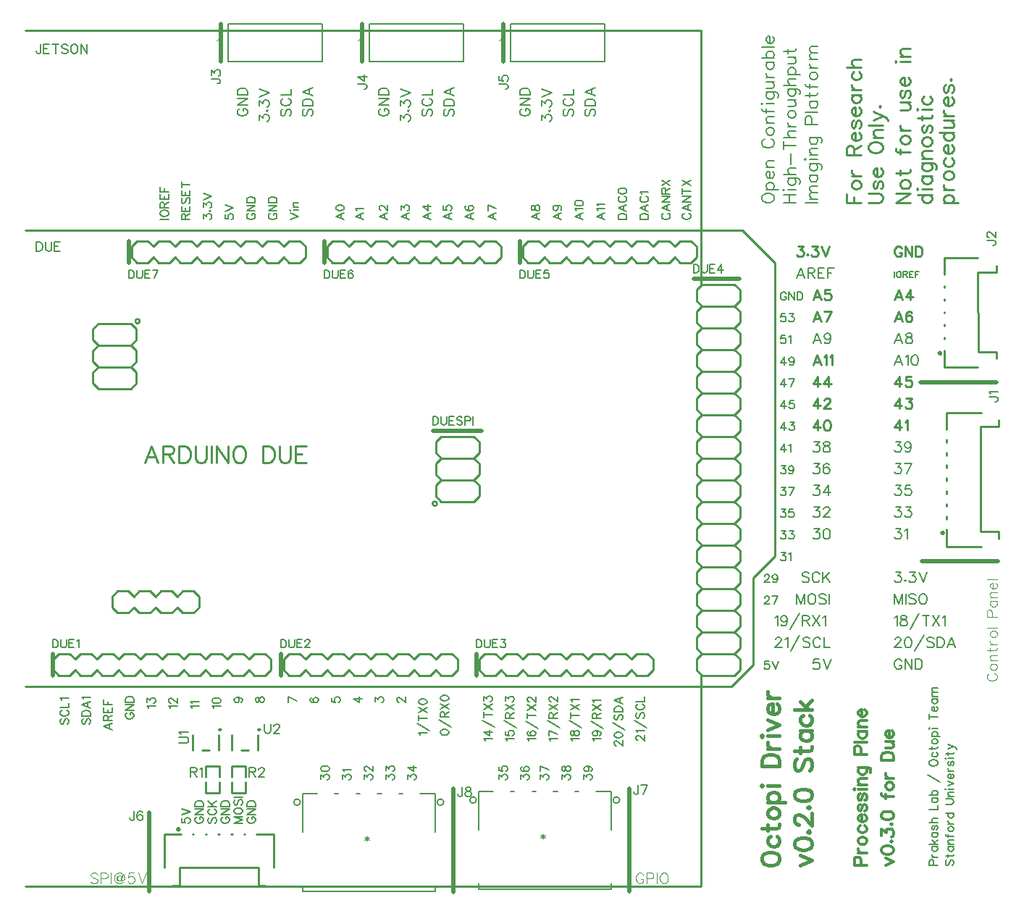
<source format=gto>
G04 Layer: TopSilkLayer*
G04 EasyEDA v6.4.17, 2021-03-06T12:48:26--8:00*
G04 ee12d80863e34575bd4b21ebeaabd800,b5aacd518854429a9b9924e8a25dcfd8,10*
G04 Gerber Generator version 0.2*
G04 Scale: 100 percent, Rotated: No, Reflected: No *
G04 Dimensions in inches *
G04 leading zeros omitted , absolute positions ,3 integer and 6 decimal *
%FSLAX36Y36*%
%MOIN*%

%ADD10C,0.0100*%
%ADD26C,0.0200*%
%ADD27C,0.0060*%
%ADD28C,0.0079*%
%ADD29C,0.0040*%
%ADD30C,0.0050*%
%ADD31C,0.0080*%
%ADD32C,0.0120*%
%ADD33C,0.0150*%
%ADD34C,0.0059*%

%LPD*%
D27*
X788699Y-1652699D02*
G01*
X785100Y-1654499D01*
X781499Y-1658200D01*
X779600Y-1661799D01*
X779600Y-1669099D01*
X781499Y-1672699D01*
X785100Y-1676399D01*
X788699Y-1678200D01*
X794200Y-1680000D01*
X803299Y-1680000D01*
X808699Y-1678200D01*
X812399Y-1676399D01*
X816000Y-1672699D01*
X817799Y-1669099D01*
X817799Y-1661799D01*
X816000Y-1658200D01*
X812399Y-1654499D01*
X808699Y-1652699D01*
X803299Y-1652699D01*
X803299Y-1661799D02*
G01*
X803299Y-1652699D01*
X779600Y-1640700D02*
G01*
X817799Y-1640700D01*
X779600Y-1640700D02*
G01*
X817799Y-1615300D01*
X779600Y-1615300D02*
G01*
X817799Y-1615300D01*
X779600Y-1603299D02*
G01*
X817799Y-1603299D01*
X779600Y-1603299D02*
G01*
X779600Y-1590500D01*
X781499Y-1585100D01*
X785100Y-1581500D01*
X788699Y-1579600D01*
X794200Y-1577800D01*
X803299Y-1577800D01*
X808699Y-1579600D01*
X812399Y-1581500D01*
X816000Y-1585100D01*
X817799Y-1590500D01*
X817799Y-1603299D01*
X908699Y-1652699D02*
G01*
X905100Y-1654499D01*
X901499Y-1658200D01*
X899600Y-1661799D01*
X899600Y-1669099D01*
X901499Y-1672699D01*
X905100Y-1676399D01*
X908699Y-1678200D01*
X914200Y-1680000D01*
X923299Y-1680000D01*
X928699Y-1678200D01*
X932399Y-1676399D01*
X936000Y-1672699D01*
X937799Y-1669099D01*
X937799Y-1661799D01*
X936000Y-1658200D01*
X932399Y-1654499D01*
X928699Y-1652699D01*
X923299Y-1652699D01*
X923299Y-1661799D02*
G01*
X923299Y-1652699D01*
X899600Y-1640700D02*
G01*
X937799Y-1640700D01*
X899600Y-1640700D02*
G01*
X937799Y-1615300D01*
X899600Y-1615300D02*
G01*
X937799Y-1615300D01*
X899600Y-1603299D02*
G01*
X937799Y-1603299D01*
X899600Y-1603299D02*
G01*
X899600Y-1590500D01*
X901499Y-1585100D01*
X905100Y-1581500D01*
X908699Y-1579600D01*
X914200Y-1577800D01*
X923299Y-1577800D01*
X928699Y-1579600D01*
X932399Y-1581500D01*
X936000Y-1585100D01*
X937799Y-1590500D01*
X937799Y-1603299D01*
D29*
X331799Y-1916399D02*
G01*
X327300Y-1911799D01*
X320500Y-1909499D01*
X311399Y-1909499D01*
X304499Y-1911799D01*
X300000Y-1916399D01*
X300000Y-1920900D01*
X302300Y-1925500D01*
X304499Y-1927699D01*
X309099Y-1930000D01*
X322699Y-1934499D01*
X327300Y-1936799D01*
X329499Y-1939099D01*
X331799Y-1943600D01*
X331799Y-1950500D01*
X327300Y-1955000D01*
X320500Y-1957300D01*
X311399Y-1957300D01*
X304499Y-1955000D01*
X300000Y-1950500D01*
X346799Y-1909499D02*
G01*
X346799Y-1957300D01*
X346799Y-1909499D02*
G01*
X367300Y-1909499D01*
X374099Y-1911799D01*
X376399Y-1914099D01*
X378600Y-1918600D01*
X378600Y-1925500D01*
X376399Y-1930000D01*
X374099Y-1932300D01*
X367300Y-1934499D01*
X346799Y-1934499D01*
X393600Y-1909499D02*
G01*
X393600Y-1957300D01*
X442699Y-1927699D02*
G01*
X440500Y-1923200D01*
X435900Y-1920900D01*
X429099Y-1920900D01*
X424499Y-1923200D01*
X422300Y-1925500D01*
X420000Y-1932300D01*
X420000Y-1939099D01*
X422300Y-1943600D01*
X426799Y-1945900D01*
X433600Y-1945900D01*
X438200Y-1943600D01*
X440500Y-1939099D01*
X429099Y-1920900D02*
G01*
X424499Y-1925500D01*
X422300Y-1932300D01*
X422300Y-1939099D01*
X424499Y-1943600D01*
X426799Y-1945900D01*
X442699Y-1920900D02*
G01*
X440500Y-1939099D01*
X440500Y-1943600D01*
X445000Y-1945900D01*
X449499Y-1945900D01*
X454099Y-1941399D01*
X456399Y-1934499D01*
X456399Y-1930000D01*
X454099Y-1923200D01*
X451799Y-1918600D01*
X447300Y-1914099D01*
X442699Y-1911799D01*
X435900Y-1909499D01*
X429099Y-1909499D01*
X422300Y-1911799D01*
X417699Y-1914099D01*
X413200Y-1918600D01*
X410900Y-1923200D01*
X408600Y-1930000D01*
X408600Y-1936799D01*
X410900Y-1943600D01*
X413200Y-1948200D01*
X417699Y-1952699D01*
X422300Y-1955000D01*
X429099Y-1957300D01*
X435900Y-1957300D01*
X442699Y-1955000D01*
X447300Y-1952699D01*
X449499Y-1950500D01*
X445000Y-1920900D02*
G01*
X442699Y-1939099D01*
X442699Y-1943600D01*
X445000Y-1945900D01*
X498600Y-1909499D02*
G01*
X475900Y-1909499D01*
X473600Y-1930000D01*
X475900Y-1927699D01*
X482699Y-1925500D01*
X489499Y-1925500D01*
X496399Y-1927699D01*
X500900Y-1932300D01*
X503200Y-1939099D01*
X503200Y-1943600D01*
X500900Y-1950500D01*
X496399Y-1955000D01*
X489499Y-1957300D01*
X482699Y-1957300D01*
X475900Y-1955000D01*
X473600Y-1952699D01*
X471399Y-1948200D01*
X518200Y-1909499D02*
G01*
X536399Y-1957300D01*
X554499Y-1909499D02*
G01*
X536399Y-1957300D01*
D27*
X1028699Y-1652699D02*
G01*
X1025100Y-1654499D01*
X1021499Y-1658200D01*
X1019600Y-1661799D01*
X1019600Y-1669099D01*
X1021499Y-1672699D01*
X1025100Y-1676399D01*
X1028699Y-1678200D01*
X1034200Y-1680000D01*
X1043299Y-1680000D01*
X1048699Y-1678200D01*
X1052399Y-1676399D01*
X1056000Y-1672699D01*
X1057799Y-1669099D01*
X1057799Y-1661799D01*
X1056000Y-1658200D01*
X1052399Y-1654499D01*
X1048699Y-1652699D01*
X1043299Y-1652699D01*
X1043299Y-1661799D02*
G01*
X1043299Y-1652699D01*
X1019600Y-1640700D02*
G01*
X1057799Y-1640700D01*
X1019600Y-1640700D02*
G01*
X1057799Y-1615300D01*
X1019600Y-1615300D02*
G01*
X1057799Y-1615300D01*
X1019600Y-1603299D02*
G01*
X1057799Y-1603299D01*
X1019600Y-1603299D02*
G01*
X1019600Y-1590500D01*
X1021499Y-1585100D01*
X1025100Y-1581500D01*
X1028699Y-1579600D01*
X1034200Y-1577800D01*
X1043299Y-1577800D01*
X1048699Y-1579600D01*
X1052399Y-1581500D01*
X1056000Y-1585100D01*
X1057799Y-1590500D01*
X1057799Y-1603299D01*
X959600Y-1680000D02*
G01*
X997799Y-1680000D01*
X959600Y-1680000D02*
G01*
X997799Y-1665500D01*
X959600Y-1650900D02*
G01*
X997799Y-1665500D01*
X959600Y-1650900D02*
G01*
X997799Y-1650900D01*
X959600Y-1628000D02*
G01*
X961499Y-1631599D01*
X965100Y-1635300D01*
X968699Y-1637100D01*
X974200Y-1638899D01*
X983299Y-1638899D01*
X988699Y-1637100D01*
X992399Y-1635300D01*
X996000Y-1631599D01*
X997799Y-1628000D01*
X997799Y-1620700D01*
X996000Y-1617100D01*
X992399Y-1613499D01*
X988699Y-1611599D01*
X983299Y-1609800D01*
X974200Y-1609800D01*
X968699Y-1611599D01*
X965100Y-1613499D01*
X961499Y-1617100D01*
X959600Y-1620700D01*
X959600Y-1628000D01*
X965100Y-1572399D02*
G01*
X961499Y-1575999D01*
X959600Y-1581500D01*
X959600Y-1588699D01*
X961499Y-1594200D01*
X965100Y-1597800D01*
X968699Y-1597800D01*
X972399Y-1595999D01*
X974200Y-1594200D01*
X976000Y-1590500D01*
X979600Y-1579600D01*
X981499Y-1575999D01*
X983299Y-1574200D01*
X986899Y-1572399D01*
X992399Y-1572399D01*
X996000Y-1575999D01*
X997799Y-1581500D01*
X997799Y-1588699D01*
X996000Y-1594200D01*
X992399Y-1597800D01*
X959600Y-1560399D02*
G01*
X997799Y-1560399D01*
X845100Y-1654499D02*
G01*
X841499Y-1658200D01*
X839600Y-1663600D01*
X839600Y-1670900D01*
X841499Y-1676399D01*
X845100Y-1680000D01*
X848699Y-1680000D01*
X852399Y-1678200D01*
X854200Y-1676399D01*
X856000Y-1672699D01*
X859600Y-1661799D01*
X861499Y-1658200D01*
X863299Y-1656399D01*
X866899Y-1654499D01*
X872399Y-1654499D01*
X876000Y-1658200D01*
X877799Y-1663600D01*
X877799Y-1670900D01*
X876000Y-1676399D01*
X872399Y-1680000D01*
X848699Y-1615300D02*
G01*
X845100Y-1617100D01*
X841499Y-1620700D01*
X839600Y-1624400D01*
X839600Y-1631599D01*
X841499Y-1635300D01*
X845100Y-1638899D01*
X848699Y-1640700D01*
X854200Y-1642500D01*
X863299Y-1642500D01*
X868699Y-1640700D01*
X872399Y-1638899D01*
X876000Y-1635300D01*
X877799Y-1631599D01*
X877799Y-1624400D01*
X876000Y-1620700D01*
X872399Y-1617100D01*
X868699Y-1615300D01*
X839600Y-1603299D02*
G01*
X877799Y-1603299D01*
X839600Y-1577800D02*
G01*
X865100Y-1603299D01*
X856000Y-1594200D02*
G01*
X877799Y-1577800D01*
X719600Y-1658200D02*
G01*
X719600Y-1676399D01*
X735999Y-1678200D01*
X734200Y-1676399D01*
X732399Y-1670900D01*
X732399Y-1665500D01*
X734200Y-1660000D01*
X737800Y-1656399D01*
X743299Y-1654499D01*
X746900Y-1654499D01*
X752399Y-1656399D01*
X755999Y-1660000D01*
X757800Y-1665500D01*
X757800Y-1670900D01*
X755999Y-1676399D01*
X754200Y-1678200D01*
X750500Y-1680000D01*
X719600Y-1642500D02*
G01*
X757800Y-1628000D01*
X719600Y-1613499D02*
G01*
X757800Y-1628000D01*
D29*
X4435900Y-990900D02*
G01*
X4431400Y-993200D01*
X4426800Y-997699D01*
X4424499Y-1002300D01*
X4424499Y-1011399D01*
X4426800Y-1015900D01*
X4431400Y-1020500D01*
X4435900Y-1022699D01*
X4442700Y-1025000D01*
X4454099Y-1025000D01*
X4460900Y-1022699D01*
X4465500Y-1020500D01*
X4470000Y-1015900D01*
X4472299Y-1011399D01*
X4472299Y-1002300D01*
X4470000Y-997699D01*
X4465500Y-993200D01*
X4460900Y-990900D01*
X4440500Y-964499D02*
G01*
X4442700Y-969099D01*
X4447299Y-973600D01*
X4454099Y-975900D01*
X4458599Y-975900D01*
X4465500Y-973600D01*
X4470000Y-969099D01*
X4472299Y-964499D01*
X4472299Y-957699D01*
X4470000Y-953200D01*
X4465500Y-948600D01*
X4458599Y-946399D01*
X4454099Y-946399D01*
X4447299Y-948600D01*
X4442700Y-953200D01*
X4440500Y-957699D01*
X4440500Y-964499D01*
X4440500Y-931399D02*
G01*
X4472299Y-931399D01*
X4449499Y-931399D02*
G01*
X4442700Y-924499D01*
X4440500Y-920000D01*
X4440500Y-913200D01*
X4442700Y-908600D01*
X4449499Y-906399D01*
X4472299Y-906399D01*
X4424499Y-884499D02*
G01*
X4463199Y-884499D01*
X4470000Y-882300D01*
X4472299Y-877699D01*
X4472299Y-873200D01*
X4440500Y-891399D02*
G01*
X4440500Y-875500D01*
X4440500Y-858200D02*
G01*
X4472299Y-858200D01*
X4454099Y-858200D02*
G01*
X4447299Y-855900D01*
X4442700Y-851399D01*
X4440500Y-846799D01*
X4440500Y-840000D01*
X4440500Y-813600D02*
G01*
X4442700Y-818200D01*
X4447299Y-822699D01*
X4454099Y-825000D01*
X4458599Y-825000D01*
X4465500Y-822699D01*
X4470000Y-818200D01*
X4472299Y-813600D01*
X4472299Y-806799D01*
X4470000Y-802300D01*
X4465500Y-797699D01*
X4458599Y-795500D01*
X4454099Y-795500D01*
X4447299Y-797699D01*
X4442700Y-802300D01*
X4440500Y-806799D01*
X4440500Y-813600D01*
X4424499Y-780500D02*
G01*
X4472299Y-780500D01*
X4424499Y-730500D02*
G01*
X4472299Y-730500D01*
X4424499Y-730500D02*
G01*
X4424499Y-710000D01*
X4426800Y-703200D01*
X4429099Y-700900D01*
X4433599Y-698600D01*
X4440500Y-698600D01*
X4445000Y-700900D01*
X4447299Y-703200D01*
X4449499Y-710000D01*
X4449499Y-730500D01*
X4440500Y-656399D02*
G01*
X4472299Y-656399D01*
X4447299Y-656399D02*
G01*
X4442700Y-660900D01*
X4440500Y-665500D01*
X4440500Y-672300D01*
X4442700Y-676799D01*
X4447299Y-681399D01*
X4454099Y-683600D01*
X4458599Y-683600D01*
X4465500Y-681399D01*
X4470000Y-676799D01*
X4472299Y-672300D01*
X4472299Y-665500D01*
X4470000Y-660900D01*
X4465500Y-656399D01*
X4440500Y-641399D02*
G01*
X4472299Y-641399D01*
X4449499Y-641399D02*
G01*
X4442700Y-634499D01*
X4440500Y-630000D01*
X4440500Y-623200D01*
X4442700Y-618600D01*
X4449499Y-616399D01*
X4472299Y-616399D01*
X4454099Y-601399D02*
G01*
X4454099Y-574099D01*
X4449499Y-574099D01*
X4445000Y-576399D01*
X4442700Y-578600D01*
X4440500Y-583200D01*
X4440500Y-590000D01*
X4442700Y-594499D01*
X4447299Y-599099D01*
X4454099Y-601399D01*
X4458599Y-601399D01*
X4465500Y-599099D01*
X4470000Y-594499D01*
X4472299Y-590000D01*
X4472299Y-583200D01*
X4470000Y-578600D01*
X4465500Y-574099D01*
X4424499Y-559099D02*
G01*
X4472299Y-559099D01*
X2844099Y-1920900D02*
G01*
X2841800Y-1916399D01*
X2837299Y-1911799D01*
X2832700Y-1909499D01*
X2823599Y-1909499D01*
X2819099Y-1911799D01*
X2814499Y-1916399D01*
X2812299Y-1920900D01*
X2810000Y-1927699D01*
X2810000Y-1939099D01*
X2812299Y-1945900D01*
X2814499Y-1950500D01*
X2819099Y-1955000D01*
X2823599Y-1957300D01*
X2832700Y-1957300D01*
X2837299Y-1955000D01*
X2841800Y-1950500D01*
X2844099Y-1945900D01*
X2844099Y-1939099D01*
X2832700Y-1939099D02*
G01*
X2844099Y-1939099D01*
X2859099Y-1909499D02*
G01*
X2859099Y-1957300D01*
X2859099Y-1909499D02*
G01*
X2879499Y-1909499D01*
X2886400Y-1911799D01*
X2888599Y-1914099D01*
X2890900Y-1918600D01*
X2890900Y-1925500D01*
X2888599Y-1930000D01*
X2886400Y-1932300D01*
X2879499Y-1934499D01*
X2859099Y-1934499D01*
X2905900Y-1909499D02*
G01*
X2905900Y-1957300D01*
X2934499Y-1909499D02*
G01*
X2930000Y-1911799D01*
X2925500Y-1916399D01*
X2923199Y-1920900D01*
X2920900Y-1927699D01*
X2920900Y-1939099D01*
X2923199Y-1945900D01*
X2925500Y-1950500D01*
X2930000Y-1955000D01*
X2934499Y-1957300D01*
X2943599Y-1957300D01*
X2948199Y-1955000D01*
X2952700Y-1950500D01*
X2955000Y-1945900D01*
X2957299Y-1939099D01*
X2957299Y-1927699D01*
X2955000Y-1920900D01*
X2952700Y-1916399D01*
X2948199Y-1911799D01*
X2943599Y-1909499D01*
X2934499Y-1909499D01*
D30*
X2285900Y1609099D02*
G01*
X2281400Y1606799D01*
X2276800Y1602300D01*
X2274499Y1597699D01*
X2274499Y1588600D01*
X2276800Y1584099D01*
X2281400Y1579499D01*
X2285900Y1577300D01*
X2292700Y1575000D01*
X2304099Y1575000D01*
X2310900Y1577300D01*
X2315500Y1579499D01*
X2320000Y1584099D01*
X2322299Y1588600D01*
X2322299Y1597699D01*
X2320000Y1602300D01*
X2315500Y1606799D01*
X2310900Y1609099D01*
X2304099Y1609099D01*
X2304099Y1597699D02*
G01*
X2304099Y1609099D01*
X2274499Y1624099D02*
G01*
X2322299Y1624099D01*
X2274499Y1624099D02*
G01*
X2322299Y1655900D01*
X2274499Y1655900D02*
G01*
X2322299Y1655900D01*
X2274499Y1670900D02*
G01*
X2322299Y1670900D01*
X2274499Y1670900D02*
G01*
X2274499Y1686799D01*
X2276800Y1693600D01*
X2281400Y1698200D01*
X2285900Y1700500D01*
X2292700Y1702699D01*
X2304099Y1702699D01*
X2310900Y1700500D01*
X2315500Y1698200D01*
X2320000Y1693600D01*
X2322299Y1686799D01*
X2322299Y1670900D01*
X2374499Y1554499D02*
G01*
X2374499Y1579499D01*
X2392700Y1565900D01*
X2392700Y1572699D01*
X2395000Y1577300D01*
X2397299Y1579499D01*
X2404099Y1581799D01*
X2408599Y1581799D01*
X2415500Y1579499D01*
X2420000Y1575000D01*
X2422299Y1568200D01*
X2422299Y1561399D01*
X2420000Y1554499D01*
X2417700Y1552300D01*
X2413199Y1550000D01*
X2410900Y1599099D02*
G01*
X2413199Y1596799D01*
X2415500Y1599099D01*
X2413199Y1601399D01*
X2410900Y1599099D01*
X2374499Y1620900D02*
G01*
X2374499Y1645900D01*
X2392700Y1632300D01*
X2392700Y1639099D01*
X2395000Y1643600D01*
X2397299Y1645900D01*
X2404099Y1648200D01*
X2408599Y1648200D01*
X2415500Y1645900D01*
X2420000Y1641399D01*
X2422299Y1634499D01*
X2422299Y1627699D01*
X2420000Y1620900D01*
X2417700Y1618600D01*
X2413199Y1616399D01*
X2374499Y1663200D02*
G01*
X2422299Y1681399D01*
X2374499Y1699499D02*
G01*
X2422299Y1681399D01*
X2481400Y1606799D02*
G01*
X2476800Y1602300D01*
X2474499Y1595500D01*
X2474499Y1586399D01*
X2476800Y1579499D01*
X2481400Y1575000D01*
X2485900Y1575000D01*
X2490500Y1577300D01*
X2492700Y1579499D01*
X2495000Y1584099D01*
X2499499Y1597699D01*
X2501800Y1602300D01*
X2504099Y1604499D01*
X2508599Y1606799D01*
X2515500Y1606799D01*
X2520000Y1602300D01*
X2522299Y1595500D01*
X2522299Y1586399D01*
X2520000Y1579499D01*
X2515500Y1575000D01*
X2485900Y1655900D02*
G01*
X2481400Y1653600D01*
X2476800Y1649099D01*
X2474499Y1644499D01*
X2474499Y1635500D01*
X2476800Y1630900D01*
X2481400Y1626399D01*
X2485900Y1624099D01*
X2492700Y1621799D01*
X2504099Y1621799D01*
X2510900Y1624099D01*
X2515500Y1626399D01*
X2520000Y1630900D01*
X2522299Y1635500D01*
X2522299Y1644499D01*
X2520000Y1649099D01*
X2515500Y1653600D01*
X2510900Y1655900D01*
X2474499Y1670900D02*
G01*
X2522299Y1670900D01*
X2522299Y1670900D02*
G01*
X2522299Y1698200D01*
X2581400Y1606799D02*
G01*
X2576800Y1602300D01*
X2574499Y1595500D01*
X2574499Y1586399D01*
X2576800Y1579499D01*
X2581400Y1575000D01*
X2585900Y1575000D01*
X2590500Y1577300D01*
X2592700Y1579499D01*
X2595000Y1584099D01*
X2599499Y1597699D01*
X2601800Y1602300D01*
X2604099Y1604499D01*
X2608599Y1606799D01*
X2615500Y1606799D01*
X2620000Y1602300D01*
X2622299Y1595500D01*
X2622299Y1586399D01*
X2620000Y1579499D01*
X2615500Y1575000D01*
X2574499Y1621799D02*
G01*
X2622299Y1621799D01*
X2574499Y1621799D02*
G01*
X2574499Y1637699D01*
X2576800Y1644499D01*
X2581400Y1649099D01*
X2585900Y1651399D01*
X2592700Y1653600D01*
X2604099Y1653600D01*
X2610900Y1651399D01*
X2615500Y1649099D01*
X2620000Y1644499D01*
X2622299Y1637699D01*
X2622299Y1621799D01*
X2574499Y1686799D02*
G01*
X2622299Y1668600D01*
X2574499Y1686799D02*
G01*
X2622299Y1705000D01*
X2606400Y1675500D02*
G01*
X2606400Y1698200D01*
X1931400Y1606799D02*
G01*
X1926800Y1602300D01*
X1924499Y1595500D01*
X1924499Y1586399D01*
X1926800Y1579499D01*
X1931400Y1575000D01*
X1935900Y1575000D01*
X1940500Y1577300D01*
X1942700Y1579499D01*
X1945000Y1584099D01*
X1949499Y1597699D01*
X1951800Y1602300D01*
X1954099Y1604499D01*
X1958599Y1606799D01*
X1965500Y1606799D01*
X1970000Y1602300D01*
X1972299Y1595500D01*
X1972299Y1586399D01*
X1970000Y1579499D01*
X1965500Y1575000D01*
X1924499Y1621799D02*
G01*
X1972299Y1621799D01*
X1924499Y1621799D02*
G01*
X1924499Y1637699D01*
X1926800Y1644499D01*
X1931400Y1649099D01*
X1935900Y1651399D01*
X1942700Y1653600D01*
X1954099Y1653600D01*
X1960900Y1651399D01*
X1965500Y1649099D01*
X1970000Y1644499D01*
X1972299Y1637699D01*
X1972299Y1621799D01*
X1924499Y1686799D02*
G01*
X1972299Y1668600D01*
X1924499Y1686799D02*
G01*
X1972299Y1705000D01*
X1956400Y1675500D02*
G01*
X1956400Y1698200D01*
X1831400Y1606799D02*
G01*
X1826800Y1602300D01*
X1824499Y1595500D01*
X1824499Y1586399D01*
X1826800Y1579499D01*
X1831400Y1575000D01*
X1835900Y1575000D01*
X1840500Y1577300D01*
X1842700Y1579499D01*
X1845000Y1584099D01*
X1849499Y1597699D01*
X1851800Y1602300D01*
X1854099Y1604499D01*
X1858599Y1606799D01*
X1865500Y1606799D01*
X1870000Y1602300D01*
X1872299Y1595500D01*
X1872299Y1586399D01*
X1870000Y1579499D01*
X1865500Y1575000D01*
X1835900Y1655900D02*
G01*
X1831400Y1653600D01*
X1826800Y1649099D01*
X1824499Y1644499D01*
X1824499Y1635500D01*
X1826800Y1630900D01*
X1831400Y1626399D01*
X1835900Y1624099D01*
X1842700Y1621799D01*
X1854099Y1621799D01*
X1860900Y1624099D01*
X1865500Y1626399D01*
X1870000Y1630900D01*
X1872299Y1635500D01*
X1872299Y1644499D01*
X1870000Y1649099D01*
X1865500Y1653600D01*
X1860900Y1655900D01*
X1824499Y1670900D02*
G01*
X1872299Y1670900D01*
X1872299Y1670900D02*
G01*
X1872299Y1698200D01*
X1724499Y1554499D02*
G01*
X1724499Y1579499D01*
X1742700Y1565900D01*
X1742700Y1572699D01*
X1745000Y1577300D01*
X1747299Y1579499D01*
X1754099Y1581799D01*
X1758599Y1581799D01*
X1765500Y1579499D01*
X1770000Y1575000D01*
X1772299Y1568200D01*
X1772299Y1561399D01*
X1770000Y1554499D01*
X1767700Y1552300D01*
X1763199Y1550000D01*
X1760900Y1599099D02*
G01*
X1763199Y1596799D01*
X1765500Y1599099D01*
X1763199Y1601399D01*
X1760900Y1599099D01*
X1724499Y1620900D02*
G01*
X1724499Y1645900D01*
X1742700Y1632300D01*
X1742700Y1639099D01*
X1745000Y1643600D01*
X1747299Y1645900D01*
X1754099Y1648200D01*
X1758599Y1648200D01*
X1765500Y1645900D01*
X1770000Y1641399D01*
X1772299Y1634499D01*
X1772299Y1627699D01*
X1770000Y1620900D01*
X1767700Y1618600D01*
X1763199Y1616399D01*
X1724499Y1663200D02*
G01*
X1772299Y1681399D01*
X1724499Y1699499D02*
G01*
X1772299Y1681399D01*
X1635900Y1609099D02*
G01*
X1631400Y1606799D01*
X1626800Y1602300D01*
X1624499Y1597699D01*
X1624499Y1588600D01*
X1626800Y1584099D01*
X1631400Y1579499D01*
X1635900Y1577300D01*
X1642700Y1575000D01*
X1654099Y1575000D01*
X1660900Y1577300D01*
X1665500Y1579499D01*
X1670000Y1584099D01*
X1672299Y1588600D01*
X1672299Y1597699D01*
X1670000Y1602300D01*
X1665500Y1606799D01*
X1660900Y1609099D01*
X1654099Y1609099D01*
X1654099Y1597699D02*
G01*
X1654099Y1609099D01*
X1624499Y1624099D02*
G01*
X1672299Y1624099D01*
X1624499Y1624099D02*
G01*
X1672299Y1655900D01*
X1624499Y1655900D02*
G01*
X1672299Y1655900D01*
X1624499Y1670900D02*
G01*
X1672299Y1670900D01*
X1624499Y1670900D02*
G01*
X1624499Y1686799D01*
X1626800Y1693600D01*
X1631400Y1698200D01*
X1635900Y1700500D01*
X1642700Y1702699D01*
X1654099Y1702699D01*
X1660900Y1700500D01*
X1665500Y1698200D01*
X1670000Y1693600D01*
X1672299Y1686799D01*
X1672299Y1670900D01*
X1281400Y1606799D02*
G01*
X1276800Y1602300D01*
X1274499Y1595500D01*
X1274499Y1586399D01*
X1276800Y1579499D01*
X1281400Y1575000D01*
X1285900Y1575000D01*
X1290500Y1577300D01*
X1292700Y1579499D01*
X1295000Y1584099D01*
X1299499Y1597699D01*
X1301800Y1602300D01*
X1304099Y1604499D01*
X1308599Y1606799D01*
X1315500Y1606799D01*
X1320000Y1602300D01*
X1322299Y1595500D01*
X1322299Y1586399D01*
X1320000Y1579499D01*
X1315500Y1575000D01*
X1274499Y1621799D02*
G01*
X1322299Y1621799D01*
X1274499Y1621799D02*
G01*
X1274499Y1637699D01*
X1276800Y1644499D01*
X1281400Y1649099D01*
X1285900Y1651399D01*
X1292700Y1653600D01*
X1304099Y1653600D01*
X1310900Y1651399D01*
X1315500Y1649099D01*
X1320000Y1644499D01*
X1322299Y1637699D01*
X1322299Y1621799D01*
X1274499Y1686799D02*
G01*
X1322299Y1668600D01*
X1274499Y1686799D02*
G01*
X1322299Y1705000D01*
X1306400Y1675500D02*
G01*
X1306400Y1698200D01*
X1181400Y1606799D02*
G01*
X1176800Y1602300D01*
X1174499Y1595500D01*
X1174499Y1586399D01*
X1176800Y1579499D01*
X1181400Y1575000D01*
X1185900Y1575000D01*
X1190500Y1577300D01*
X1192700Y1579499D01*
X1195000Y1584099D01*
X1199499Y1597699D01*
X1201800Y1602300D01*
X1204099Y1604499D01*
X1208599Y1606799D01*
X1215500Y1606799D01*
X1220000Y1602300D01*
X1222299Y1595500D01*
X1222299Y1586399D01*
X1220000Y1579499D01*
X1215500Y1575000D01*
X1185900Y1655900D02*
G01*
X1181400Y1653600D01*
X1176800Y1649099D01*
X1174499Y1644499D01*
X1174499Y1635500D01*
X1176800Y1630900D01*
X1181400Y1626399D01*
X1185900Y1624099D01*
X1192700Y1621799D01*
X1204099Y1621799D01*
X1210900Y1624099D01*
X1215500Y1626399D01*
X1220000Y1630900D01*
X1222299Y1635500D01*
X1222299Y1644499D01*
X1220000Y1649099D01*
X1215500Y1653600D01*
X1210900Y1655900D01*
X1174499Y1670900D02*
G01*
X1222299Y1670900D01*
X1222299Y1670900D02*
G01*
X1222299Y1698200D01*
X1074499Y1554499D02*
G01*
X1074499Y1579499D01*
X1092700Y1565900D01*
X1092700Y1572699D01*
X1095000Y1577300D01*
X1097299Y1579499D01*
X1104099Y1581799D01*
X1108599Y1581799D01*
X1115500Y1579499D01*
X1120000Y1575000D01*
X1122299Y1568200D01*
X1122299Y1561399D01*
X1120000Y1554499D01*
X1117700Y1552300D01*
X1113199Y1550000D01*
X1110900Y1599099D02*
G01*
X1113199Y1596799D01*
X1115500Y1599099D01*
X1113199Y1601399D01*
X1110900Y1599099D01*
X1074499Y1620900D02*
G01*
X1074499Y1645900D01*
X1092700Y1632300D01*
X1092700Y1639099D01*
X1095000Y1643600D01*
X1097299Y1645900D01*
X1104099Y1648200D01*
X1108599Y1648200D01*
X1115500Y1645900D01*
X1120000Y1641399D01*
X1122299Y1634499D01*
X1122299Y1627699D01*
X1120000Y1620900D01*
X1117700Y1618600D01*
X1113199Y1616399D01*
X1074499Y1663200D02*
G01*
X1122299Y1681399D01*
X1074499Y1699499D02*
G01*
X1122299Y1681399D01*
X985900Y1609099D02*
G01*
X981400Y1606799D01*
X976800Y1602300D01*
X974499Y1597699D01*
X974499Y1588600D01*
X976800Y1584099D01*
X981400Y1579499D01*
X985900Y1577300D01*
X992700Y1575000D01*
X1004099Y1575000D01*
X1010900Y1577300D01*
X1015500Y1579499D01*
X1020000Y1584099D01*
X1022299Y1588600D01*
X1022299Y1597699D01*
X1020000Y1602300D01*
X1015500Y1606799D01*
X1010900Y1609099D01*
X1004099Y1609099D01*
X1004099Y1597699D02*
G01*
X1004099Y1609099D01*
X974499Y1624099D02*
G01*
X1022299Y1624099D01*
X974499Y1624099D02*
G01*
X1022299Y1655900D01*
X974499Y1655900D02*
G01*
X1022299Y1655900D01*
X974499Y1670900D02*
G01*
X1022299Y1670900D01*
X974499Y1670900D02*
G01*
X974499Y1686799D01*
X976800Y1693600D01*
X981400Y1698200D01*
X985900Y1700500D01*
X992700Y1702699D01*
X1004099Y1702699D01*
X1010900Y1700500D01*
X1015500Y1698200D01*
X1020000Y1693600D01*
X1022299Y1686799D01*
X1022299Y1670900D01*
D31*
X3589499Y1175000D02*
G01*
X3646700Y1175000D01*
X3608500Y1193000D02*
G01*
X3646700Y1193000D01*
X3619499Y1193000D02*
G01*
X3611300Y1201199D01*
X3608500Y1206599D01*
X3608500Y1214800D01*
X3611300Y1220300D01*
X3619499Y1223000D01*
X3646700Y1223000D01*
X3619499Y1223000D02*
G01*
X3611300Y1231199D01*
X3608500Y1236599D01*
X3608500Y1244800D01*
X3611300Y1250300D01*
X3619499Y1253000D01*
X3646700Y1253000D01*
X3608500Y1303699D02*
G01*
X3646700Y1303699D01*
X3616700Y1303699D02*
G01*
X3611300Y1298299D01*
X3608500Y1292800D01*
X3608500Y1284600D01*
X3611300Y1279200D01*
X3616700Y1273699D01*
X3624899Y1270999D01*
X3630399Y1270999D01*
X3638500Y1273699D01*
X3643999Y1279200D01*
X3646700Y1284600D01*
X3646700Y1292800D01*
X3643999Y1298299D01*
X3638500Y1303699D01*
X3608500Y1354499D02*
G01*
X3652200Y1354499D01*
X3660399Y1351700D01*
X3663100Y1349000D01*
X3665799Y1343499D01*
X3665799Y1335399D01*
X3663100Y1329899D01*
X3616700Y1354499D02*
G01*
X3611300Y1349000D01*
X3608500Y1343499D01*
X3608500Y1335399D01*
X3611300Y1329899D01*
X3616700Y1324499D01*
X3624899Y1321700D01*
X3630399Y1321700D01*
X3638500Y1324499D01*
X3643999Y1329899D01*
X3646700Y1335399D01*
X3646700Y1343499D01*
X3643999Y1349000D01*
X3638500Y1354499D01*
X3589499Y1372500D02*
G01*
X3592200Y1375199D01*
X3589499Y1377899D01*
X3586700Y1375199D01*
X3589499Y1372500D01*
X3608500Y1375199D02*
G01*
X3646700Y1375199D01*
X3608500Y1395900D02*
G01*
X3646700Y1395900D01*
X3619499Y1395900D02*
G01*
X3611300Y1404099D01*
X3608500Y1409499D01*
X3608500Y1417699D01*
X3611300Y1423200D01*
X3619499Y1425900D01*
X3646700Y1425900D01*
X3608500Y1476599D02*
G01*
X3652200Y1476599D01*
X3660399Y1473899D01*
X3663100Y1471199D01*
X3665799Y1465700D01*
X3665799Y1457500D01*
X3663100Y1452100D01*
X3616700Y1476599D02*
G01*
X3611300Y1471199D01*
X3608500Y1465700D01*
X3608500Y1457500D01*
X3611300Y1452100D01*
X3616700Y1446599D01*
X3624899Y1443899D01*
X3630399Y1443899D01*
X3638500Y1446599D01*
X3643999Y1452100D01*
X3646700Y1457500D01*
X3646700Y1465700D01*
X3643999Y1471199D01*
X3638500Y1476599D01*
X3589499Y1536599D02*
G01*
X3646700Y1536599D01*
X3589499Y1536599D02*
G01*
X3589499Y1561199D01*
X3592200Y1569400D01*
X3594899Y1572100D01*
X3600399Y1574800D01*
X3608500Y1574800D01*
X3613999Y1572100D01*
X3616700Y1569400D01*
X3619499Y1561199D01*
X3619499Y1536599D01*
X3589499Y1592800D02*
G01*
X3646700Y1592800D01*
X3608500Y1643499D02*
G01*
X3646700Y1643499D01*
X3616700Y1643499D02*
G01*
X3611300Y1638099D01*
X3608500Y1632600D01*
X3608500Y1624499D01*
X3611300Y1619000D01*
X3616700Y1613499D01*
X3624899Y1610799D01*
X3630399Y1610799D01*
X3638500Y1613499D01*
X3643999Y1619000D01*
X3646700Y1624499D01*
X3646700Y1632600D01*
X3643999Y1638099D01*
X3638500Y1643499D01*
X3589499Y1669699D02*
G01*
X3635799Y1669699D01*
X3643999Y1672500D01*
X3646700Y1677899D01*
X3646700Y1683400D01*
X3608500Y1661500D02*
G01*
X3608500Y1680599D01*
X3589499Y1723200D02*
G01*
X3589499Y1717699D01*
X3592200Y1712300D01*
X3600399Y1709499D01*
X3646700Y1709499D01*
X3608500Y1701399D02*
G01*
X3608500Y1720500D01*
X3608500Y1754800D02*
G01*
X3611300Y1749400D01*
X3616700Y1743899D01*
X3624899Y1741199D01*
X3630399Y1741199D01*
X3638500Y1743899D01*
X3643999Y1749400D01*
X3646700Y1754800D01*
X3646700Y1763000D01*
X3643999Y1768499D01*
X3638500Y1773899D01*
X3630399Y1776599D01*
X3624899Y1776599D01*
X3616700Y1773899D01*
X3611300Y1768499D01*
X3608500Y1763000D01*
X3608500Y1754800D01*
X3608500Y1794600D02*
G01*
X3646700Y1794600D01*
X3624899Y1794600D02*
G01*
X3616700Y1797399D01*
X3611300Y1802800D01*
X3608500Y1808299D01*
X3608500Y1816500D01*
X3608500Y1834499D02*
G01*
X3646700Y1834499D01*
X3619499Y1834499D02*
G01*
X3611300Y1842600D01*
X3608500Y1848099D01*
X3608500Y1856300D01*
X3611300Y1861700D01*
X3619499Y1864499D01*
X3646700Y1864499D01*
X3619499Y1864499D02*
G01*
X3611300Y1872600D01*
X3608500Y1878099D01*
X3608500Y1886300D01*
X3611300Y1891700D01*
X3619499Y1894499D01*
X3646700Y1894499D01*
X3489499Y1175000D02*
G01*
X3546700Y1175000D01*
X3489499Y1213200D02*
G01*
X3546700Y1213200D01*
X3516700Y1175000D02*
G01*
X3516700Y1213200D01*
X3489499Y1231199D02*
G01*
X3492200Y1233899D01*
X3489499Y1236599D01*
X3486700Y1233899D01*
X3489499Y1231199D01*
X3508500Y1233899D02*
G01*
X3546700Y1233899D01*
X3508500Y1287399D02*
G01*
X3552200Y1287399D01*
X3560399Y1284600D01*
X3563100Y1281900D01*
X3565799Y1276500D01*
X3565799Y1268299D01*
X3563100Y1262800D01*
X3516700Y1287399D02*
G01*
X3511300Y1281900D01*
X3508500Y1276500D01*
X3508500Y1268299D01*
X3511300Y1262800D01*
X3516700Y1257399D01*
X3524899Y1254600D01*
X3530399Y1254600D01*
X3538500Y1257399D01*
X3543999Y1262800D01*
X3546700Y1268299D01*
X3546700Y1276500D01*
X3543999Y1281900D01*
X3538500Y1287399D01*
X3489499Y1305399D02*
G01*
X3546700Y1305399D01*
X3519499Y1305399D02*
G01*
X3511300Y1313499D01*
X3508500Y1319000D01*
X3508500Y1327199D01*
X3511300Y1332600D01*
X3519499Y1335399D01*
X3546700Y1335399D01*
X3522200Y1353400D02*
G01*
X3522200Y1402500D01*
X3489499Y1439499D02*
G01*
X3546700Y1439499D01*
X3489499Y1420500D02*
G01*
X3489499Y1458600D01*
X3489499Y1476599D02*
G01*
X3546700Y1476599D01*
X3519499Y1476599D02*
G01*
X3511300Y1484800D01*
X3508500Y1490300D01*
X3508500Y1498499D01*
X3511300Y1503899D01*
X3519499Y1506599D01*
X3546700Y1506599D01*
X3508500Y1524600D02*
G01*
X3546700Y1524600D01*
X3524899Y1524600D02*
G01*
X3516700Y1527399D01*
X3511300Y1532800D01*
X3508500Y1538299D01*
X3508500Y1546500D01*
X3508500Y1578099D02*
G01*
X3511300Y1572600D01*
X3516700Y1567199D01*
X3524899Y1564499D01*
X3530399Y1564499D01*
X3538500Y1567199D01*
X3543999Y1572600D01*
X3546700Y1578099D01*
X3546700Y1586300D01*
X3543999Y1591700D01*
X3538500Y1597199D01*
X3530399Y1599899D01*
X3524899Y1599899D01*
X3516700Y1597199D01*
X3511300Y1591700D01*
X3508500Y1586300D01*
X3508500Y1578099D01*
X3508500Y1617899D02*
G01*
X3535799Y1617899D01*
X3543999Y1620599D01*
X3546700Y1626100D01*
X3546700Y1634299D01*
X3543999Y1639699D01*
X3535799Y1647899D01*
X3508500Y1647899D02*
G01*
X3546700Y1647899D01*
X3508500Y1698600D02*
G01*
X3552200Y1698600D01*
X3560399Y1695900D01*
X3563100Y1693200D01*
X3565799Y1687699D01*
X3565799Y1679499D01*
X3563100Y1674099D01*
X3516700Y1698600D02*
G01*
X3511300Y1693200D01*
X3508500Y1687699D01*
X3508500Y1679499D01*
X3511300Y1674099D01*
X3516700Y1668600D01*
X3524899Y1665900D01*
X3530399Y1665900D01*
X3538500Y1668600D01*
X3543999Y1674099D01*
X3546700Y1679499D01*
X3546700Y1687699D01*
X3543999Y1693200D01*
X3538500Y1698600D01*
X3489499Y1716599D02*
G01*
X3546700Y1716599D01*
X3519499Y1716599D02*
G01*
X3511300Y1724800D01*
X3508500Y1730300D01*
X3508500Y1738499D01*
X3511300Y1743899D01*
X3519499Y1746599D01*
X3546700Y1746599D01*
X3508500Y1764600D02*
G01*
X3565799Y1764600D01*
X3516700Y1764600D02*
G01*
X3511300Y1770100D01*
X3508500Y1775500D01*
X3508500Y1783699D01*
X3511300Y1789200D01*
X3516700Y1794600D01*
X3524899Y1797399D01*
X3530399Y1797399D01*
X3538500Y1794600D01*
X3543999Y1789200D01*
X3546700Y1783699D01*
X3546700Y1775500D01*
X3543999Y1770100D01*
X3538500Y1764600D01*
X3508500Y1815399D02*
G01*
X3535799Y1815399D01*
X3543999Y1818099D01*
X3546700Y1823499D01*
X3546700Y1831700D01*
X3543999Y1837199D01*
X3535799Y1845399D01*
X3508500Y1845399D02*
G01*
X3546700Y1845399D01*
X3489499Y1871500D02*
G01*
X3535799Y1871500D01*
X3543999Y1874299D01*
X3546700Y1879699D01*
X3546700Y1885199D01*
X3508500Y1863400D02*
G01*
X3508500Y1882500D01*
X3389499Y1191399D02*
G01*
X3392200Y1185900D01*
X3397600Y1180500D01*
X3403100Y1177699D01*
X3411300Y1175000D01*
X3424899Y1175000D01*
X3433100Y1177699D01*
X3438500Y1180500D01*
X3443999Y1185900D01*
X3446700Y1191399D01*
X3446700Y1202300D01*
X3443999Y1207699D01*
X3438500Y1213200D01*
X3433100Y1215900D01*
X3424899Y1218600D01*
X3411300Y1218600D01*
X3403100Y1215900D01*
X3397600Y1213200D01*
X3392200Y1207699D01*
X3389499Y1202300D01*
X3389499Y1191399D01*
X3408500Y1236599D02*
G01*
X3465799Y1236599D01*
X3416700Y1236599D02*
G01*
X3411300Y1242100D01*
X3408500Y1247500D01*
X3408500Y1255700D01*
X3411300Y1261199D01*
X3416700Y1266599D01*
X3424899Y1269400D01*
X3430399Y1269400D01*
X3438500Y1266599D01*
X3443999Y1261199D01*
X3446700Y1255700D01*
X3446700Y1247500D01*
X3443999Y1242100D01*
X3438500Y1236599D01*
X3424899Y1287399D02*
G01*
X3424899Y1320100D01*
X3419499Y1320100D01*
X3413999Y1317399D01*
X3411300Y1314600D01*
X3408500Y1309200D01*
X3408500Y1300999D01*
X3411300Y1295500D01*
X3416700Y1290100D01*
X3424899Y1287399D01*
X3430399Y1287399D01*
X3438500Y1290100D01*
X3443999Y1295500D01*
X3446700Y1300999D01*
X3446700Y1309200D01*
X3443999Y1314600D01*
X3438500Y1320100D01*
X3408500Y1338099D02*
G01*
X3446700Y1338099D01*
X3419499Y1338099D02*
G01*
X3411300Y1346300D01*
X3408500Y1351700D01*
X3408500Y1359899D01*
X3411300Y1365399D01*
X3419499Y1368099D01*
X3446700Y1368099D01*
X3403100Y1469000D02*
G01*
X3397600Y1466300D01*
X3392200Y1460799D01*
X3389499Y1455399D01*
X3389499Y1444499D01*
X3392200Y1439000D01*
X3397600Y1433499D01*
X3403100Y1430799D01*
X3411300Y1428099D01*
X3424899Y1428099D01*
X3433100Y1430799D01*
X3438500Y1433499D01*
X3443999Y1439000D01*
X3446700Y1444499D01*
X3446700Y1455399D01*
X3443999Y1460799D01*
X3438500Y1466300D01*
X3433100Y1469000D01*
X3408500Y1500599D02*
G01*
X3411300Y1495199D01*
X3416700Y1489699D01*
X3424899Y1486999D01*
X3430399Y1486999D01*
X3438500Y1489699D01*
X3443999Y1495199D01*
X3446700Y1500599D01*
X3446700Y1508800D01*
X3443999Y1514299D01*
X3438500Y1519699D01*
X3430399Y1522500D01*
X3424899Y1522500D01*
X3416700Y1519699D01*
X3411300Y1514299D01*
X3408500Y1508800D01*
X3408500Y1500599D01*
X3408500Y1540500D02*
G01*
X3446700Y1540500D01*
X3419499Y1540500D02*
G01*
X3411300Y1548600D01*
X3408500Y1554099D01*
X3408500Y1562300D01*
X3411300Y1567699D01*
X3419499Y1570500D01*
X3446700Y1570500D01*
X3389499Y1610300D02*
G01*
X3389499Y1604800D01*
X3392200Y1599400D01*
X3400399Y1596599D01*
X3446700Y1596599D01*
X3408500Y1588499D02*
G01*
X3408500Y1607500D01*
X3389499Y1628299D02*
G01*
X3392200Y1630999D01*
X3389499Y1633699D01*
X3386700Y1630999D01*
X3389499Y1628299D01*
X3408500Y1630999D02*
G01*
X3446700Y1630999D01*
X3408500Y1684499D02*
G01*
X3452200Y1684499D01*
X3460399Y1681700D01*
X3463100Y1679000D01*
X3465799Y1673499D01*
X3465799Y1665399D01*
X3463100Y1659899D01*
X3416700Y1684499D02*
G01*
X3411300Y1679000D01*
X3408500Y1673499D01*
X3408500Y1665399D01*
X3411300Y1659899D01*
X3416700Y1654499D01*
X3424899Y1651700D01*
X3430399Y1651700D01*
X3438500Y1654499D01*
X3443999Y1659899D01*
X3446700Y1665399D01*
X3446700Y1673499D01*
X3443999Y1679000D01*
X3438500Y1684499D01*
X3408500Y1702500D02*
G01*
X3435799Y1702500D01*
X3443999Y1705199D01*
X3446700Y1710599D01*
X3446700Y1718800D01*
X3443999Y1724299D01*
X3435799Y1732500D01*
X3408500Y1732500D02*
G01*
X3446700Y1732500D01*
X3408500Y1750500D02*
G01*
X3446700Y1750500D01*
X3424899Y1750500D02*
G01*
X3416700Y1753200D01*
X3411300Y1758600D01*
X3408500Y1764099D01*
X3408500Y1772300D01*
X3408500Y1823000D02*
G01*
X3446700Y1823000D01*
X3416700Y1823000D02*
G01*
X3411300Y1817500D01*
X3408500Y1812100D01*
X3408500Y1803899D01*
X3411300Y1798499D01*
X3416700Y1793000D01*
X3424899Y1790300D01*
X3430399Y1790300D01*
X3438500Y1793000D01*
X3443999Y1798499D01*
X3446700Y1803899D01*
X3446700Y1812100D01*
X3443999Y1817500D01*
X3438500Y1823000D01*
X3389499Y1840999D02*
G01*
X3446700Y1840999D01*
X3416700Y1840999D02*
G01*
X3411300Y1846500D01*
X3408500Y1851900D01*
X3408500Y1860100D01*
X3411300Y1865500D01*
X3416700Y1870999D01*
X3424899Y1873699D01*
X3430399Y1873699D01*
X3438500Y1870999D01*
X3443999Y1865500D01*
X3446700Y1860100D01*
X3446700Y1851900D01*
X3443999Y1846500D01*
X3438500Y1840999D01*
X3389499Y1891700D02*
G01*
X3446700Y1891700D01*
X3424899Y1909699D02*
G01*
X3424899Y1942500D01*
X3419499Y1942500D01*
X3413999Y1939699D01*
X3411300Y1936999D01*
X3408500Y1931500D01*
X3408500Y1923400D01*
X3411300Y1917899D01*
X3416700Y1912500D01*
X3424899Y1909699D01*
X3430399Y1909699D01*
X3438500Y1912500D01*
X3443999Y1917899D01*
X3446700Y1923400D01*
X3446700Y1931500D01*
X3443999Y1936999D01*
X3438500Y1942500D01*
D10*
X4226599Y1175000D02*
G01*
X4293500Y1175000D01*
X4236199Y1175000D02*
G01*
X4229799Y1181399D01*
X4226599Y1187699D01*
X4226599Y1197300D01*
X4229799Y1203600D01*
X4236199Y1210000D01*
X4245699Y1213200D01*
X4252100Y1213200D01*
X4261599Y1210000D01*
X4268000Y1203600D01*
X4271199Y1197300D01*
X4271199Y1187699D01*
X4268000Y1181399D01*
X4261599Y1175000D01*
X4226599Y1234200D02*
G01*
X4271199Y1234200D01*
X4245699Y1234200D02*
G01*
X4236199Y1237399D01*
X4229799Y1243699D01*
X4226599Y1250100D01*
X4226599Y1259600D01*
X4226599Y1296500D02*
G01*
X4229799Y1290199D01*
X4236199Y1283800D01*
X4245699Y1280599D01*
X4252100Y1280599D01*
X4261599Y1283800D01*
X4268000Y1290199D01*
X4271199Y1296500D01*
X4271199Y1306100D01*
X4268000Y1312500D01*
X4261599Y1318800D01*
X4252100Y1321999D01*
X4245699Y1321999D01*
X4236199Y1318800D01*
X4229799Y1312500D01*
X4226599Y1306100D01*
X4226599Y1296500D01*
X4236199Y1381199D02*
G01*
X4229799Y1374800D01*
X4226599Y1368499D01*
X4226599Y1358899D01*
X4229799Y1352500D01*
X4236199Y1346199D01*
X4245699Y1343000D01*
X4252100Y1343000D01*
X4261599Y1346199D01*
X4268000Y1352500D01*
X4271199Y1358899D01*
X4271199Y1368499D01*
X4268000Y1374800D01*
X4261599Y1381199D01*
X4245699Y1402199D02*
G01*
X4245699Y1440399D01*
X4239399Y1440399D01*
X4233000Y1437199D01*
X4229799Y1434000D01*
X4226599Y1427600D01*
X4226599Y1418099D01*
X4229799Y1411700D01*
X4236199Y1405399D01*
X4245699Y1402199D01*
X4252100Y1402199D01*
X4261599Y1405399D01*
X4268000Y1411700D01*
X4271199Y1418099D01*
X4271199Y1427600D01*
X4268000Y1434000D01*
X4261599Y1440399D01*
X4204399Y1499499D02*
G01*
X4271199Y1499499D01*
X4236199Y1499499D02*
G01*
X4229799Y1493200D01*
X4226599Y1486799D01*
X4226599Y1477300D01*
X4229799Y1470900D01*
X4236199Y1464499D01*
X4245699Y1461399D01*
X4252100Y1461399D01*
X4261599Y1464499D01*
X4268000Y1470900D01*
X4271199Y1477300D01*
X4271199Y1486799D01*
X4268000Y1493200D01*
X4261599Y1499499D01*
X4226599Y1520500D02*
G01*
X4258500Y1520500D01*
X4268000Y1523699D01*
X4271199Y1530100D01*
X4271199Y1539600D01*
X4268000Y1545999D01*
X4258500Y1555500D01*
X4226599Y1555500D02*
G01*
X4271199Y1555500D01*
X4226599Y1576500D02*
G01*
X4271199Y1576500D01*
X4245699Y1576500D02*
G01*
X4236199Y1579699D01*
X4229799Y1586100D01*
X4226599Y1592500D01*
X4226599Y1601999D01*
X4245699Y1623000D02*
G01*
X4245699Y1661199D01*
X4239399Y1661199D01*
X4233000Y1658000D01*
X4229799Y1654800D01*
X4226599Y1648499D01*
X4226599Y1638899D01*
X4229799Y1632500D01*
X4236199Y1626199D01*
X4245699Y1623000D01*
X4252100Y1623000D01*
X4261599Y1626199D01*
X4268000Y1632500D01*
X4271199Y1638899D01*
X4271199Y1648499D01*
X4268000Y1654800D01*
X4261599Y1661199D01*
X4236199Y1717199D02*
G01*
X4229799Y1714000D01*
X4226599Y1704499D01*
X4226599Y1694899D01*
X4229799Y1685399D01*
X4236199Y1682199D01*
X4242500Y1685399D01*
X4245699Y1691700D01*
X4248900Y1707600D01*
X4252100Y1714000D01*
X4258500Y1717199D01*
X4261599Y1717199D01*
X4268000Y1714000D01*
X4271199Y1704499D01*
X4271199Y1694899D01*
X4268000Y1685399D01*
X4261599Y1682199D01*
X4255299Y1741399D02*
G01*
X4258500Y1738200D01*
X4261599Y1741399D01*
X4258500Y1744499D01*
X4255299Y1741399D01*
X3879399Y1175000D02*
G01*
X3927100Y1175000D01*
X3936599Y1178200D01*
X3943000Y1184499D01*
X3946199Y1194099D01*
X3946199Y1200500D01*
X3943000Y1210000D01*
X3936599Y1216399D01*
X3927100Y1219499D01*
X3879399Y1219499D01*
X3911199Y1275500D02*
G01*
X3904799Y1272399D01*
X3901599Y1262800D01*
X3901599Y1253299D01*
X3904799Y1243699D01*
X3911199Y1240500D01*
X3917500Y1243699D01*
X3920699Y1250100D01*
X3923900Y1265999D01*
X3927100Y1272399D01*
X3933500Y1275500D01*
X3936599Y1275500D01*
X3943000Y1272399D01*
X3946199Y1262800D01*
X3946199Y1253299D01*
X3943000Y1243699D01*
X3936599Y1240500D01*
X3920699Y1296500D02*
G01*
X3920699Y1334699D01*
X3914399Y1334699D01*
X3908000Y1331500D01*
X3904799Y1328400D01*
X3901599Y1321999D01*
X3901599Y1312500D01*
X3904799Y1306100D01*
X3911199Y1299699D01*
X3920699Y1296500D01*
X3927100Y1296500D01*
X3936599Y1299699D01*
X3943000Y1306100D01*
X3946199Y1312500D01*
X3946199Y1321999D01*
X3943000Y1328400D01*
X3936599Y1334699D01*
X3879399Y1423800D02*
G01*
X3882500Y1417500D01*
X3888900Y1411100D01*
X3895299Y1407899D01*
X3904799Y1404699D01*
X3920699Y1404699D01*
X3930299Y1407899D01*
X3936599Y1411100D01*
X3943000Y1417500D01*
X3946199Y1423800D01*
X3946199Y1436500D01*
X3943000Y1442899D01*
X3936599Y1449299D01*
X3930299Y1452500D01*
X3920699Y1455599D01*
X3904799Y1455599D01*
X3895299Y1452500D01*
X3888900Y1449299D01*
X3882500Y1442899D01*
X3879399Y1436500D01*
X3879399Y1423800D01*
X3901599Y1476599D02*
G01*
X3946199Y1476599D01*
X3914399Y1476599D02*
G01*
X3904799Y1486199D01*
X3901599Y1492500D01*
X3901599Y1502100D01*
X3904799Y1508499D01*
X3914399Y1511599D01*
X3946199Y1511599D01*
X3879399Y1532600D02*
G01*
X3946199Y1532600D01*
X3901599Y1556799D02*
G01*
X3946199Y1575900D01*
X3901599Y1595000D02*
G01*
X3946199Y1575900D01*
X3958900Y1569499D01*
X3965299Y1563200D01*
X3968500Y1556799D01*
X3968500Y1553600D01*
X3930299Y1619200D02*
G01*
X3933500Y1615999D01*
X3936599Y1619200D01*
X3933500Y1622399D01*
X3930299Y1619200D01*
X4104399Y1213200D02*
G01*
X4171199Y1213200D01*
X4136199Y1213200D02*
G01*
X4129799Y1206799D01*
X4126599Y1200500D01*
X4126599Y1190900D01*
X4129799Y1184499D01*
X4136199Y1178200D01*
X4145699Y1175000D01*
X4152100Y1175000D01*
X4161599Y1178200D01*
X4168000Y1184499D01*
X4171199Y1190900D01*
X4171199Y1200500D01*
X4168000Y1206799D01*
X4161599Y1213200D01*
X4104399Y1234200D02*
G01*
X4107500Y1237399D01*
X4104399Y1240500D01*
X4101199Y1237399D01*
X4104399Y1234200D01*
X4126599Y1237399D02*
G01*
X4171199Y1237399D01*
X4126599Y1299699D02*
G01*
X4171199Y1299699D01*
X4136199Y1299699D02*
G01*
X4129799Y1293400D01*
X4126599Y1286999D01*
X4126599Y1277500D01*
X4129799Y1271100D01*
X4136199Y1264699D01*
X4145699Y1261500D01*
X4152100Y1261500D01*
X4161599Y1264699D01*
X4168000Y1271100D01*
X4171199Y1277500D01*
X4171199Y1286999D01*
X4168000Y1293400D01*
X4161599Y1299699D01*
X4126599Y1358899D02*
G01*
X4177500Y1358899D01*
X4187100Y1355700D01*
X4190299Y1352500D01*
X4193500Y1346199D01*
X4193500Y1336599D01*
X4190299Y1330300D01*
X4136199Y1358899D02*
G01*
X4129799Y1352500D01*
X4126599Y1346199D01*
X4126599Y1336599D01*
X4129799Y1330300D01*
X4136199Y1323899D01*
X4145699Y1320700D01*
X4152100Y1320700D01*
X4161599Y1323899D01*
X4168000Y1330300D01*
X4171199Y1336599D01*
X4171199Y1346199D01*
X4168000Y1352500D01*
X4161599Y1358899D01*
X4126599Y1379899D02*
G01*
X4171199Y1379899D01*
X4139399Y1379899D02*
G01*
X4129799Y1389499D01*
X4126599Y1395799D01*
X4126599Y1405399D01*
X4129799Y1411700D01*
X4139399Y1414899D01*
X4171199Y1414899D01*
X4126599Y1451799D02*
G01*
X4129799Y1445500D01*
X4136199Y1439099D01*
X4145699Y1435900D01*
X4152100Y1435900D01*
X4161599Y1439099D01*
X4168000Y1445500D01*
X4171199Y1451799D01*
X4171199Y1461399D01*
X4168000Y1467699D01*
X4161599Y1474099D01*
X4152100Y1477300D01*
X4145699Y1477300D01*
X4136199Y1474099D01*
X4129799Y1467699D01*
X4126599Y1461399D01*
X4126599Y1451799D01*
X4136199Y1533299D02*
G01*
X4129799Y1530100D01*
X4126599Y1520500D01*
X4126599Y1510999D01*
X4129799Y1501500D01*
X4136199Y1498299D01*
X4142500Y1501500D01*
X4145699Y1507800D01*
X4148900Y1523699D01*
X4152100Y1530100D01*
X4158500Y1533299D01*
X4161599Y1533299D01*
X4168000Y1530100D01*
X4171199Y1520500D01*
X4171199Y1510999D01*
X4168000Y1501500D01*
X4161599Y1498299D01*
X4104399Y1563800D02*
G01*
X4158500Y1563800D01*
X4168000Y1566999D01*
X4171199Y1573400D01*
X4171199Y1579699D01*
X4126599Y1554299D02*
G01*
X4126599Y1576500D01*
X4104399Y1600700D02*
G01*
X4107500Y1603899D01*
X4104399Y1607100D01*
X4101199Y1603899D01*
X4104399Y1600700D01*
X4126599Y1603899D02*
G01*
X4171199Y1603899D01*
X4136199Y1666300D02*
G01*
X4129799Y1659899D01*
X4126599Y1653499D01*
X4126599Y1644000D01*
X4129799Y1637600D01*
X4136199Y1631300D01*
X4145699Y1628099D01*
X4152100Y1628099D01*
X4161599Y1631300D01*
X4168000Y1637600D01*
X4171199Y1644000D01*
X4171199Y1653499D01*
X4168000Y1659899D01*
X4161599Y1666300D01*
X4004399Y1175000D02*
G01*
X4071199Y1175000D01*
X4004399Y1175000D02*
G01*
X4071199Y1219499D01*
X4004399Y1219499D02*
G01*
X4071199Y1219499D01*
X4026599Y1256500D02*
G01*
X4029799Y1250100D01*
X4036199Y1243699D01*
X4045699Y1240500D01*
X4052100Y1240500D01*
X4061599Y1243699D01*
X4068000Y1250100D01*
X4071199Y1256500D01*
X4071199Y1265999D01*
X4068000Y1272399D01*
X4061599Y1278699D01*
X4052100Y1281900D01*
X4045699Y1281900D01*
X4036199Y1278699D01*
X4029799Y1272399D01*
X4026599Y1265999D01*
X4026599Y1256500D01*
X4004399Y1312500D02*
G01*
X4058500Y1312500D01*
X4068000Y1315599D01*
X4071199Y1321999D01*
X4071199Y1328400D01*
X4026599Y1302899D02*
G01*
X4026599Y1325199D01*
X4004399Y1423800D02*
G01*
X4004399Y1417500D01*
X4007500Y1411100D01*
X4017100Y1407899D01*
X4071199Y1407899D01*
X4026599Y1398400D02*
G01*
X4026599Y1420599D01*
X4026599Y1460700D02*
G01*
X4029799Y1454400D01*
X4036199Y1448000D01*
X4045699Y1444800D01*
X4052100Y1444800D01*
X4061599Y1448000D01*
X4068000Y1454400D01*
X4071199Y1460700D01*
X4071199Y1470300D01*
X4068000Y1476599D01*
X4061599Y1483000D01*
X4052100Y1486199D01*
X4045699Y1486199D01*
X4036199Y1483000D01*
X4029799Y1476599D01*
X4026599Y1470300D01*
X4026599Y1460700D01*
X4026599Y1507199D02*
G01*
X4071199Y1507199D01*
X4045699Y1507199D02*
G01*
X4036199Y1510399D01*
X4029799Y1516700D01*
X4026599Y1523099D01*
X4026599Y1532600D01*
X4026599Y1602600D02*
G01*
X4058500Y1602600D01*
X4068000Y1605799D01*
X4071199Y1612199D01*
X4071199Y1621700D01*
X4068000Y1628099D01*
X4058500Y1637600D01*
X4026599Y1637600D02*
G01*
X4071199Y1637600D01*
X4036199Y1693600D02*
G01*
X4029799Y1690500D01*
X4026599Y1680900D01*
X4026599Y1671399D01*
X4029799Y1661799D01*
X4036199Y1658600D01*
X4042500Y1661799D01*
X4045699Y1668200D01*
X4048900Y1684099D01*
X4052100Y1690500D01*
X4058500Y1693600D01*
X4061599Y1693600D01*
X4068000Y1690500D01*
X4071199Y1680900D01*
X4071199Y1671399D01*
X4068000Y1661799D01*
X4061599Y1658600D01*
X4045699Y1714600D02*
G01*
X4045699Y1752800D01*
X4039399Y1752800D01*
X4033000Y1749600D01*
X4029799Y1746500D01*
X4026599Y1740100D01*
X4026599Y1730500D01*
X4029799Y1724200D01*
X4036199Y1717800D01*
X4045699Y1714600D01*
X4052100Y1714600D01*
X4061599Y1717800D01*
X4068000Y1724200D01*
X4071199Y1730500D01*
X4071199Y1740100D01*
X4068000Y1746500D01*
X4061599Y1752800D01*
X4004399Y1822800D02*
G01*
X4007500Y1825999D01*
X4004399Y1829200D01*
X4001199Y1825999D01*
X4004399Y1822800D01*
X4026599Y1825999D02*
G01*
X4071199Y1825999D01*
X4026599Y1850199D02*
G01*
X4071199Y1850199D01*
X4039399Y1850199D02*
G01*
X4029799Y1859699D01*
X4026599Y1866100D01*
X4026599Y1875599D01*
X4029799Y1881999D01*
X4039399Y1885199D01*
X4071199Y1885199D01*
X3779399Y1175000D02*
G01*
X3846199Y1175000D01*
X3779399Y1175000D02*
G01*
X3779399Y1216399D01*
X3811199Y1175000D02*
G01*
X3811199Y1200500D01*
X3801599Y1253299D02*
G01*
X3804799Y1246900D01*
X3811199Y1240500D01*
X3820699Y1237399D01*
X3827100Y1237399D01*
X3836599Y1240500D01*
X3843000Y1246900D01*
X3846199Y1253299D01*
X3846199Y1262800D01*
X3843000Y1269200D01*
X3836599Y1275500D01*
X3827100Y1278699D01*
X3820699Y1278699D01*
X3811199Y1275500D01*
X3804799Y1269200D01*
X3801599Y1262800D01*
X3801599Y1253299D01*
X3801599Y1299699D02*
G01*
X3846199Y1299699D01*
X3820699Y1299699D02*
G01*
X3811199Y1302899D01*
X3804799Y1309299D01*
X3801599Y1315599D01*
X3801599Y1325199D01*
X3779399Y1395199D02*
G01*
X3846199Y1395199D01*
X3779399Y1395199D02*
G01*
X3779399Y1423800D01*
X3782500Y1433400D01*
X3785699Y1436500D01*
X3792100Y1439699D01*
X3798500Y1439699D01*
X3804799Y1436500D01*
X3808000Y1433400D01*
X3811199Y1423800D01*
X3811199Y1395199D01*
X3811199Y1417500D02*
G01*
X3846199Y1439699D01*
X3820699Y1460700D02*
G01*
X3820699Y1498899D01*
X3814399Y1498899D01*
X3808000Y1495700D01*
X3804799Y1492500D01*
X3801599Y1486199D01*
X3801599Y1476599D01*
X3804799Y1470300D01*
X3811199Y1463899D01*
X3820699Y1460700D01*
X3827100Y1460700D01*
X3836599Y1463899D01*
X3843000Y1470300D01*
X3846199Y1476599D01*
X3846199Y1486199D01*
X3843000Y1492500D01*
X3836599Y1498899D01*
X3811199Y1554899D02*
G01*
X3804799Y1551700D01*
X3801599Y1542199D01*
X3801599Y1532600D01*
X3804799Y1523099D01*
X3811199Y1519899D01*
X3817500Y1523099D01*
X3820699Y1529499D01*
X3823900Y1545399D01*
X3827100Y1551700D01*
X3833500Y1554899D01*
X3836599Y1554899D01*
X3843000Y1551700D01*
X3846199Y1542199D01*
X3846199Y1532600D01*
X3843000Y1523099D01*
X3836599Y1519899D01*
X3820699Y1575900D02*
G01*
X3820699Y1614099D01*
X3814399Y1614099D01*
X3808000Y1610900D01*
X3804799Y1607699D01*
X3801599Y1601399D01*
X3801599Y1591799D01*
X3804799Y1585500D01*
X3811199Y1579099D01*
X3820699Y1575900D01*
X3827100Y1575900D01*
X3836599Y1579099D01*
X3843000Y1585500D01*
X3846199Y1591799D01*
X3846199Y1601399D01*
X3843000Y1607699D01*
X3836599Y1614099D01*
X3801599Y1673299D02*
G01*
X3846199Y1673299D01*
X3811199Y1673299D02*
G01*
X3804799Y1666900D01*
X3801599Y1660500D01*
X3801599Y1650999D01*
X3804799Y1644600D01*
X3811199Y1638299D01*
X3820699Y1635100D01*
X3827100Y1635100D01*
X3836599Y1638299D01*
X3843000Y1644600D01*
X3846199Y1650999D01*
X3846199Y1660500D01*
X3843000Y1666900D01*
X3836599Y1673299D01*
X3801599Y1694299D02*
G01*
X3846199Y1694299D01*
X3820699Y1694299D02*
G01*
X3811199Y1697500D01*
X3804799Y1703800D01*
X3801599Y1710199D01*
X3801599Y1719699D01*
X3811199Y1778899D02*
G01*
X3804799Y1772500D01*
X3801599Y1766199D01*
X3801599Y1756599D01*
X3804799Y1750300D01*
X3811199Y1743899D01*
X3820699Y1740700D01*
X3827100Y1740700D01*
X3836599Y1743899D01*
X3843000Y1750300D01*
X3846199Y1756599D01*
X3846199Y1766199D01*
X3843000Y1772500D01*
X3836599Y1778899D01*
X3779399Y1799899D02*
G01*
X3846199Y1799899D01*
X3814399Y1799899D02*
G01*
X3804799Y1809499D01*
X3801599Y1815799D01*
X3801599Y1825399D01*
X3804799Y1831700D01*
X3814399Y1834899D01*
X3846199Y1834899D01*
D31*
X4240100Y-1849499D02*
G01*
X4236499Y-1853200D01*
X4234600Y-1858600D01*
X4234600Y-1865900D01*
X4236499Y-1871399D01*
X4240100Y-1875000D01*
X4243699Y-1875000D01*
X4247399Y-1873200D01*
X4249200Y-1871399D01*
X4251000Y-1867699D01*
X4254600Y-1856799D01*
X4256499Y-1853200D01*
X4258299Y-1851399D01*
X4261899Y-1849499D01*
X4267399Y-1849499D01*
X4271000Y-1853200D01*
X4272799Y-1858600D01*
X4272799Y-1865900D01*
X4271000Y-1871399D01*
X4267399Y-1875000D01*
X4234600Y-1832100D02*
G01*
X4265500Y-1832100D01*
X4271000Y-1830300D01*
X4272799Y-1826599D01*
X4272799Y-1823000D01*
X4247399Y-1837500D02*
G01*
X4247399Y-1824800D01*
X4247399Y-1789200D02*
G01*
X4272799Y-1789200D01*
X4252799Y-1789200D02*
G01*
X4249200Y-1792800D01*
X4247399Y-1796500D01*
X4247399Y-1801900D01*
X4249200Y-1805500D01*
X4252799Y-1809200D01*
X4258299Y-1810999D01*
X4261899Y-1810999D01*
X4267399Y-1809200D01*
X4271000Y-1805500D01*
X4272799Y-1801900D01*
X4272799Y-1796500D01*
X4271000Y-1792800D01*
X4267399Y-1789200D01*
X4247399Y-1777199D02*
G01*
X4272799Y-1777199D01*
X4254600Y-1777199D02*
G01*
X4249200Y-1771700D01*
X4247399Y-1768099D01*
X4247399Y-1762600D01*
X4249200Y-1759000D01*
X4254600Y-1757199D01*
X4272799Y-1757199D01*
X4234600Y-1730599D02*
G01*
X4234600Y-1734299D01*
X4236499Y-1737899D01*
X4241899Y-1739699D01*
X4272799Y-1739699D01*
X4247399Y-1745199D02*
G01*
X4247399Y-1732500D01*
X4247399Y-1709499D02*
G01*
X4249200Y-1713200D01*
X4252799Y-1716799D01*
X4258299Y-1718600D01*
X4261899Y-1718600D01*
X4267399Y-1716799D01*
X4271000Y-1713200D01*
X4272799Y-1709499D01*
X4272799Y-1704099D01*
X4271000Y-1700500D01*
X4267399Y-1696799D01*
X4261899Y-1695000D01*
X4258299Y-1695000D01*
X4252799Y-1696799D01*
X4249200Y-1700500D01*
X4247399Y-1704099D01*
X4247399Y-1709499D01*
X4247399Y-1683000D02*
G01*
X4272799Y-1683000D01*
X4258299Y-1683000D02*
G01*
X4252799Y-1681199D01*
X4249200Y-1677500D01*
X4247399Y-1673899D01*
X4247399Y-1668499D01*
X4234600Y-1634600D02*
G01*
X4272799Y-1634600D01*
X4252799Y-1634600D02*
G01*
X4249200Y-1638299D01*
X4247399Y-1641900D01*
X4247399Y-1647399D01*
X4249200Y-1650999D01*
X4252799Y-1654600D01*
X4258299Y-1656500D01*
X4261899Y-1656500D01*
X4267399Y-1654600D01*
X4271000Y-1650999D01*
X4272799Y-1647399D01*
X4272799Y-1641900D01*
X4271000Y-1638299D01*
X4267399Y-1634600D01*
X4234600Y-1594600D02*
G01*
X4261899Y-1594600D01*
X4267399Y-1592800D01*
X4271000Y-1589200D01*
X4272799Y-1583699D01*
X4272799Y-1580100D01*
X4271000Y-1574600D01*
X4267399Y-1570999D01*
X4261899Y-1569200D01*
X4234600Y-1569200D01*
X4247399Y-1557199D02*
G01*
X4272799Y-1557199D01*
X4254600Y-1557199D02*
G01*
X4249200Y-1551700D01*
X4247399Y-1548099D01*
X4247399Y-1542600D01*
X4249200Y-1539000D01*
X4254600Y-1537199D01*
X4272799Y-1537199D01*
X4234600Y-1525199D02*
G01*
X4236499Y-1523400D01*
X4234600Y-1521500D01*
X4232799Y-1523400D01*
X4234600Y-1525199D01*
X4247399Y-1523400D02*
G01*
X4272799Y-1523400D01*
X4247399Y-1509499D02*
G01*
X4272799Y-1498600D01*
X4247399Y-1487699D02*
G01*
X4272799Y-1498600D01*
X4258299Y-1475700D02*
G01*
X4258299Y-1453899D01*
X4254600Y-1453899D01*
X4251000Y-1455700D01*
X4249200Y-1457500D01*
X4247399Y-1461199D01*
X4247399Y-1466599D01*
X4249200Y-1470300D01*
X4252799Y-1473899D01*
X4258299Y-1475700D01*
X4261899Y-1475700D01*
X4267399Y-1473899D01*
X4271000Y-1470300D01*
X4272799Y-1466599D01*
X4272799Y-1461199D01*
X4271000Y-1457500D01*
X4267399Y-1453899D01*
X4247399Y-1441900D02*
G01*
X4272799Y-1441900D01*
X4258299Y-1441900D02*
G01*
X4252799Y-1440100D01*
X4249200Y-1436500D01*
X4247399Y-1432800D01*
X4247399Y-1427399D01*
X4252799Y-1395399D02*
G01*
X4249200Y-1397199D01*
X4247399Y-1402600D01*
X4247399Y-1408099D01*
X4249200Y-1413499D01*
X4252799Y-1415399D01*
X4256499Y-1413499D01*
X4258299Y-1409899D01*
X4260100Y-1400799D01*
X4261899Y-1397199D01*
X4265500Y-1395399D01*
X4267399Y-1395399D01*
X4271000Y-1397199D01*
X4272799Y-1402600D01*
X4272799Y-1408099D01*
X4271000Y-1413499D01*
X4267399Y-1415399D01*
X4234600Y-1383400D02*
G01*
X4236499Y-1381500D01*
X4234600Y-1379699D01*
X4232799Y-1381500D01*
X4234600Y-1383400D01*
X4247399Y-1381500D02*
G01*
X4272799Y-1381500D01*
X4234600Y-1362300D02*
G01*
X4265500Y-1362300D01*
X4271000Y-1360500D01*
X4272799Y-1356799D01*
X4272799Y-1353200D01*
X4247399Y-1367699D02*
G01*
X4247399Y-1355000D01*
X4247399Y-1339400D02*
G01*
X4272799Y-1328499D01*
X4247399Y-1317500D02*
G01*
X4272799Y-1328499D01*
X4280100Y-1332100D01*
X4283699Y-1335700D01*
X4285500Y-1339400D01*
X4285500Y-1341199D01*
D32*
X3958500Y-1875000D02*
G01*
X3996700Y-1858600D01*
X3958500Y-1842300D02*
G01*
X3996700Y-1858600D01*
X3939499Y-1807899D02*
G01*
X3942200Y-1816100D01*
X3950399Y-1821500D01*
X3963999Y-1824299D01*
X3972200Y-1824299D01*
X3985799Y-1821500D01*
X3993999Y-1816100D01*
X3996700Y-1807899D01*
X3996700Y-1802500D01*
X3993999Y-1794299D01*
X3985799Y-1788800D01*
X3972200Y-1786100D01*
X3963999Y-1786100D01*
X3950399Y-1788800D01*
X3942200Y-1794299D01*
X3939499Y-1802500D01*
X3939499Y-1807899D01*
X3983100Y-1765399D02*
G01*
X3985799Y-1768099D01*
X3988500Y-1765399D01*
X3985799Y-1762600D01*
X3983100Y-1765399D01*
X3939499Y-1739200D02*
G01*
X3939499Y-1709200D01*
X3961300Y-1725500D01*
X3961300Y-1717399D01*
X3963999Y-1711900D01*
X3966700Y-1709200D01*
X3974899Y-1706500D01*
X3980399Y-1706500D01*
X3988500Y-1709200D01*
X3993999Y-1714600D01*
X3996700Y-1722800D01*
X3996700Y-1730999D01*
X3993999Y-1739200D01*
X3991300Y-1741900D01*
X3985799Y-1744600D01*
X3983100Y-1685700D02*
G01*
X3985799Y-1688499D01*
X3988500Y-1685700D01*
X3985799Y-1683000D01*
X3983100Y-1685700D01*
X3939499Y-1648600D02*
G01*
X3942200Y-1656799D01*
X3950399Y-1662300D01*
X3963999Y-1665000D01*
X3972200Y-1665000D01*
X3985799Y-1662300D01*
X3993999Y-1656799D01*
X3996700Y-1648600D01*
X3996700Y-1643200D01*
X3993999Y-1635000D01*
X3985799Y-1629499D01*
X3972200Y-1626799D01*
X3963999Y-1626799D01*
X3950399Y-1629499D01*
X3942200Y-1635000D01*
X3939499Y-1643200D01*
X3939499Y-1648600D01*
X3939499Y-1545000D02*
G01*
X3939499Y-1550500D01*
X3942200Y-1555900D01*
X3950399Y-1558600D01*
X3996700Y-1558600D01*
X3958500Y-1566799D02*
G01*
X3958500Y-1547699D01*
X3958500Y-1513400D02*
G01*
X3961300Y-1518800D01*
X3966700Y-1524299D01*
X3974899Y-1526999D01*
X3980399Y-1526999D01*
X3988500Y-1524299D01*
X3993999Y-1518800D01*
X3996700Y-1513400D01*
X3996700Y-1505199D01*
X3993999Y-1499699D01*
X3988500Y-1494299D01*
X3980399Y-1491500D01*
X3974899Y-1491500D01*
X3966700Y-1494299D01*
X3961300Y-1499699D01*
X3958500Y-1505199D01*
X3958500Y-1513400D01*
X3958500Y-1473499D02*
G01*
X3996700Y-1473499D01*
X3974899Y-1473499D02*
G01*
X3966700Y-1470799D01*
X3961300Y-1465399D01*
X3958500Y-1459899D01*
X3958500Y-1451700D01*
X3939499Y-1391700D02*
G01*
X3996700Y-1391700D01*
X3939499Y-1391700D02*
G01*
X3939499Y-1372600D01*
X3942200Y-1364499D01*
X3947600Y-1359000D01*
X3953100Y-1356300D01*
X3961300Y-1353499D01*
X3974899Y-1353499D01*
X3983100Y-1356300D01*
X3988500Y-1359000D01*
X3993999Y-1364499D01*
X3996700Y-1372600D01*
X3996700Y-1391700D01*
X3958500Y-1335500D02*
G01*
X3985799Y-1335500D01*
X3993999Y-1332800D01*
X3996700Y-1327399D01*
X3996700Y-1319200D01*
X3993999Y-1313699D01*
X3985799Y-1305500D01*
X3958500Y-1305500D02*
G01*
X3996700Y-1305500D01*
X3974899Y-1287500D02*
G01*
X3974899Y-1254800D01*
X3969499Y-1254800D01*
X3963999Y-1257500D01*
X3961300Y-1260300D01*
X3958500Y-1265700D01*
X3958500Y-1273899D01*
X3961300Y-1279400D01*
X3966700Y-1284800D01*
X3974899Y-1287500D01*
X3980399Y-1287500D01*
X3988500Y-1284800D01*
X3993999Y-1279400D01*
X3996700Y-1273899D01*
X3996700Y-1265700D01*
X3993999Y-1260300D01*
X3988500Y-1254800D01*
D33*
X3566300Y-1875000D02*
G01*
X3620399Y-1851799D01*
X3566300Y-1828600D02*
G01*
X3620399Y-1851799D01*
X3539200Y-1780000D02*
G01*
X3543100Y-1791500D01*
X3554700Y-1799299D01*
X3573999Y-1803099D01*
X3585600Y-1803099D01*
X3604899Y-1799299D01*
X3616499Y-1791500D01*
X3620399Y-1780000D01*
X3620399Y-1772199D01*
X3616499Y-1760599D01*
X3604899Y-1752899D01*
X3585600Y-1749000D01*
X3573999Y-1749000D01*
X3554700Y-1752899D01*
X3543100Y-1760599D01*
X3539200Y-1772199D01*
X3539200Y-1780000D01*
X3601000Y-1719699D02*
G01*
X3604899Y-1723499D01*
X3608800Y-1719699D01*
X3604899Y-1715799D01*
X3601000Y-1719699D01*
X3558500Y-1686500D02*
G01*
X3554700Y-1686500D01*
X3546999Y-1682600D01*
X3543100Y-1678699D01*
X3539200Y-1670999D01*
X3539200Y-1655500D01*
X3543100Y-1647800D01*
X3546999Y-1644000D01*
X3554700Y-1640100D01*
X3562399Y-1640100D01*
X3570100Y-1644000D01*
X3581700Y-1651700D01*
X3620399Y-1690300D01*
X3620399Y-1636199D01*
X3601000Y-1606900D02*
G01*
X3604899Y-1610700D01*
X3608800Y-1606900D01*
X3604899Y-1603000D01*
X3601000Y-1606900D01*
X3539200Y-1554299D02*
G01*
X3543100Y-1565900D01*
X3554700Y-1573600D01*
X3573999Y-1577500D01*
X3585600Y-1577500D01*
X3604899Y-1573600D01*
X3616499Y-1565900D01*
X3620399Y-1554299D01*
X3620399Y-1546599D01*
X3616499Y-1535000D01*
X3604899Y-1527300D01*
X3585600Y-1523400D01*
X3573999Y-1523400D01*
X3554700Y-1527300D01*
X3543100Y-1535000D01*
X3539200Y-1546599D01*
X3539200Y-1554299D01*
X3550799Y-1384299D02*
G01*
X3543100Y-1391999D01*
X3539200Y-1403600D01*
X3539200Y-1419099D01*
X3543100Y-1430700D01*
X3550799Y-1438400D01*
X3558500Y-1438400D01*
X3566300Y-1434499D01*
X3570100Y-1430700D01*
X3573999Y-1423000D01*
X3581700Y-1399800D01*
X3585600Y-1391999D01*
X3589499Y-1388200D01*
X3597200Y-1384299D01*
X3608800Y-1384299D01*
X3616499Y-1391999D01*
X3620399Y-1403600D01*
X3620399Y-1419099D01*
X3616499Y-1430700D01*
X3608800Y-1438400D01*
X3539200Y-1347199D02*
G01*
X3604899Y-1347199D01*
X3616499Y-1343400D01*
X3620399Y-1335599D01*
X3620399Y-1327899D01*
X3566300Y-1358800D02*
G01*
X3566300Y-1331799D01*
X3566300Y-1255999D02*
G01*
X3620399Y-1255999D01*
X3577899Y-1255999D02*
G01*
X3570100Y-1263800D01*
X3566300Y-1271500D01*
X3566300Y-1283099D01*
X3570100Y-1290799D01*
X3577899Y-1298499D01*
X3589499Y-1302399D01*
X3597200Y-1302399D01*
X3608800Y-1298499D01*
X3616499Y-1290799D01*
X3620399Y-1283099D01*
X3620399Y-1271500D01*
X3616499Y-1263800D01*
X3608800Y-1255999D01*
X3577899Y-1184200D02*
G01*
X3570100Y-1191900D01*
X3566300Y-1199600D01*
X3566300Y-1211199D01*
X3570100Y-1219000D01*
X3577899Y-1226700D01*
X3589499Y-1230500D01*
X3597200Y-1230500D01*
X3608800Y-1226700D01*
X3616499Y-1219000D01*
X3620399Y-1211199D01*
X3620399Y-1199600D01*
X3616499Y-1191900D01*
X3608800Y-1184200D01*
X3539200Y-1158699D02*
G01*
X3620399Y-1158699D01*
X3566300Y-1120000D02*
G01*
X3604899Y-1158699D01*
X3589499Y-1143200D02*
G01*
X3620399Y-1116199D01*
D27*
X3452299Y-835900D02*
G01*
X3452299Y-833600D01*
X3454499Y-829099D01*
X3456800Y-826799D01*
X3461400Y-824499D01*
X3470500Y-824499D01*
X3475000Y-826799D01*
X3477299Y-829099D01*
X3479499Y-833600D01*
X3479499Y-838200D01*
X3477299Y-842699D01*
X3472700Y-849499D01*
X3450000Y-872300D01*
X3481800Y-872300D01*
X3496800Y-833600D02*
G01*
X3501400Y-831399D01*
X3508199Y-824499D01*
X3508199Y-872300D01*
X3564099Y-815500D02*
G01*
X3523199Y-888200D01*
X3610900Y-831399D02*
G01*
X3606400Y-826799D01*
X3599499Y-824499D01*
X3590500Y-824499D01*
X3583599Y-826799D01*
X3579099Y-831399D01*
X3579099Y-835900D01*
X3581400Y-840500D01*
X3583599Y-842699D01*
X3588199Y-845000D01*
X3601800Y-849499D01*
X3606400Y-851799D01*
X3608599Y-854099D01*
X3610900Y-858600D01*
X3610900Y-865500D01*
X3606400Y-870000D01*
X3599499Y-872300D01*
X3590500Y-872300D01*
X3583599Y-870000D01*
X3579099Y-865500D01*
X3660000Y-835900D02*
G01*
X3657700Y-831399D01*
X3653199Y-826799D01*
X3648599Y-824499D01*
X3639499Y-824499D01*
X3635000Y-826799D01*
X3630500Y-831399D01*
X3628199Y-835900D01*
X3625900Y-842699D01*
X3625900Y-854099D01*
X3628199Y-860900D01*
X3630500Y-865500D01*
X3635000Y-870000D01*
X3639499Y-872300D01*
X3648599Y-872300D01*
X3653199Y-870000D01*
X3657700Y-865500D01*
X3660000Y-860900D01*
X3675000Y-824499D02*
G01*
X3675000Y-872300D01*
X3675000Y-872300D02*
G01*
X3702299Y-872300D01*
X3450000Y-733600D02*
G01*
X3454499Y-731399D01*
X3461400Y-724499D01*
X3461400Y-772300D01*
X3505900Y-740500D02*
G01*
X3503599Y-747300D01*
X3499099Y-751799D01*
X3492299Y-754099D01*
X3490000Y-754099D01*
X3483199Y-751799D01*
X3478599Y-747300D01*
X3476400Y-740500D01*
X3476400Y-738200D01*
X3478599Y-731399D01*
X3483199Y-726799D01*
X3490000Y-724499D01*
X3492299Y-724499D01*
X3499099Y-726799D01*
X3503599Y-731399D01*
X3505900Y-740500D01*
X3505900Y-751799D01*
X3503599Y-763200D01*
X3499099Y-770000D01*
X3492299Y-772300D01*
X3487700Y-772300D01*
X3480900Y-770000D01*
X3478599Y-765500D01*
X3561800Y-715500D02*
G01*
X3520900Y-788200D01*
X3576800Y-724499D02*
G01*
X3576800Y-772300D01*
X3576800Y-724499D02*
G01*
X3597299Y-724499D01*
X3604099Y-726799D01*
X3606400Y-729099D01*
X3608599Y-733600D01*
X3608599Y-738200D01*
X3606400Y-742699D01*
X3604099Y-745000D01*
X3597299Y-747300D01*
X3576800Y-747300D01*
X3592700Y-747300D02*
G01*
X3608599Y-772300D01*
X3623599Y-724499D02*
G01*
X3655500Y-772300D01*
X3655500Y-724499D02*
G01*
X3623599Y-772300D01*
X3670500Y-733600D02*
G01*
X3675000Y-731399D01*
X3681800Y-724499D01*
X3681800Y-772300D01*
X3652299Y-924499D02*
G01*
X3629499Y-924499D01*
X3627299Y-945000D01*
X3629499Y-942699D01*
X3636400Y-940500D01*
X3643199Y-940500D01*
X3650000Y-942699D01*
X3654499Y-947300D01*
X3656800Y-954099D01*
X3656800Y-958600D01*
X3654499Y-965500D01*
X3650000Y-970000D01*
X3643199Y-972300D01*
X3636400Y-972300D01*
X3629499Y-970000D01*
X3627299Y-967699D01*
X3625000Y-963200D01*
X3671800Y-924499D02*
G01*
X3690000Y-972300D01*
X3708199Y-924499D02*
G01*
X3690000Y-972300D01*
X3550000Y-624499D02*
G01*
X3550000Y-672300D01*
X3550000Y-624499D02*
G01*
X3568199Y-672300D01*
X3586400Y-624499D02*
G01*
X3568199Y-672300D01*
X3586400Y-624499D02*
G01*
X3586400Y-672300D01*
X3615000Y-624499D02*
G01*
X3610500Y-626799D01*
X3605900Y-631399D01*
X3603599Y-635900D01*
X3601400Y-642699D01*
X3601400Y-654099D01*
X3603599Y-660900D01*
X3605900Y-665500D01*
X3610500Y-670000D01*
X3615000Y-672300D01*
X3624099Y-672300D01*
X3628599Y-670000D01*
X3633199Y-665500D01*
X3635500Y-660900D01*
X3637700Y-654099D01*
X3637700Y-642699D01*
X3635500Y-635900D01*
X3633199Y-631399D01*
X3628599Y-626799D01*
X3624099Y-624499D01*
X3615000Y-624499D01*
X3684499Y-631399D02*
G01*
X3680000Y-626799D01*
X3673199Y-624499D01*
X3664099Y-624499D01*
X3657299Y-626799D01*
X3652700Y-631399D01*
X3652700Y-635900D01*
X3655000Y-640500D01*
X3657299Y-642699D01*
X3661800Y-645000D01*
X3675500Y-649499D01*
X3680000Y-651799D01*
X3682299Y-654099D01*
X3684499Y-658600D01*
X3684499Y-665500D01*
X3680000Y-670000D01*
X3673199Y-672300D01*
X3664099Y-672300D01*
X3657299Y-670000D01*
X3652700Y-665500D01*
X3699499Y-624499D02*
G01*
X3699499Y-672300D01*
X3606800Y-531399D02*
G01*
X3602299Y-526799D01*
X3595500Y-524499D01*
X3586400Y-524499D01*
X3579499Y-526799D01*
X3575000Y-531399D01*
X3575000Y-535900D01*
X3577299Y-540500D01*
X3579499Y-542699D01*
X3584099Y-545000D01*
X3597700Y-549499D01*
X3602299Y-551799D01*
X3604499Y-554099D01*
X3606800Y-558600D01*
X3606800Y-565500D01*
X3602299Y-570000D01*
X3595500Y-572300D01*
X3586400Y-572300D01*
X3579499Y-570000D01*
X3575000Y-565500D01*
X3655900Y-535900D02*
G01*
X3653599Y-531399D01*
X3649099Y-526799D01*
X3644499Y-524499D01*
X3635500Y-524499D01*
X3630900Y-526799D01*
X3626400Y-531399D01*
X3624099Y-535900D01*
X3621800Y-542699D01*
X3621800Y-554099D01*
X3624099Y-560900D01*
X3626400Y-565500D01*
X3630900Y-570000D01*
X3635500Y-572300D01*
X3644499Y-572300D01*
X3649099Y-570000D01*
X3653599Y-565500D01*
X3655900Y-560900D01*
X3670900Y-524499D02*
G01*
X3670900Y-572300D01*
X3702700Y-524499D02*
G01*
X3670900Y-556399D01*
X3682299Y-545000D02*
G01*
X3702700Y-572300D01*
X3629499Y-324499D02*
G01*
X3654499Y-324499D01*
X3640900Y-342699D01*
X3647700Y-342699D01*
X3652299Y-345000D01*
X3654499Y-347300D01*
X3656800Y-354099D01*
X3656800Y-358600D01*
X3654499Y-365500D01*
X3650000Y-370000D01*
X3643199Y-372300D01*
X3636400Y-372300D01*
X3629499Y-370000D01*
X3627299Y-367699D01*
X3625000Y-363200D01*
X3685500Y-324499D02*
G01*
X3678599Y-326799D01*
X3674099Y-333600D01*
X3671800Y-345000D01*
X3671800Y-351799D01*
X3674099Y-363200D01*
X3678599Y-370000D01*
X3685500Y-372300D01*
X3690000Y-372300D01*
X3696800Y-370000D01*
X3701400Y-363200D01*
X3703599Y-351799D01*
X3703599Y-345000D01*
X3701400Y-333600D01*
X3696800Y-326799D01*
X3690000Y-324499D01*
X3685500Y-324499D01*
X3629499Y-224499D02*
G01*
X3654499Y-224499D01*
X3640900Y-242699D01*
X3647700Y-242699D01*
X3652299Y-245000D01*
X3654499Y-247300D01*
X3656800Y-254099D01*
X3656800Y-258600D01*
X3654499Y-265500D01*
X3650000Y-270000D01*
X3643199Y-272300D01*
X3636400Y-272300D01*
X3629499Y-270000D01*
X3627299Y-267699D01*
X3625000Y-263200D01*
X3674099Y-235900D02*
G01*
X3674099Y-233600D01*
X3676400Y-229099D01*
X3678599Y-226799D01*
X3683199Y-224499D01*
X3692299Y-224499D01*
X3696800Y-226799D01*
X3699099Y-229099D01*
X3701400Y-233600D01*
X3701400Y-238200D01*
X3699099Y-242699D01*
X3694499Y-249499D01*
X3671800Y-272300D01*
X3703599Y-272300D01*
X3629499Y-124499D02*
G01*
X3654499Y-124499D01*
X3640900Y-142699D01*
X3647700Y-142699D01*
X3652299Y-145000D01*
X3654499Y-147300D01*
X3656800Y-154099D01*
X3656800Y-158600D01*
X3654499Y-165500D01*
X3650000Y-170000D01*
X3643199Y-172300D01*
X3636400Y-172300D01*
X3629499Y-170000D01*
X3627299Y-167699D01*
X3625000Y-163200D01*
X3694499Y-124499D02*
G01*
X3671800Y-156399D01*
X3705900Y-156399D01*
X3694499Y-124499D02*
G01*
X3694499Y-172300D01*
X3629499Y-24499D02*
G01*
X3654499Y-24499D01*
X3640900Y-42699D01*
X3647700Y-42699D01*
X3652299Y-45000D01*
X3654499Y-47300D01*
X3656800Y-54099D01*
X3656800Y-58600D01*
X3654499Y-65500D01*
X3650000Y-70000D01*
X3643199Y-72300D01*
X3636400Y-72300D01*
X3629499Y-70000D01*
X3627299Y-67699D01*
X3625000Y-63200D01*
X3699099Y-31399D02*
G01*
X3696800Y-26799D01*
X3690000Y-24499D01*
X3685500Y-24499D01*
X3678599Y-26799D01*
X3674099Y-33600D01*
X3671800Y-45000D01*
X3671800Y-56399D01*
X3674099Y-65500D01*
X3678599Y-70000D01*
X3685500Y-72300D01*
X3687700Y-72300D01*
X3694499Y-70000D01*
X3699099Y-65500D01*
X3701400Y-58600D01*
X3701400Y-56399D01*
X3699099Y-49499D01*
X3694499Y-45000D01*
X3687700Y-42699D01*
X3685500Y-42699D01*
X3678599Y-45000D01*
X3674099Y-49499D01*
X3671800Y-56399D01*
X3629499Y75500D02*
G01*
X3654499Y75500D01*
X3640900Y57300D01*
X3647700Y57300D01*
X3652299Y55000D01*
X3654499Y52699D01*
X3656800Y45900D01*
X3656800Y41399D01*
X3654499Y34499D01*
X3650000Y30000D01*
X3643199Y27699D01*
X3636400Y27699D01*
X3629499Y30000D01*
X3627299Y32300D01*
X3625000Y36799D01*
X3683199Y75500D02*
G01*
X3676400Y73200D01*
X3674099Y68600D01*
X3674099Y64099D01*
X3676400Y59499D01*
X3680900Y57300D01*
X3690000Y55000D01*
X3696800Y52699D01*
X3701400Y48200D01*
X3703599Y43600D01*
X3703599Y36799D01*
X3701400Y32300D01*
X3699099Y30000D01*
X3692299Y27699D01*
X3683199Y27699D01*
X3676400Y30000D01*
X3674099Y32300D01*
X3671800Y36799D01*
X3671800Y43600D01*
X3674099Y48200D01*
X3678599Y52699D01*
X3685500Y55000D01*
X3694499Y57300D01*
X3699099Y59499D01*
X3701400Y64099D01*
X3701400Y68600D01*
X3699099Y73200D01*
X3692299Y75500D01*
X3683199Y75500D01*
D10*
X3647700Y175500D02*
G01*
X3625000Y143600D01*
X3659099Y143600D01*
X3647700Y175500D02*
G01*
X3647700Y127699D01*
X3687700Y175500D02*
G01*
X3680900Y173200D01*
X3676400Y166399D01*
X3674099Y155000D01*
X3674099Y148200D01*
X3676400Y136799D01*
X3680900Y130000D01*
X3687700Y127699D01*
X3692299Y127699D01*
X3699099Y130000D01*
X3703599Y136799D01*
X3705900Y148200D01*
X3705900Y155000D01*
X3703599Y166399D01*
X3699099Y173200D01*
X3692299Y175500D01*
X3687700Y175500D01*
X3647700Y275500D02*
G01*
X3625000Y243600D01*
X3659099Y243600D01*
X3647700Y275500D02*
G01*
X3647700Y227699D01*
X3676400Y264099D02*
G01*
X3676400Y266399D01*
X3678599Y270900D01*
X3680900Y273200D01*
X3685500Y275500D01*
X3694499Y275500D01*
X3699099Y273200D01*
X3701400Y270900D01*
X3703599Y266399D01*
X3703599Y261799D01*
X3701400Y257300D01*
X3696800Y250500D01*
X3674099Y227699D01*
X3705900Y227699D01*
X3647700Y375500D02*
G01*
X3625000Y343600D01*
X3659099Y343600D01*
X3647700Y375500D02*
G01*
X3647700Y327699D01*
X3696800Y375500D02*
G01*
X3674099Y343600D01*
X3708199Y343600D01*
X3696800Y375500D02*
G01*
X3696800Y327699D01*
X3643199Y475500D02*
G01*
X3625000Y427699D01*
X3643199Y475500D02*
G01*
X3661400Y427699D01*
X3631800Y443600D02*
G01*
X3654499Y443600D01*
X3676400Y466399D02*
G01*
X3680900Y468600D01*
X3687700Y475500D01*
X3687700Y427699D01*
X3702700Y466399D02*
G01*
X3707299Y468600D01*
X3714099Y475500D01*
X3714099Y427699D01*
D27*
X3643199Y575500D02*
G01*
X3625000Y527699D01*
X3643199Y575500D02*
G01*
X3661400Y527699D01*
X3631800Y543600D02*
G01*
X3654499Y543600D01*
X3705900Y559499D02*
G01*
X3703599Y552699D01*
X3699099Y548200D01*
X3692299Y545900D01*
X3690000Y545900D01*
X3683199Y548200D01*
X3678599Y552699D01*
X3676400Y559499D01*
X3676400Y561799D01*
X3678599Y568600D01*
X3683199Y573200D01*
X3690000Y575500D01*
X3692299Y575500D01*
X3699099Y573200D01*
X3703599Y568600D01*
X3705900Y559499D01*
X3705900Y548200D01*
X3703599Y536799D01*
X3699099Y530000D01*
X3692299Y527699D01*
X3687700Y527699D01*
X3680900Y530000D01*
X3678599Y534499D01*
D10*
X3643199Y675500D02*
G01*
X3625000Y627699D01*
X3643199Y675500D02*
G01*
X3661400Y627699D01*
X3631800Y643600D02*
G01*
X3654499Y643600D01*
X3708199Y675500D02*
G01*
X3685500Y627699D01*
X3676400Y675500D02*
G01*
X3708199Y675500D01*
X3643199Y775500D02*
G01*
X3625000Y727699D01*
X3643199Y775500D02*
G01*
X3661400Y727699D01*
X3631800Y743600D02*
G01*
X3654499Y743600D01*
X3703599Y775500D02*
G01*
X3680900Y775500D01*
X3678599Y755000D01*
X3680900Y757300D01*
X3687700Y759499D01*
X3694499Y759499D01*
X3701400Y757300D01*
X3705900Y752699D01*
X3708199Y745900D01*
X3708199Y741399D01*
X3705900Y734499D01*
X3701400Y730000D01*
X3694499Y727699D01*
X3687700Y727699D01*
X3680900Y730000D01*
X3678599Y732300D01*
X3676400Y736799D01*
D27*
X3568199Y875500D02*
G01*
X3550000Y827699D01*
X3568199Y875500D02*
G01*
X3586400Y827699D01*
X3556800Y843600D02*
G01*
X3579499Y843600D01*
X3601400Y875500D02*
G01*
X3601400Y827699D01*
X3601400Y875500D02*
G01*
X3621800Y875500D01*
X3628599Y873200D01*
X3630900Y870900D01*
X3633199Y866399D01*
X3633199Y861799D01*
X3630900Y857300D01*
X3628599Y855000D01*
X3621800Y852699D01*
X3601400Y852699D01*
X3617299Y852699D02*
G01*
X3633199Y827699D01*
X3648199Y875500D02*
G01*
X3648199Y827699D01*
X3648199Y875500D02*
G01*
X3677700Y875500D01*
X3648199Y852699D02*
G01*
X3666400Y852699D01*
X3648199Y827699D02*
G01*
X3677700Y827699D01*
X3692700Y875500D02*
G01*
X3692700Y827699D01*
X3692700Y875500D02*
G01*
X3722299Y875500D01*
X3692700Y852699D02*
G01*
X3710900Y852699D01*
D10*
X3554499Y975500D02*
G01*
X3579499Y975500D01*
X3565900Y957300D01*
X3572700Y957300D01*
X3577299Y955000D01*
X3579499Y952699D01*
X3581800Y945900D01*
X3581800Y941399D01*
X3579499Y934499D01*
X3575000Y930000D01*
X3568199Y927699D01*
X3561400Y927699D01*
X3554499Y930000D01*
X3552299Y932300D01*
X3550000Y936799D01*
X3599099Y939099D02*
G01*
X3596800Y936799D01*
X3599099Y934499D01*
X3601400Y936799D01*
X3599099Y939099D01*
X3620900Y975500D02*
G01*
X3645900Y975500D01*
X3632299Y957300D01*
X3639099Y957300D01*
X3643599Y955000D01*
X3645900Y952699D01*
X3648199Y945900D01*
X3648199Y941399D01*
X3645900Y934499D01*
X3641400Y930000D01*
X3634499Y927699D01*
X3627700Y927699D01*
X3620900Y930000D01*
X3618599Y932300D01*
X3616400Y936799D01*
X3663199Y975500D02*
G01*
X3681400Y927699D01*
X3699499Y975500D02*
G01*
X3681400Y927699D01*
D27*
X4034099Y-935900D02*
G01*
X4031800Y-931399D01*
X4027299Y-926799D01*
X4022700Y-924499D01*
X4013599Y-924499D01*
X4009099Y-926799D01*
X4004499Y-931399D01*
X4002299Y-935900D01*
X4000000Y-942699D01*
X4000000Y-954099D01*
X4002299Y-960900D01*
X4004499Y-965500D01*
X4009099Y-970000D01*
X4013599Y-972300D01*
X4022700Y-972300D01*
X4027299Y-970000D01*
X4031800Y-965500D01*
X4034099Y-960900D01*
X4034099Y-954099D01*
X4022700Y-954099D02*
G01*
X4034099Y-954099D01*
X4049099Y-924499D02*
G01*
X4049099Y-972300D01*
X4049099Y-924499D02*
G01*
X4080900Y-972300D01*
X4080900Y-924499D02*
G01*
X4080900Y-972300D01*
X4095900Y-924499D02*
G01*
X4095900Y-972300D01*
X4095900Y-924499D02*
G01*
X4111800Y-924499D01*
X4118599Y-926799D01*
X4123199Y-931399D01*
X4125500Y-935900D01*
X4127700Y-942699D01*
X4127700Y-954099D01*
X4125500Y-960900D01*
X4123199Y-965500D01*
X4118599Y-970000D01*
X4111800Y-972300D01*
X4095900Y-972300D01*
X4002299Y-835900D02*
G01*
X4002299Y-833600D01*
X4004499Y-829099D01*
X4006800Y-826799D01*
X4011400Y-824499D01*
X4020500Y-824499D01*
X4025000Y-826799D01*
X4027299Y-829099D01*
X4029499Y-833600D01*
X4029499Y-838200D01*
X4027299Y-842699D01*
X4022700Y-849499D01*
X4000000Y-872300D01*
X4031800Y-872300D01*
X4060500Y-824499D02*
G01*
X4053599Y-826799D01*
X4049099Y-833600D01*
X4046800Y-845000D01*
X4046800Y-851799D01*
X4049099Y-863200D01*
X4053599Y-870000D01*
X4060500Y-872300D01*
X4065000Y-872300D01*
X4071800Y-870000D01*
X4076400Y-863200D01*
X4078599Y-851799D01*
X4078599Y-845000D01*
X4076400Y-833600D01*
X4071800Y-826799D01*
X4065000Y-824499D01*
X4060500Y-824499D01*
X4134499Y-815500D02*
G01*
X4093599Y-888200D01*
X4181400Y-831399D02*
G01*
X4176800Y-826799D01*
X4170000Y-824499D01*
X4160900Y-824499D01*
X4154099Y-826799D01*
X4149499Y-831399D01*
X4149499Y-835900D01*
X4151800Y-840500D01*
X4154099Y-842699D01*
X4158599Y-845000D01*
X4172299Y-849499D01*
X4176800Y-851799D01*
X4179099Y-854099D01*
X4181400Y-858600D01*
X4181400Y-865500D01*
X4176800Y-870000D01*
X4170000Y-872300D01*
X4160900Y-872300D01*
X4154099Y-870000D01*
X4149499Y-865500D01*
X4196400Y-824499D02*
G01*
X4196400Y-872300D01*
X4196400Y-824499D02*
G01*
X4212299Y-824499D01*
X4219099Y-826799D01*
X4223599Y-831399D01*
X4225900Y-835900D01*
X4228199Y-842699D01*
X4228199Y-854099D01*
X4225900Y-860900D01*
X4223599Y-865500D01*
X4219099Y-870000D01*
X4212299Y-872300D01*
X4196400Y-872300D01*
X4261400Y-824499D02*
G01*
X4243199Y-872300D01*
X4261400Y-824499D02*
G01*
X4279499Y-872300D01*
X4250000Y-856399D02*
G01*
X4272700Y-856399D01*
X4000000Y-733600D02*
G01*
X4004499Y-731399D01*
X4011400Y-724499D01*
X4011400Y-772300D01*
X4037700Y-724499D02*
G01*
X4030900Y-726799D01*
X4028599Y-731399D01*
X4028599Y-735900D01*
X4030900Y-740500D01*
X4035500Y-742699D01*
X4044499Y-745000D01*
X4051400Y-747300D01*
X4055900Y-751799D01*
X4058199Y-756399D01*
X4058199Y-763200D01*
X4055900Y-767699D01*
X4053599Y-770000D01*
X4046800Y-772300D01*
X4037700Y-772300D01*
X4030900Y-770000D01*
X4028599Y-767699D01*
X4026400Y-763200D01*
X4026400Y-756399D01*
X4028599Y-751799D01*
X4033199Y-747300D01*
X4040000Y-745000D01*
X4049099Y-742699D01*
X4053599Y-740500D01*
X4055900Y-735900D01*
X4055900Y-731399D01*
X4053599Y-726799D01*
X4046800Y-724499D01*
X4037700Y-724499D01*
X4114099Y-715500D02*
G01*
X4073199Y-788200D01*
X4145000Y-724499D02*
G01*
X4145000Y-772300D01*
X4129099Y-724499D02*
G01*
X4160900Y-724499D01*
X4175900Y-724499D02*
G01*
X4207700Y-772300D01*
X4207700Y-724499D02*
G01*
X4175900Y-772300D01*
X4222700Y-733600D02*
G01*
X4227299Y-731399D01*
X4234099Y-724499D01*
X4234099Y-772300D01*
X4000000Y-624499D02*
G01*
X4000000Y-672300D01*
X4000000Y-624499D02*
G01*
X4018199Y-672300D01*
X4036400Y-624499D02*
G01*
X4018199Y-672300D01*
X4036400Y-624499D02*
G01*
X4036400Y-672300D01*
X4051400Y-624499D02*
G01*
X4051400Y-672300D01*
X4098199Y-631399D02*
G01*
X4093599Y-626799D01*
X4086800Y-624499D01*
X4077700Y-624499D01*
X4070900Y-626799D01*
X4066400Y-631399D01*
X4066400Y-635900D01*
X4068599Y-640500D01*
X4070900Y-642699D01*
X4075500Y-645000D01*
X4089099Y-649499D01*
X4093599Y-651799D01*
X4095900Y-654099D01*
X4098199Y-658600D01*
X4098199Y-665500D01*
X4093599Y-670000D01*
X4086800Y-672300D01*
X4077700Y-672300D01*
X4070900Y-670000D01*
X4066400Y-665500D01*
X4126800Y-624499D02*
G01*
X4122299Y-626799D01*
X4117700Y-631399D01*
X4115500Y-635900D01*
X4113199Y-642699D01*
X4113199Y-654099D01*
X4115500Y-660900D01*
X4117700Y-665500D01*
X4122299Y-670000D01*
X4126800Y-672300D01*
X4135900Y-672300D01*
X4140500Y-670000D01*
X4145000Y-665500D01*
X4147299Y-660900D01*
X4149499Y-654099D01*
X4149499Y-642699D01*
X4147299Y-635900D01*
X4145000Y-631399D01*
X4140500Y-626799D01*
X4135900Y-624499D01*
X4126800Y-624499D01*
X4004499Y-324499D02*
G01*
X4029499Y-324499D01*
X4015900Y-342699D01*
X4022700Y-342699D01*
X4027299Y-345000D01*
X4029499Y-347300D01*
X4031800Y-354099D01*
X4031800Y-358600D01*
X4029499Y-365500D01*
X4025000Y-370000D01*
X4018199Y-372300D01*
X4011400Y-372300D01*
X4004499Y-370000D01*
X4002299Y-367699D01*
X4000000Y-363200D01*
X4046800Y-333600D02*
G01*
X4051400Y-331399D01*
X4058199Y-324499D01*
X4058199Y-372300D01*
X4004499Y-224499D02*
G01*
X4029499Y-224499D01*
X4015900Y-242699D01*
X4022700Y-242699D01*
X4027299Y-245000D01*
X4029499Y-247300D01*
X4031800Y-254099D01*
X4031800Y-258600D01*
X4029499Y-265500D01*
X4025000Y-270000D01*
X4018199Y-272300D01*
X4011400Y-272300D01*
X4004499Y-270000D01*
X4002299Y-267699D01*
X4000000Y-263200D01*
X4051400Y-224499D02*
G01*
X4076400Y-224499D01*
X4062700Y-242699D01*
X4069499Y-242699D01*
X4074099Y-245000D01*
X4076400Y-247300D01*
X4078599Y-254099D01*
X4078599Y-258600D01*
X4076400Y-265500D01*
X4071800Y-270000D01*
X4065000Y-272300D01*
X4058199Y-272300D01*
X4051400Y-270000D01*
X4049099Y-267699D01*
X4046800Y-263200D01*
X4004499Y-124499D02*
G01*
X4029499Y-124499D01*
X4015900Y-142699D01*
X4022700Y-142699D01*
X4027299Y-145000D01*
X4029499Y-147300D01*
X4031800Y-154099D01*
X4031800Y-158600D01*
X4029499Y-165500D01*
X4025000Y-170000D01*
X4018199Y-172300D01*
X4011400Y-172300D01*
X4004499Y-170000D01*
X4002299Y-167699D01*
X4000000Y-163200D01*
X4074099Y-124499D02*
G01*
X4051400Y-124499D01*
X4049099Y-145000D01*
X4051400Y-142699D01*
X4058199Y-140500D01*
X4065000Y-140500D01*
X4071800Y-142699D01*
X4076400Y-147300D01*
X4078599Y-154099D01*
X4078599Y-158600D01*
X4076400Y-165500D01*
X4071800Y-170000D01*
X4065000Y-172300D01*
X4058199Y-172300D01*
X4051400Y-170000D01*
X4049099Y-167699D01*
X4046800Y-163200D01*
X4004499Y-24499D02*
G01*
X4029499Y-24499D01*
X4015900Y-42699D01*
X4022700Y-42699D01*
X4027299Y-45000D01*
X4029499Y-47300D01*
X4031800Y-54099D01*
X4031800Y-58600D01*
X4029499Y-65500D01*
X4025000Y-70000D01*
X4018199Y-72300D01*
X4011400Y-72300D01*
X4004499Y-70000D01*
X4002299Y-67699D01*
X4000000Y-63200D01*
X4078599Y-24499D02*
G01*
X4055900Y-72300D01*
X4046800Y-24499D02*
G01*
X4078599Y-24499D01*
X4004499Y75500D02*
G01*
X4029499Y75500D01*
X4015900Y57300D01*
X4022700Y57300D01*
X4027299Y55000D01*
X4029499Y52699D01*
X4031800Y45900D01*
X4031800Y41399D01*
X4029499Y34499D01*
X4025000Y30000D01*
X4018199Y27699D01*
X4011400Y27699D01*
X4004499Y30000D01*
X4002299Y32300D01*
X4000000Y36799D01*
X4076400Y59499D02*
G01*
X4074099Y52699D01*
X4069499Y48200D01*
X4062700Y45900D01*
X4060500Y45900D01*
X4053599Y48200D01*
X4049099Y52699D01*
X4046800Y59499D01*
X4046800Y61799D01*
X4049099Y68600D01*
X4053599Y73200D01*
X4060500Y75500D01*
X4062700Y75500D01*
X4069499Y73200D01*
X4074099Y68600D01*
X4076400Y59499D01*
X4076400Y48200D01*
X4074099Y36799D01*
X4069499Y30000D01*
X4062700Y27699D01*
X4058199Y27699D01*
X4051400Y30000D01*
X4049099Y34499D01*
D10*
X4022700Y175500D02*
G01*
X4000000Y143600D01*
X4034099Y143600D01*
X4022700Y175500D02*
G01*
X4022700Y127699D01*
X4049099Y166399D02*
G01*
X4053599Y168600D01*
X4060500Y175500D01*
X4060500Y127699D01*
X4022700Y275500D02*
G01*
X4000000Y243600D01*
X4034099Y243600D01*
X4022700Y275500D02*
G01*
X4022700Y227699D01*
X4053599Y275500D02*
G01*
X4078599Y275500D01*
X4065000Y257300D01*
X4071800Y257300D01*
X4076400Y255000D01*
X4078599Y252699D01*
X4080900Y245900D01*
X4080900Y241399D01*
X4078599Y234499D01*
X4074099Y230000D01*
X4067299Y227699D01*
X4060500Y227699D01*
X4053599Y230000D01*
X4051400Y232300D01*
X4049099Y236799D01*
X4022700Y375500D02*
G01*
X4000000Y343600D01*
X4034099Y343600D01*
X4022700Y375500D02*
G01*
X4022700Y327699D01*
X4076400Y375500D02*
G01*
X4053599Y375500D01*
X4051400Y355000D01*
X4053599Y357300D01*
X4060500Y359499D01*
X4067299Y359499D01*
X4074099Y357300D01*
X4078599Y352699D01*
X4080900Y345900D01*
X4080900Y341399D01*
X4078599Y334499D01*
X4074099Y330000D01*
X4067299Y327699D01*
X4060500Y327699D01*
X4053599Y330000D01*
X4051400Y332300D01*
X4049099Y336799D01*
D27*
X4018199Y475500D02*
G01*
X4000000Y427699D01*
X4018199Y475500D02*
G01*
X4036400Y427699D01*
X4006800Y443600D02*
G01*
X4029499Y443600D01*
X4051400Y466399D02*
G01*
X4055900Y468600D01*
X4062700Y475500D01*
X4062700Y427699D01*
X4091400Y475500D02*
G01*
X4084499Y473200D01*
X4080000Y466399D01*
X4077700Y455000D01*
X4077700Y448200D01*
X4080000Y436799D01*
X4084499Y430000D01*
X4091400Y427699D01*
X4095900Y427699D01*
X4102700Y430000D01*
X4107299Y436799D01*
X4109499Y448200D01*
X4109499Y455000D01*
X4107299Y466399D01*
X4102700Y473200D01*
X4095900Y475500D01*
X4091400Y475500D01*
X4018199Y575500D02*
G01*
X4000000Y527699D01*
X4018199Y575500D02*
G01*
X4036400Y527699D01*
X4006800Y543600D02*
G01*
X4029499Y543600D01*
X4062700Y575500D02*
G01*
X4055900Y573200D01*
X4053599Y568600D01*
X4053599Y564099D01*
X4055900Y559499D01*
X4060500Y557300D01*
X4069499Y555000D01*
X4076400Y552699D01*
X4080900Y548200D01*
X4083199Y543600D01*
X4083199Y536799D01*
X4080900Y532300D01*
X4078599Y530000D01*
X4071800Y527699D01*
X4062700Y527699D01*
X4055900Y530000D01*
X4053599Y532300D01*
X4051400Y536799D01*
X4051400Y543600D01*
X4053599Y548200D01*
X4058199Y552699D01*
X4065000Y555000D01*
X4074099Y557300D01*
X4078599Y559499D01*
X4080900Y564099D01*
X4080900Y568600D01*
X4078599Y573200D01*
X4071800Y575500D01*
X4062700Y575500D01*
D10*
X4018199Y675500D02*
G01*
X4000000Y627699D01*
X4018199Y675500D02*
G01*
X4036400Y627699D01*
X4006800Y643600D02*
G01*
X4029499Y643600D01*
X4078599Y668600D02*
G01*
X4076400Y673200D01*
X4069499Y675500D01*
X4065000Y675500D01*
X4058199Y673200D01*
X4053599Y666399D01*
X4051400Y655000D01*
X4051400Y643600D01*
X4053599Y634499D01*
X4058199Y630000D01*
X4065000Y627699D01*
X4067299Y627699D01*
X4074099Y630000D01*
X4078599Y634499D01*
X4080900Y641399D01*
X4080900Y643600D01*
X4078599Y650500D01*
X4074099Y655000D01*
X4067299Y657300D01*
X4065000Y657300D01*
X4058199Y655000D01*
X4053599Y650500D01*
X4051400Y643600D01*
X4018199Y775500D02*
G01*
X4000000Y727699D01*
X4018199Y775500D02*
G01*
X4036400Y727699D01*
X4006800Y743600D02*
G01*
X4029499Y743600D01*
X4074099Y775500D02*
G01*
X4051400Y743600D01*
X4085500Y743600D01*
X4074099Y775500D02*
G01*
X4074099Y727699D01*
D27*
X4000000Y860300D02*
G01*
X4000000Y831599D01*
X4017200Y860300D02*
G01*
X4014499Y858899D01*
X4011700Y856199D01*
X4010399Y853499D01*
X4008999Y849400D01*
X4008999Y842500D01*
X4010399Y838499D01*
X4011700Y835700D01*
X4014499Y833000D01*
X4017200Y831599D01*
X4022600Y831599D01*
X4025399Y833000D01*
X4028100Y835700D01*
X4029499Y838499D01*
X4030799Y842500D01*
X4030799Y849400D01*
X4029499Y853499D01*
X4028100Y856199D01*
X4025399Y858899D01*
X4022600Y860300D01*
X4017200Y860300D01*
X4039799Y860300D02*
G01*
X4039799Y831599D01*
X4039799Y860300D02*
G01*
X4052100Y860300D01*
X4056199Y858899D01*
X4057500Y857500D01*
X4058900Y854800D01*
X4058900Y852100D01*
X4057500Y849400D01*
X4056199Y848000D01*
X4052100Y846599D01*
X4039799Y846599D01*
X4049399Y846599D02*
G01*
X4058900Y831599D01*
X4067899Y860300D02*
G01*
X4067899Y831599D01*
X4067899Y860300D02*
G01*
X4085600Y860300D01*
X4067899Y846599D02*
G01*
X4078800Y846599D01*
X4067899Y831599D02*
G01*
X4085600Y831599D01*
X4094600Y860300D02*
G01*
X4094600Y831599D01*
X4094600Y860300D02*
G01*
X4112399Y860300D01*
X4094600Y846599D02*
G01*
X4105500Y846599D01*
D10*
X4034099Y964099D02*
G01*
X4031800Y968600D01*
X4027299Y973200D01*
X4022700Y975500D01*
X4013599Y975500D01*
X4009099Y973200D01*
X4004499Y968600D01*
X4002299Y964099D01*
X4000000Y957300D01*
X4000000Y945900D01*
X4002299Y939099D01*
X4004499Y934499D01*
X4009099Y930000D01*
X4013599Y927699D01*
X4022700Y927699D01*
X4027299Y930000D01*
X4031800Y934499D01*
X4034099Y939099D01*
X4034099Y945900D01*
X4022700Y945900D02*
G01*
X4034099Y945900D01*
X4049099Y975500D02*
G01*
X4049099Y927699D01*
X4049099Y975500D02*
G01*
X4080900Y927699D01*
X4080900Y975500D02*
G01*
X4080900Y927699D01*
X4095900Y975500D02*
G01*
X4095900Y927699D01*
X4095900Y975500D02*
G01*
X4111800Y975500D01*
X4118599Y973200D01*
X4123199Y968600D01*
X4125500Y964099D01*
X4127700Y957300D01*
X4127700Y945900D01*
X4125500Y939099D01*
X4123199Y934499D01*
X4118599Y930000D01*
X4111800Y927699D01*
X4095900Y927699D01*
D33*
X3389200Y-1851799D02*
G01*
X3393100Y-1859499D01*
X3400799Y-1867300D01*
X3408500Y-1871100D01*
X3420100Y-1875000D01*
X3439499Y-1875000D01*
X3451000Y-1871100D01*
X3458800Y-1867300D01*
X3466499Y-1859499D01*
X3470399Y-1851799D01*
X3470399Y-1836399D01*
X3466499Y-1828600D01*
X3458800Y-1820900D01*
X3451000Y-1816999D01*
X3439499Y-1813200D01*
X3420100Y-1813200D01*
X3408500Y-1816999D01*
X3400799Y-1820900D01*
X3393100Y-1828600D01*
X3389200Y-1836399D01*
X3389200Y-1851799D01*
X3427899Y-1741300D02*
G01*
X3420100Y-1749000D01*
X3416300Y-1756799D01*
X3416300Y-1768400D01*
X3420100Y-1776100D01*
X3427899Y-1783800D01*
X3439499Y-1787699D01*
X3447200Y-1787699D01*
X3458800Y-1783800D01*
X3466499Y-1776100D01*
X3470399Y-1768400D01*
X3470399Y-1756799D01*
X3466499Y-1749000D01*
X3458800Y-1741300D01*
X3389200Y-1704200D02*
G01*
X3454899Y-1704200D01*
X3466499Y-1700399D01*
X3470399Y-1692600D01*
X3470399Y-1684899D01*
X3416300Y-1715799D02*
G01*
X3416300Y-1688800D01*
X3416300Y-1640100D02*
G01*
X3420100Y-1647800D01*
X3427899Y-1655500D01*
X3439499Y-1659400D01*
X3447200Y-1659400D01*
X3458800Y-1655500D01*
X3466499Y-1647800D01*
X3470399Y-1640100D01*
X3470399Y-1628499D01*
X3466499Y-1620799D01*
X3458800Y-1613000D01*
X3447200Y-1609200D01*
X3439499Y-1609200D01*
X3427899Y-1613000D01*
X3420100Y-1620799D01*
X3416300Y-1628499D01*
X3416300Y-1640100D01*
X3416300Y-1583699D02*
G01*
X3497399Y-1583699D01*
X3427899Y-1583699D02*
G01*
X3420100Y-1575999D01*
X3416300Y-1568200D01*
X3416300Y-1556599D01*
X3420100Y-1548899D01*
X3427899Y-1541199D01*
X3439499Y-1537300D01*
X3447200Y-1537300D01*
X3458800Y-1541199D01*
X3466499Y-1548899D01*
X3470399Y-1556599D01*
X3470399Y-1568200D01*
X3466499Y-1575999D01*
X3458800Y-1583699D01*
X3389200Y-1511799D02*
G01*
X3393100Y-1508000D01*
X3389200Y-1504099D01*
X3385399Y-1508000D01*
X3389200Y-1511799D01*
X3416300Y-1508000D02*
G01*
X3470399Y-1508000D01*
X3389200Y-1419099D02*
G01*
X3470399Y-1419099D01*
X3389200Y-1419099D02*
G01*
X3389200Y-1391999D01*
X3393100Y-1380500D01*
X3400799Y-1372699D01*
X3408500Y-1368899D01*
X3420100Y-1365000D01*
X3439499Y-1365000D01*
X3451000Y-1368899D01*
X3458800Y-1372699D01*
X3466499Y-1380500D01*
X3470399Y-1391999D01*
X3470399Y-1419099D01*
X3416300Y-1339499D02*
G01*
X3470399Y-1339499D01*
X3439499Y-1339499D02*
G01*
X3427899Y-1335599D01*
X3420100Y-1327899D01*
X3416300Y-1320199D01*
X3416300Y-1308600D01*
X3389200Y-1283099D02*
G01*
X3393100Y-1279200D01*
X3389200Y-1275399D01*
X3385399Y-1279200D01*
X3389200Y-1283099D01*
X3416300Y-1279200D02*
G01*
X3470399Y-1279200D01*
X3416300Y-1249899D02*
G01*
X3470399Y-1226700D01*
X3416300Y-1203499D02*
G01*
X3470399Y-1226700D01*
X3439499Y-1178000D02*
G01*
X3439499Y-1131599D01*
X3431700Y-1131599D01*
X3423999Y-1135500D01*
X3420100Y-1139400D01*
X3416300Y-1147100D01*
X3416300Y-1158699D01*
X3420100Y-1166399D01*
X3427899Y-1174099D01*
X3439499Y-1178000D01*
X3447200Y-1178000D01*
X3458800Y-1174099D01*
X3466499Y-1166399D01*
X3470399Y-1158699D01*
X3470399Y-1147100D01*
X3466499Y-1139400D01*
X3458800Y-1131599D01*
X3416300Y-1106100D02*
G01*
X3470399Y-1106100D01*
X3439499Y-1106100D02*
G01*
X3427899Y-1102300D01*
X3420100Y-1094499D01*
X3416300Y-1086799D01*
X3416300Y-1075199D01*
D32*
X3814499Y-1875000D02*
G01*
X3871700Y-1875000D01*
X3814499Y-1875000D02*
G01*
X3814499Y-1850500D01*
X3817200Y-1842300D01*
X3819899Y-1839499D01*
X3825399Y-1836799D01*
X3833500Y-1836799D01*
X3838999Y-1839499D01*
X3841700Y-1842300D01*
X3844499Y-1850500D01*
X3844499Y-1875000D01*
X3833500Y-1818800D02*
G01*
X3871700Y-1818800D01*
X3849899Y-1818800D02*
G01*
X3841700Y-1816100D01*
X3836300Y-1810599D01*
X3833500Y-1805199D01*
X3833500Y-1796999D01*
X3833500Y-1765399D02*
G01*
X3836300Y-1770799D01*
X3841700Y-1776300D01*
X3849899Y-1779000D01*
X3855399Y-1779000D01*
X3863500Y-1776300D01*
X3868999Y-1770799D01*
X3871700Y-1765399D01*
X3871700Y-1757199D01*
X3868999Y-1751700D01*
X3863500Y-1746300D01*
X3855399Y-1743499D01*
X3849899Y-1743499D01*
X3841700Y-1746300D01*
X3836300Y-1751700D01*
X3833500Y-1757199D01*
X3833500Y-1765399D01*
X3841700Y-1692800D02*
G01*
X3836300Y-1698299D01*
X3833500Y-1703699D01*
X3833500Y-1711900D01*
X3836300Y-1717399D01*
X3841700Y-1722800D01*
X3849899Y-1725500D01*
X3855399Y-1725500D01*
X3863500Y-1722800D01*
X3868999Y-1717399D01*
X3871700Y-1711900D01*
X3871700Y-1703699D01*
X3868999Y-1698299D01*
X3863500Y-1692800D01*
X3849899Y-1674800D02*
G01*
X3849899Y-1642100D01*
X3844499Y-1642100D01*
X3838999Y-1644800D01*
X3836300Y-1647500D01*
X3833500Y-1653000D01*
X3833500Y-1661199D01*
X3836300Y-1666599D01*
X3841700Y-1672100D01*
X3849899Y-1674800D01*
X3855399Y-1674800D01*
X3863500Y-1672100D01*
X3868999Y-1666599D01*
X3871700Y-1661199D01*
X3871700Y-1653000D01*
X3868999Y-1647500D01*
X3863500Y-1642100D01*
X3841700Y-1594099D02*
G01*
X3836300Y-1596799D01*
X3833500Y-1605000D01*
X3833500Y-1613200D01*
X3836300Y-1621399D01*
X3841700Y-1624099D01*
X3847200Y-1621399D01*
X3849899Y-1615900D01*
X3852600Y-1602300D01*
X3855399Y-1596799D01*
X3860799Y-1594099D01*
X3863500Y-1594099D01*
X3868999Y-1596799D01*
X3871700Y-1605000D01*
X3871700Y-1613200D01*
X3868999Y-1621399D01*
X3863500Y-1624099D01*
X3841700Y-1546100D02*
G01*
X3836300Y-1548800D01*
X3833500Y-1556999D01*
X3833500Y-1565199D01*
X3836300Y-1573400D01*
X3841700Y-1576100D01*
X3847200Y-1573400D01*
X3849899Y-1567899D01*
X3852600Y-1554299D01*
X3855399Y-1548800D01*
X3860799Y-1546100D01*
X3863500Y-1546100D01*
X3868999Y-1548800D01*
X3871700Y-1556999D01*
X3871700Y-1565199D01*
X3868999Y-1573400D01*
X3863500Y-1576100D01*
X3814499Y-1528099D02*
G01*
X3817200Y-1525399D01*
X3814499Y-1522600D01*
X3811700Y-1525399D01*
X3814499Y-1528099D01*
X3833500Y-1525399D02*
G01*
X3871700Y-1525399D01*
X3833500Y-1504600D02*
G01*
X3871700Y-1504600D01*
X3844499Y-1504600D02*
G01*
X3836300Y-1496500D01*
X3833500Y-1490999D01*
X3833500Y-1482800D01*
X3836300Y-1477399D01*
X3844499Y-1474600D01*
X3871700Y-1474600D01*
X3833500Y-1423899D02*
G01*
X3877200Y-1423899D01*
X3885399Y-1426599D01*
X3888100Y-1429400D01*
X3890799Y-1434800D01*
X3890799Y-1443000D01*
X3888100Y-1448499D01*
X3841700Y-1423899D02*
G01*
X3836300Y-1429400D01*
X3833500Y-1434800D01*
X3833500Y-1443000D01*
X3836300Y-1448499D01*
X3841700Y-1453899D01*
X3849899Y-1456599D01*
X3855399Y-1456599D01*
X3863500Y-1453899D01*
X3868999Y-1448499D01*
X3871700Y-1443000D01*
X3871700Y-1434800D01*
X3868999Y-1429400D01*
X3863500Y-1423899D01*
X3814499Y-1363899D02*
G01*
X3871700Y-1363899D01*
X3814499Y-1363899D02*
G01*
X3814499Y-1339400D01*
X3817200Y-1331199D01*
X3819899Y-1328499D01*
X3825399Y-1325700D01*
X3833500Y-1325700D01*
X3838999Y-1328499D01*
X3841700Y-1331199D01*
X3844499Y-1339400D01*
X3844499Y-1363899D01*
X3814499Y-1307699D02*
G01*
X3871700Y-1307699D01*
X3833500Y-1256999D02*
G01*
X3871700Y-1256999D01*
X3841700Y-1256999D02*
G01*
X3836300Y-1262500D01*
X3833500Y-1267899D01*
X3833500Y-1276100D01*
X3836300Y-1281500D01*
X3841700Y-1286999D01*
X3849899Y-1289699D01*
X3855399Y-1289699D01*
X3863500Y-1286999D01*
X3868999Y-1281500D01*
X3871700Y-1276100D01*
X3871700Y-1267899D01*
X3868999Y-1262500D01*
X3863500Y-1256999D01*
X3833500Y-1239000D02*
G01*
X3871700Y-1239000D01*
X3844499Y-1239000D02*
G01*
X3836300Y-1230799D01*
X3833500Y-1225399D01*
X3833500Y-1217199D01*
X3836300Y-1211700D01*
X3844499Y-1209000D01*
X3871700Y-1209000D01*
X3849899Y-1190999D02*
G01*
X3849899Y-1158299D01*
X3844499Y-1158299D01*
X3838999Y-1160999D01*
X3836300Y-1163699D01*
X3833500Y-1169200D01*
X3833500Y-1177399D01*
X3836300Y-1182800D01*
X3841700Y-1188299D01*
X3849899Y-1190999D01*
X3855399Y-1190999D01*
X3863500Y-1188299D01*
X3868999Y-1182800D01*
X3871700Y-1177399D01*
X3871700Y-1169200D01*
X3868999Y-1163699D01*
X3863500Y-1158299D01*
D31*
X4159600Y-1875000D02*
G01*
X4197799Y-1875000D01*
X4159600Y-1875000D02*
G01*
X4159600Y-1858600D01*
X4161499Y-1853200D01*
X4163299Y-1851399D01*
X4166899Y-1849499D01*
X4172399Y-1849499D01*
X4176000Y-1851399D01*
X4177799Y-1853200D01*
X4179600Y-1858600D01*
X4179600Y-1875000D01*
X4172399Y-1837500D02*
G01*
X4197799Y-1837500D01*
X4183299Y-1837500D02*
G01*
X4177799Y-1835700D01*
X4174200Y-1832100D01*
X4172399Y-1828499D01*
X4172399Y-1823000D01*
X4172399Y-1789200D02*
G01*
X4197799Y-1789200D01*
X4177799Y-1789200D02*
G01*
X4174200Y-1792800D01*
X4172399Y-1796500D01*
X4172399Y-1801900D01*
X4174200Y-1805500D01*
X4177799Y-1809200D01*
X4183299Y-1810999D01*
X4186899Y-1810999D01*
X4192399Y-1809200D01*
X4196000Y-1805500D01*
X4197799Y-1801900D01*
X4197799Y-1796500D01*
X4196000Y-1792800D01*
X4192399Y-1789200D01*
X4159600Y-1777199D02*
G01*
X4197799Y-1777199D01*
X4172399Y-1759000D02*
G01*
X4190500Y-1777199D01*
X4183299Y-1769899D02*
G01*
X4197799Y-1757199D01*
X4172399Y-1723400D02*
G01*
X4197799Y-1723400D01*
X4177799Y-1723400D02*
G01*
X4174200Y-1726999D01*
X4172399Y-1730599D01*
X4172399Y-1736100D01*
X4174200Y-1739699D01*
X4177799Y-1743400D01*
X4183299Y-1745199D01*
X4186899Y-1745199D01*
X4192399Y-1743400D01*
X4196000Y-1739699D01*
X4197799Y-1736100D01*
X4197799Y-1730599D01*
X4196000Y-1726999D01*
X4192399Y-1723400D01*
X4177799Y-1691399D02*
G01*
X4174200Y-1693200D01*
X4172399Y-1698600D01*
X4172399Y-1704099D01*
X4174200Y-1709499D01*
X4177799Y-1711399D01*
X4181499Y-1709499D01*
X4183299Y-1705900D01*
X4185100Y-1696799D01*
X4186899Y-1693200D01*
X4190500Y-1691399D01*
X4192399Y-1691399D01*
X4196000Y-1693200D01*
X4197799Y-1698600D01*
X4197799Y-1704099D01*
X4196000Y-1709499D01*
X4192399Y-1711399D01*
X4159600Y-1679400D02*
G01*
X4197799Y-1679400D01*
X4179600Y-1679400D02*
G01*
X4174200Y-1673899D01*
X4172399Y-1670300D01*
X4172399Y-1664800D01*
X4174200Y-1661199D01*
X4179600Y-1659400D01*
X4197799Y-1659400D01*
X4159600Y-1619400D02*
G01*
X4197799Y-1619400D01*
X4197799Y-1619400D02*
G01*
X4197799Y-1597500D01*
X4172399Y-1563699D02*
G01*
X4197799Y-1563699D01*
X4177799Y-1563699D02*
G01*
X4174200Y-1567399D01*
X4172399Y-1570999D01*
X4172399Y-1576500D01*
X4174200Y-1580100D01*
X4177799Y-1583699D01*
X4183299Y-1585500D01*
X4186899Y-1585500D01*
X4192399Y-1583699D01*
X4196000Y-1580100D01*
X4197799Y-1576500D01*
X4197799Y-1570999D01*
X4196000Y-1567399D01*
X4192399Y-1563699D01*
X4159600Y-1551700D02*
G01*
X4197799Y-1551700D01*
X4177799Y-1551700D02*
G01*
X4174200Y-1548099D01*
X4172399Y-1544499D01*
X4172399Y-1539000D01*
X4174200Y-1535399D01*
X4177799Y-1531700D01*
X4183299Y-1529899D01*
X4186899Y-1529899D01*
X4192399Y-1531700D01*
X4196000Y-1535399D01*
X4197799Y-1539000D01*
X4197799Y-1544499D01*
X4196000Y-1548099D01*
X4192399Y-1551700D01*
X4152399Y-1457199D02*
G01*
X4210500Y-1489899D01*
X4159600Y-1406300D02*
G01*
X4161499Y-1409899D01*
X4165100Y-1413499D01*
X4168699Y-1415399D01*
X4174200Y-1417199D01*
X4183299Y-1417199D01*
X4188699Y-1415399D01*
X4192399Y-1413499D01*
X4196000Y-1409899D01*
X4197799Y-1406300D01*
X4197799Y-1399000D01*
X4196000Y-1395399D01*
X4192399Y-1391700D01*
X4188699Y-1389899D01*
X4183299Y-1388099D01*
X4174200Y-1388099D01*
X4168699Y-1389899D01*
X4165100Y-1391700D01*
X4161499Y-1395399D01*
X4159600Y-1399000D01*
X4159600Y-1406300D01*
X4177799Y-1354299D02*
G01*
X4174200Y-1357899D01*
X4172399Y-1361500D01*
X4172399Y-1366999D01*
X4174200Y-1370599D01*
X4177799Y-1374299D01*
X4183299Y-1376100D01*
X4186899Y-1376100D01*
X4192399Y-1374299D01*
X4196000Y-1370599D01*
X4197799Y-1366999D01*
X4197799Y-1361500D01*
X4196000Y-1357899D01*
X4192399Y-1354299D01*
X4159600Y-1336799D02*
G01*
X4190500Y-1336799D01*
X4196000Y-1335000D01*
X4197799Y-1331399D01*
X4197799Y-1327699D01*
X4172399Y-1342300D02*
G01*
X4172399Y-1329499D01*
X4172399Y-1306599D02*
G01*
X4174200Y-1310300D01*
X4177799Y-1313899D01*
X4183299Y-1315700D01*
X4186899Y-1315700D01*
X4192399Y-1313899D01*
X4196000Y-1310300D01*
X4197799Y-1306599D01*
X4197799Y-1301199D01*
X4196000Y-1297500D01*
X4192399Y-1293899D01*
X4186899Y-1292100D01*
X4183299Y-1292100D01*
X4177799Y-1293899D01*
X4174200Y-1297500D01*
X4172399Y-1301199D01*
X4172399Y-1306599D01*
X4172399Y-1280100D02*
G01*
X4210500Y-1280100D01*
X4177799Y-1280100D02*
G01*
X4174200Y-1276500D01*
X4172399Y-1272800D01*
X4172399Y-1267399D01*
X4174200Y-1263699D01*
X4177799Y-1260100D01*
X4183299Y-1258299D01*
X4186899Y-1258299D01*
X4192399Y-1260100D01*
X4196000Y-1263699D01*
X4197799Y-1267399D01*
X4197799Y-1272800D01*
X4196000Y-1276500D01*
X4192399Y-1280100D01*
X4159600Y-1246300D02*
G01*
X4161499Y-1244499D01*
X4159600Y-1242600D01*
X4157799Y-1244499D01*
X4159600Y-1246300D01*
X4172399Y-1244499D02*
G01*
X4197799Y-1244499D01*
X4159600Y-1189899D02*
G01*
X4197799Y-1189899D01*
X4159600Y-1202600D02*
G01*
X4159600Y-1177199D01*
X4183299Y-1165199D02*
G01*
X4183299Y-1143400D01*
X4179600Y-1143400D01*
X4176000Y-1145199D01*
X4174200Y-1146999D01*
X4172399Y-1150599D01*
X4172399Y-1156100D01*
X4174200Y-1159699D01*
X4177799Y-1163400D01*
X4183299Y-1165199D01*
X4186899Y-1165199D01*
X4192399Y-1163400D01*
X4196000Y-1159699D01*
X4197799Y-1156100D01*
X4197799Y-1150599D01*
X4196000Y-1146999D01*
X4192399Y-1143400D01*
X4172399Y-1109499D02*
G01*
X4197799Y-1109499D01*
X4177799Y-1109499D02*
G01*
X4174200Y-1113200D01*
X4172399Y-1116799D01*
X4172399Y-1122300D01*
X4174200Y-1125900D01*
X4177799Y-1129499D01*
X4183299Y-1131399D01*
X4186899Y-1131399D01*
X4192399Y-1129499D01*
X4196000Y-1125900D01*
X4197799Y-1122300D01*
X4197799Y-1116799D01*
X4196000Y-1113200D01*
X4192399Y-1109499D01*
X4172399Y-1097500D02*
G01*
X4197799Y-1097500D01*
X4179600Y-1097500D02*
G01*
X4174200Y-1092100D01*
X4172399Y-1088499D01*
X4172399Y-1083000D01*
X4174200Y-1079400D01*
X4179600Y-1077500D01*
X4197799Y-1077500D01*
X4179600Y-1077500D02*
G01*
X4174200Y-1072100D01*
X4172399Y-1068499D01*
X4172399Y-1063000D01*
X4174200Y-1059400D01*
X4179600Y-1057500D01*
X4197799Y-1057500D01*
D27*
X4004499Y-524499D02*
G01*
X4029499Y-524499D01*
X4015900Y-542699D01*
X4022700Y-542699D01*
X4027299Y-545000D01*
X4029499Y-547300D01*
X4031800Y-554099D01*
X4031800Y-558600D01*
X4029499Y-565500D01*
X4025000Y-570000D01*
X4018199Y-572300D01*
X4011400Y-572300D01*
X4004499Y-570000D01*
X4002299Y-567699D01*
X4000000Y-563200D01*
X4049099Y-560900D02*
G01*
X4046800Y-563200D01*
X4049099Y-565500D01*
X4051400Y-563200D01*
X4049099Y-560900D01*
X4070900Y-524499D02*
G01*
X4095900Y-524499D01*
X4082299Y-542699D01*
X4089099Y-542699D01*
X4093599Y-545000D01*
X4095900Y-547300D01*
X4098199Y-554099D01*
X4098199Y-558600D01*
X4095900Y-565500D01*
X4091400Y-570000D01*
X4084499Y-572300D01*
X4077700Y-572300D01*
X4070900Y-570000D01*
X4068599Y-567699D01*
X4066400Y-563200D01*
X4113199Y-524499D02*
G01*
X4131400Y-572300D01*
X4149499Y-524499D02*
G01*
X4131400Y-572300D01*
X1875000Y190399D02*
G01*
X1875000Y152199D01*
X1875000Y190399D02*
G01*
X1887700Y190399D01*
X1893199Y188499D01*
X1896800Y184899D01*
X1898599Y181300D01*
X1900500Y175799D01*
X1900500Y166700D01*
X1898599Y161300D01*
X1896800Y157600D01*
X1893199Y154000D01*
X1887700Y152199D01*
X1875000Y152199D01*
X1912500Y190399D02*
G01*
X1912500Y163099D01*
X1914300Y157600D01*
X1917899Y154000D01*
X1923400Y152199D01*
X1926999Y152199D01*
X1932500Y154000D01*
X1936099Y157600D01*
X1937899Y163099D01*
X1937899Y190399D01*
X1949899Y190399D02*
G01*
X1949899Y152199D01*
X1949899Y190399D02*
G01*
X1973500Y190399D01*
X1949899Y172199D02*
G01*
X1964499Y172199D01*
X1949899Y152199D02*
G01*
X1973500Y152199D01*
X2011000Y184899D02*
G01*
X2007399Y188499D01*
X2001899Y190399D01*
X1994600Y190399D01*
X1989200Y188499D01*
X1985500Y184899D01*
X1985500Y181300D01*
X1987399Y177600D01*
X1989200Y175799D01*
X1992799Y174000D01*
X2003699Y170399D01*
X2007399Y168499D01*
X2009200Y166700D01*
X2011000Y163099D01*
X2011000Y157600D01*
X2007399Y154000D01*
X2001899Y152199D01*
X1994600Y152199D01*
X1989200Y154000D01*
X1985500Y157600D01*
X2023000Y190399D02*
G01*
X2023000Y152199D01*
X2023000Y190399D02*
G01*
X2039399Y190399D01*
X2044799Y188499D01*
X2046599Y186700D01*
X2048500Y183099D01*
X2048500Y177600D01*
X2046599Y174000D01*
X2044799Y172199D01*
X2039399Y170399D01*
X2023000Y170399D01*
X2060500Y190399D02*
G01*
X2060500Y152199D01*
X125000Y-834600D02*
G01*
X125000Y-872800D01*
X125000Y-834600D02*
G01*
X137699Y-834600D01*
X143200Y-836500D01*
X146799Y-840100D01*
X148600Y-843699D01*
X150500Y-849200D01*
X150500Y-858299D01*
X148600Y-863699D01*
X146799Y-867399D01*
X143200Y-870999D01*
X137699Y-872800D01*
X125000Y-872800D01*
X162500Y-834600D02*
G01*
X162500Y-861900D01*
X164299Y-867399D01*
X167899Y-870999D01*
X173400Y-872800D01*
X176999Y-872800D01*
X182500Y-870999D01*
X186100Y-867399D01*
X187899Y-861900D01*
X187899Y-834600D01*
X199899Y-834600D02*
G01*
X199899Y-872800D01*
X199899Y-834600D02*
G01*
X223499Y-834600D01*
X199899Y-852800D02*
G01*
X214499Y-852800D01*
X199899Y-872800D02*
G01*
X223499Y-872800D01*
X235500Y-841900D02*
G01*
X239200Y-840100D01*
X244600Y-834600D01*
X244600Y-872800D01*
X1175000Y-834600D02*
G01*
X1175000Y-872800D01*
X1175000Y-834600D02*
G01*
X1187700Y-834600D01*
X1193199Y-836500D01*
X1196800Y-840100D01*
X1198599Y-843699D01*
X1200500Y-849200D01*
X1200500Y-858299D01*
X1198599Y-863699D01*
X1196800Y-867399D01*
X1193199Y-870999D01*
X1187700Y-872800D01*
X1175000Y-872800D01*
X1212500Y-834600D02*
G01*
X1212500Y-861900D01*
X1214300Y-867399D01*
X1217899Y-870999D01*
X1223400Y-872800D01*
X1226999Y-872800D01*
X1232500Y-870999D01*
X1236099Y-867399D01*
X1237899Y-861900D01*
X1237899Y-834600D01*
X1249899Y-834600D02*
G01*
X1249899Y-872800D01*
X1249899Y-834600D02*
G01*
X1273500Y-834600D01*
X1249899Y-852800D02*
G01*
X1264499Y-852800D01*
X1249899Y-872800D02*
G01*
X1273500Y-872800D01*
X1287399Y-843699D02*
G01*
X1287399Y-841900D01*
X1289200Y-838299D01*
X1291000Y-836500D01*
X1294600Y-834600D01*
X1301899Y-834600D01*
X1305500Y-836500D01*
X1307399Y-838299D01*
X1309200Y-841900D01*
X1309200Y-845500D01*
X1307399Y-849200D01*
X1303699Y-854600D01*
X1285500Y-872800D01*
X1311000Y-872800D01*
X2075000Y-834600D02*
G01*
X2075000Y-872800D01*
X2075000Y-834600D02*
G01*
X2087700Y-834600D01*
X2093199Y-836500D01*
X2096800Y-840100D01*
X2098599Y-843699D01*
X2100500Y-849200D01*
X2100500Y-858299D01*
X2098599Y-863699D01*
X2096800Y-867399D01*
X2093199Y-870999D01*
X2087700Y-872800D01*
X2075000Y-872800D01*
X2112500Y-834600D02*
G01*
X2112500Y-861900D01*
X2114300Y-867399D01*
X2117899Y-870999D01*
X2123400Y-872800D01*
X2126999Y-872800D01*
X2132500Y-870999D01*
X2136099Y-867399D01*
X2137899Y-861900D01*
X2137899Y-834600D01*
X2149899Y-834600D02*
G01*
X2149899Y-872800D01*
X2149899Y-834600D02*
G01*
X2173500Y-834600D01*
X2149899Y-852800D02*
G01*
X2164499Y-852800D01*
X2149899Y-872800D02*
G01*
X2173500Y-872800D01*
X2189200Y-834600D02*
G01*
X2209200Y-834600D01*
X2198299Y-849200D01*
X2203699Y-849200D01*
X2207399Y-850999D01*
X2209200Y-852800D01*
X2211000Y-858299D01*
X2211000Y-861900D01*
X2209200Y-867399D01*
X2205500Y-870999D01*
X2200100Y-872800D01*
X2194600Y-872800D01*
X2189200Y-870999D01*
X2187399Y-869200D01*
X2185500Y-865500D01*
X3075000Y890399D02*
G01*
X3075000Y852199D01*
X3075000Y890399D02*
G01*
X3087700Y890399D01*
X3093199Y888499D01*
X3096800Y884899D01*
X3098599Y881300D01*
X3100500Y875799D01*
X3100500Y866700D01*
X3098599Y861300D01*
X3096800Y857600D01*
X3093199Y854000D01*
X3087700Y852199D01*
X3075000Y852199D01*
X3112500Y890399D02*
G01*
X3112500Y863099D01*
X3114300Y857600D01*
X3117899Y854000D01*
X3123400Y852199D01*
X3126999Y852199D01*
X3132500Y854000D01*
X3136099Y857600D01*
X3137899Y863099D01*
X3137899Y890399D01*
X3149899Y890399D02*
G01*
X3149899Y852199D01*
X3149899Y890399D02*
G01*
X3173500Y890399D01*
X3149899Y872199D02*
G01*
X3164499Y872199D01*
X3149899Y852199D02*
G01*
X3173500Y852199D01*
X3203699Y890399D02*
G01*
X3185500Y864899D01*
X3212799Y864899D01*
X3203699Y890399D02*
G01*
X3203699Y852199D01*
X2275000Y865399D02*
G01*
X2275000Y827199D01*
X2275000Y865399D02*
G01*
X2287700Y865399D01*
X2293199Y863499D01*
X2296800Y859899D01*
X2298599Y856300D01*
X2300500Y850799D01*
X2300500Y841700D01*
X2298599Y836300D01*
X2296800Y832600D01*
X2293199Y829000D01*
X2287700Y827199D01*
X2275000Y827199D01*
X2312500Y865399D02*
G01*
X2312500Y838099D01*
X2314300Y832600D01*
X2317899Y829000D01*
X2323400Y827199D01*
X2326999Y827199D01*
X2332500Y829000D01*
X2336099Y832600D01*
X2337899Y838099D01*
X2337899Y865399D01*
X2349899Y865399D02*
G01*
X2349899Y827199D01*
X2349899Y865399D02*
G01*
X2373500Y865399D01*
X2349899Y847199D02*
G01*
X2364499Y847199D01*
X2349899Y827199D02*
G01*
X2373500Y827199D01*
X2407399Y865399D02*
G01*
X2389200Y865399D01*
X2387399Y849000D01*
X2389200Y850799D01*
X2394600Y852600D01*
X2400100Y852600D01*
X2405500Y850799D01*
X2409200Y847199D01*
X2411000Y841700D01*
X2411000Y838099D01*
X2409200Y832600D01*
X2405500Y829000D01*
X2400100Y827199D01*
X2394600Y827199D01*
X2389200Y829000D01*
X2387399Y830799D01*
X2385500Y834499D01*
X1375000Y865399D02*
G01*
X1375000Y827199D01*
X1375000Y865399D02*
G01*
X1387700Y865399D01*
X1393199Y863499D01*
X1396800Y859899D01*
X1398599Y856300D01*
X1400500Y850799D01*
X1400500Y841700D01*
X1398599Y836300D01*
X1396800Y832600D01*
X1393199Y829000D01*
X1387700Y827199D01*
X1375000Y827199D01*
X1412500Y865399D02*
G01*
X1412500Y838099D01*
X1414300Y832600D01*
X1417899Y829000D01*
X1423400Y827199D01*
X1426999Y827199D01*
X1432500Y829000D01*
X1436099Y832600D01*
X1437899Y838099D01*
X1437899Y865399D01*
X1449899Y865399D02*
G01*
X1449899Y827199D01*
X1449899Y865399D02*
G01*
X1473500Y865399D01*
X1449899Y847199D02*
G01*
X1464499Y847199D01*
X1449899Y827199D02*
G01*
X1473500Y827199D01*
X1507399Y859899D02*
G01*
X1505500Y863499D01*
X1500100Y865399D01*
X1496499Y865399D01*
X1491000Y863499D01*
X1487399Y858099D01*
X1485500Y849000D01*
X1485500Y839899D01*
X1487399Y832600D01*
X1491000Y829000D01*
X1496499Y827199D01*
X1498299Y827199D01*
X1503699Y829000D01*
X1507399Y832600D01*
X1509200Y838099D01*
X1509200Y839899D01*
X1507399Y845399D01*
X1503699Y849000D01*
X1498299Y850799D01*
X1496499Y850799D01*
X1491000Y849000D01*
X1487399Y845399D01*
X1485500Y839899D01*
X475000Y865399D02*
G01*
X475000Y827199D01*
X475000Y865399D02*
G01*
X487699Y865399D01*
X493200Y863499D01*
X496799Y859899D01*
X498600Y856300D01*
X500500Y850799D01*
X500500Y841700D01*
X498600Y836300D01*
X496799Y832600D01*
X493200Y829000D01*
X487699Y827199D01*
X475000Y827199D01*
X512500Y865399D02*
G01*
X512500Y838099D01*
X514299Y832600D01*
X517899Y829000D01*
X523400Y827199D01*
X526999Y827199D01*
X532500Y829000D01*
X536100Y832600D01*
X537899Y838099D01*
X537899Y865399D01*
X549899Y865399D02*
G01*
X549899Y827199D01*
X549899Y865399D02*
G01*
X573499Y865399D01*
X549899Y847199D02*
G01*
X564499Y847199D01*
X549899Y827199D02*
G01*
X573499Y827199D01*
X610999Y865399D02*
G01*
X592800Y827199D01*
X585500Y865399D02*
G01*
X610999Y865399D01*
X1359600Y-1476399D02*
G01*
X1359600Y-1456399D01*
X1374200Y-1467300D01*
X1374200Y-1461799D01*
X1376000Y-1458200D01*
X1377799Y-1456399D01*
X1383299Y-1454499D01*
X1386899Y-1454499D01*
X1392399Y-1456399D01*
X1396000Y-1460000D01*
X1397799Y-1465500D01*
X1397799Y-1470900D01*
X1396000Y-1476399D01*
X1394200Y-1478200D01*
X1390500Y-1480000D01*
X1359600Y-1431599D02*
G01*
X1361499Y-1437100D01*
X1366899Y-1440700D01*
X1376000Y-1442500D01*
X1381499Y-1442500D01*
X1390500Y-1440700D01*
X1396000Y-1437100D01*
X1397799Y-1431599D01*
X1397799Y-1428000D01*
X1396000Y-1422500D01*
X1390500Y-1418899D01*
X1381499Y-1417100D01*
X1376000Y-1417100D01*
X1366899Y-1418899D01*
X1361499Y-1422500D01*
X1359600Y-1428000D01*
X1359600Y-1431599D01*
X1459600Y-1476399D02*
G01*
X1459600Y-1456399D01*
X1474200Y-1467300D01*
X1474200Y-1461799D01*
X1476000Y-1458200D01*
X1477799Y-1456399D01*
X1483299Y-1454499D01*
X1486899Y-1454499D01*
X1492399Y-1456399D01*
X1496000Y-1460000D01*
X1497799Y-1465500D01*
X1497799Y-1470900D01*
X1496000Y-1476399D01*
X1494200Y-1478200D01*
X1490500Y-1480000D01*
X1466899Y-1442500D02*
G01*
X1465100Y-1438899D01*
X1459600Y-1433499D01*
X1497799Y-1433499D01*
X1559600Y-1476399D02*
G01*
X1559600Y-1456399D01*
X1574200Y-1467300D01*
X1574200Y-1461799D01*
X1576000Y-1458200D01*
X1577799Y-1456399D01*
X1583299Y-1454499D01*
X1586899Y-1454499D01*
X1592399Y-1456399D01*
X1596000Y-1460000D01*
X1597799Y-1465500D01*
X1597799Y-1470900D01*
X1596000Y-1476399D01*
X1594200Y-1478200D01*
X1590500Y-1480000D01*
X1568699Y-1440700D02*
G01*
X1566899Y-1440700D01*
X1563299Y-1438899D01*
X1561499Y-1437100D01*
X1559600Y-1433499D01*
X1559600Y-1426199D01*
X1561499Y-1422500D01*
X1563299Y-1420700D01*
X1566899Y-1418899D01*
X1570500Y-1418899D01*
X1574200Y-1420700D01*
X1579600Y-1424400D01*
X1597799Y-1442500D01*
X1597799Y-1417100D01*
X1659600Y-1476399D02*
G01*
X1659600Y-1456399D01*
X1674200Y-1467300D01*
X1674200Y-1461799D01*
X1676000Y-1458200D01*
X1677799Y-1456399D01*
X1683299Y-1454499D01*
X1686899Y-1454499D01*
X1692399Y-1456399D01*
X1696000Y-1460000D01*
X1697799Y-1465500D01*
X1697799Y-1470900D01*
X1696000Y-1476399D01*
X1694200Y-1478200D01*
X1690500Y-1480000D01*
X1659600Y-1438899D02*
G01*
X1659600Y-1418899D01*
X1674200Y-1429800D01*
X1674200Y-1424400D01*
X1676000Y-1420700D01*
X1677799Y-1418899D01*
X1683299Y-1417100D01*
X1686899Y-1417100D01*
X1692399Y-1418899D01*
X1696000Y-1422500D01*
X1697799Y-1428000D01*
X1697799Y-1433499D01*
X1696000Y-1438899D01*
X1694200Y-1440700D01*
X1690500Y-1442500D01*
X1759600Y-1476399D02*
G01*
X1759600Y-1456399D01*
X1774200Y-1467300D01*
X1774200Y-1461799D01*
X1776000Y-1458200D01*
X1777799Y-1456399D01*
X1783299Y-1454499D01*
X1786899Y-1454499D01*
X1792399Y-1456399D01*
X1796000Y-1460000D01*
X1797799Y-1465500D01*
X1797799Y-1470900D01*
X1796000Y-1476399D01*
X1794200Y-1478200D01*
X1790500Y-1480000D01*
X1759600Y-1424400D02*
G01*
X1785100Y-1442500D01*
X1785100Y-1415300D01*
X1759600Y-1424400D02*
G01*
X1797799Y-1424400D01*
X2179600Y-1476399D02*
G01*
X2179600Y-1456399D01*
X2194200Y-1467300D01*
X2194200Y-1461799D01*
X2196000Y-1458200D01*
X2197799Y-1456399D01*
X2203299Y-1454499D01*
X2206899Y-1454499D01*
X2212399Y-1456399D01*
X2216000Y-1460000D01*
X2217799Y-1465500D01*
X2217799Y-1470900D01*
X2216000Y-1476399D01*
X2214200Y-1478200D01*
X2210500Y-1480000D01*
X2179600Y-1420700D02*
G01*
X2179600Y-1438899D01*
X2196000Y-1440700D01*
X2194200Y-1438899D01*
X2192399Y-1433499D01*
X2192399Y-1428000D01*
X2194200Y-1422500D01*
X2197799Y-1418899D01*
X2203299Y-1417100D01*
X2206899Y-1417100D01*
X2212399Y-1418899D01*
X2216000Y-1422500D01*
X2217799Y-1428000D01*
X2217799Y-1433499D01*
X2216000Y-1438899D01*
X2214200Y-1440700D01*
X2210500Y-1442500D01*
X2279600Y-1476399D02*
G01*
X2279600Y-1456399D01*
X2294200Y-1467300D01*
X2294200Y-1461799D01*
X2296000Y-1458200D01*
X2297799Y-1456399D01*
X2303299Y-1454499D01*
X2306899Y-1454499D01*
X2312399Y-1456399D01*
X2316000Y-1460000D01*
X2317799Y-1465500D01*
X2317799Y-1470900D01*
X2316000Y-1476399D01*
X2314200Y-1478200D01*
X2310500Y-1480000D01*
X2285100Y-1420700D02*
G01*
X2281499Y-1422500D01*
X2279600Y-1428000D01*
X2279600Y-1431599D01*
X2281499Y-1437100D01*
X2286899Y-1440700D01*
X2296000Y-1442500D01*
X2305100Y-1442500D01*
X2312399Y-1440700D01*
X2316000Y-1437100D01*
X2317799Y-1431599D01*
X2317799Y-1429800D01*
X2316000Y-1424400D01*
X2312399Y-1420700D01*
X2306899Y-1418899D01*
X2305100Y-1418899D01*
X2299600Y-1420700D01*
X2296000Y-1424400D01*
X2294200Y-1429800D01*
X2294200Y-1431599D01*
X2296000Y-1437100D01*
X2299600Y-1440700D01*
X2305100Y-1442500D01*
X2369600Y-1476399D02*
G01*
X2369600Y-1456399D01*
X2384200Y-1467300D01*
X2384200Y-1461799D01*
X2386000Y-1458200D01*
X2387799Y-1456399D01*
X2393299Y-1454499D01*
X2396899Y-1454499D01*
X2402399Y-1456399D01*
X2406000Y-1460000D01*
X2407799Y-1465500D01*
X2407799Y-1470900D01*
X2406000Y-1476399D01*
X2404200Y-1478200D01*
X2400500Y-1480000D01*
X2369600Y-1417100D02*
G01*
X2407799Y-1435300D01*
X2369600Y-1442500D02*
G01*
X2369600Y-1417100D01*
X2469600Y-1476399D02*
G01*
X2469600Y-1456399D01*
X2484200Y-1467300D01*
X2484200Y-1461799D01*
X2486000Y-1458200D01*
X2487799Y-1456399D01*
X2493299Y-1454499D01*
X2496899Y-1454499D01*
X2502399Y-1456399D01*
X2506000Y-1460000D01*
X2507799Y-1465500D01*
X2507799Y-1470900D01*
X2506000Y-1476399D01*
X2504200Y-1478200D01*
X2500500Y-1480000D01*
X2469600Y-1433499D02*
G01*
X2471499Y-1438899D01*
X2475100Y-1440700D01*
X2478699Y-1440700D01*
X2482399Y-1438899D01*
X2484200Y-1435300D01*
X2486000Y-1428000D01*
X2487799Y-1422500D01*
X2491499Y-1418899D01*
X2495100Y-1417100D01*
X2500500Y-1417100D01*
X2504200Y-1418899D01*
X2506000Y-1420700D01*
X2507799Y-1426199D01*
X2507799Y-1433499D01*
X2506000Y-1438899D01*
X2504200Y-1440700D01*
X2500500Y-1442500D01*
X2495100Y-1442500D01*
X2491499Y-1440700D01*
X2487799Y-1437100D01*
X2486000Y-1431599D01*
X2484200Y-1424400D01*
X2482399Y-1420700D01*
X2478699Y-1418899D01*
X2475100Y-1418899D01*
X2471499Y-1420700D01*
X2469600Y-1426199D01*
X2469600Y-1433499D01*
X2569600Y-1476399D02*
G01*
X2569600Y-1456399D01*
X2584200Y-1467300D01*
X2584200Y-1461799D01*
X2586000Y-1458200D01*
X2587799Y-1456399D01*
X2593299Y-1454499D01*
X2596899Y-1454499D01*
X2602399Y-1456399D01*
X2606000Y-1460000D01*
X2607799Y-1465500D01*
X2607799Y-1470900D01*
X2606000Y-1476399D01*
X2604200Y-1478200D01*
X2600500Y-1480000D01*
X2582399Y-1418899D02*
G01*
X2587799Y-1420700D01*
X2591499Y-1424400D01*
X2593299Y-1429800D01*
X2593299Y-1431599D01*
X2591499Y-1437100D01*
X2587799Y-1440700D01*
X2582399Y-1442500D01*
X2580500Y-1442500D01*
X2575100Y-1440700D01*
X2571499Y-1437100D01*
X2569600Y-1431599D01*
X2569600Y-1429800D01*
X2571499Y-1424400D01*
X2575100Y-1420700D01*
X2582399Y-1418899D01*
X2591499Y-1418899D01*
X2600500Y-1420700D01*
X2606000Y-1424400D01*
X2607799Y-1429800D01*
X2607799Y-1433499D01*
X2606000Y-1438899D01*
X2602399Y-1440700D01*
X2820500Y-1504600D02*
G01*
X2820500Y-1537300D01*
X2818400Y-1543499D01*
X2816400Y-1545500D01*
X2812299Y-1547500D01*
X2808199Y-1547500D01*
X2804099Y-1545500D01*
X2801999Y-1543499D01*
X2800000Y-1537300D01*
X2800000Y-1533200D01*
X2862600Y-1504600D02*
G01*
X2842100Y-1547500D01*
X2833999Y-1504600D02*
G01*
X2862600Y-1504600D01*
D34*
X2383199Y-1730999D02*
G01*
X2383199Y-1752500D01*
X2374300Y-1736399D02*
G01*
X2392100Y-1747100D01*
X2392100Y-1736399D02*
G01*
X2374300Y-1747100D01*
D27*
X2010500Y-1514600D02*
G01*
X2010500Y-1547300D01*
X2008400Y-1553499D01*
X2006400Y-1555500D01*
X2002299Y-1557500D01*
X1998199Y-1557500D01*
X1994099Y-1555500D01*
X1991999Y-1553499D01*
X1990000Y-1547300D01*
X1990000Y-1543200D01*
X2034200Y-1514600D02*
G01*
X2028000Y-1516599D01*
X2026000Y-1520700D01*
X2026000Y-1524800D01*
X2028000Y-1528899D01*
X2032100Y-1530999D01*
X2040299Y-1533000D01*
X2046499Y-1535000D01*
X2050500Y-1539099D01*
X2052600Y-1543200D01*
X2052600Y-1549400D01*
X2050500Y-1553499D01*
X2048500Y-1555500D01*
X2042399Y-1557500D01*
X2034200Y-1557500D01*
X2028000Y-1555500D01*
X2026000Y-1553499D01*
X2023999Y-1549400D01*
X2023999Y-1543200D01*
X2026000Y-1539099D01*
X2030100Y-1535000D01*
X2036199Y-1533000D01*
X2044399Y-1530999D01*
X2048500Y-1528899D01*
X2050500Y-1524800D01*
X2050500Y-1520700D01*
X2048500Y-1516599D01*
X2042399Y-1514600D01*
X2034200Y-1514600D01*
D34*
X1573199Y-1740999D02*
G01*
X1573199Y-1762500D01*
X1564300Y-1746399D02*
G01*
X1582100Y-1757100D01*
X1582100Y-1746399D02*
G01*
X1564300Y-1757100D01*
D27*
X500500Y-1624600D02*
G01*
X500500Y-1657300D01*
X498400Y-1663499D01*
X496399Y-1665500D01*
X492300Y-1667500D01*
X488200Y-1667500D01*
X484099Y-1665500D01*
X481999Y-1663499D01*
X480000Y-1657300D01*
X480000Y-1653200D01*
X538499Y-1630700D02*
G01*
X536500Y-1626599D01*
X530300Y-1624600D01*
X526199Y-1624600D01*
X520100Y-1626599D01*
X515999Y-1632800D01*
X514000Y-1643000D01*
X514000Y-1653200D01*
X515999Y-1661399D01*
X520100Y-1665500D01*
X526199Y-1667500D01*
X528299Y-1667500D01*
X534400Y-1665500D01*
X538499Y-1661399D01*
X540500Y-1655300D01*
X540500Y-1653200D01*
X538499Y-1647100D01*
X534400Y-1643000D01*
X528299Y-1640999D01*
X526199Y-1640999D01*
X520100Y-1643000D01*
X515999Y-1647100D01*
X514000Y-1653200D01*
X760000Y-1424600D02*
G01*
X760000Y-1467500D01*
X760000Y-1424600D02*
G01*
X778400Y-1424600D01*
X784499Y-1426599D01*
X786599Y-1428699D01*
X788599Y-1432800D01*
X788599Y-1436900D01*
X786599Y-1440999D01*
X784499Y-1443000D01*
X778400Y-1445000D01*
X760000Y-1445000D01*
X774300Y-1445000D02*
G01*
X788599Y-1467500D01*
X802100Y-1432800D02*
G01*
X806199Y-1430700D01*
X812399Y-1424600D01*
X812399Y-1467500D01*
X1030000Y-1424600D02*
G01*
X1030000Y-1467500D01*
X1030000Y-1424600D02*
G01*
X1048400Y-1424600D01*
X1054499Y-1426599D01*
X1056599Y-1428699D01*
X1058599Y-1432800D01*
X1058599Y-1436900D01*
X1056599Y-1440999D01*
X1054499Y-1443000D01*
X1048400Y-1445000D01*
X1030000Y-1445000D01*
X1044300Y-1445000D02*
G01*
X1058599Y-1467500D01*
X1074200Y-1434800D02*
G01*
X1074200Y-1432800D01*
X1076199Y-1428699D01*
X1078299Y-1426599D01*
X1082399Y-1424600D01*
X1090500Y-1424600D01*
X1094600Y-1426599D01*
X1096700Y-1428699D01*
X1098699Y-1432800D01*
X1098699Y-1436900D01*
X1096700Y-1440999D01*
X1092600Y-1447100D01*
X1072100Y-1467500D01*
X1100799Y-1467500D01*
X707087Y-1312518D02*
G01*
X737786Y-1312518D01*
X743886Y-1310518D01*
X747986Y-1306417D01*
X749987Y-1300217D01*
X749987Y-1296217D01*
X747986Y-1290018D01*
X743886Y-1285918D01*
X737786Y-1283917D01*
X707087Y-1283917D01*
X715286Y-1270417D02*
G01*
X713186Y-1266318D01*
X707087Y-1260217D01*
X749987Y-1260217D01*
X1100018Y-1224612D02*
G01*
X1100018Y-1255313D01*
X1102017Y-1261412D01*
X1106117Y-1265513D01*
X1112317Y-1267512D01*
X1116318Y-1267512D01*
X1122518Y-1265513D01*
X1126617Y-1261412D01*
X1128617Y-1255313D01*
X1128617Y-1224612D01*
X1144218Y-1234812D02*
G01*
X1144218Y-1232813D01*
X1146217Y-1228712D01*
X1148317Y-1226613D01*
X1152317Y-1224612D01*
X1160518Y-1224612D01*
X1164618Y-1226613D01*
X1166718Y-1228712D01*
X1168717Y-1232813D01*
X1168717Y-1236912D01*
X1166718Y-1240913D01*
X1162618Y-1247112D01*
X1142118Y-1267512D01*
X1170817Y-1267512D01*
X4434600Y280500D02*
G01*
X4467299Y280500D01*
X4473500Y278400D01*
X4475500Y276399D01*
X4477500Y272300D01*
X4477500Y268200D01*
X4475500Y264099D01*
X4473500Y261999D01*
X4467299Y260000D01*
X4463199Y260000D01*
X4442799Y294000D02*
G01*
X4440699Y298000D01*
X4434600Y304200D01*
X4477500Y304200D01*
X4424600Y1000500D02*
G01*
X4457299Y1000500D01*
X4463500Y998400D01*
X4465500Y996399D01*
X4467500Y992300D01*
X4467500Y988200D01*
X4465500Y984099D01*
X4463500Y981999D01*
X4457299Y980000D01*
X4453199Y980000D01*
X4434799Y1015999D02*
G01*
X4432799Y1015999D01*
X4428699Y1018000D01*
X4426599Y1020100D01*
X4424600Y1024200D01*
X4424600Y1032399D01*
X4426599Y1036500D01*
X4428699Y1038499D01*
X4432799Y1040500D01*
X4436899Y1040500D01*
X4441000Y1038499D01*
X4447100Y1034400D01*
X4467500Y1014000D01*
X4467500Y1042600D01*
X854600Y1745500D02*
G01*
X887299Y1745500D01*
X893500Y1743400D01*
X895500Y1741399D01*
X897500Y1737300D01*
X897500Y1733200D01*
X895500Y1729099D01*
X893500Y1726999D01*
X887299Y1725000D01*
X883199Y1725000D01*
X854600Y1763000D02*
G01*
X854600Y1785500D01*
X871000Y1773299D01*
X871000Y1779400D01*
X873000Y1783499D01*
X875000Y1785500D01*
X881199Y1787600D01*
X885299Y1787600D01*
X891400Y1785500D01*
X895500Y1781500D01*
X897500Y1775300D01*
X897500Y1769200D01*
X895500Y1763000D01*
X893500Y1760999D01*
X889399Y1759000D01*
D29*
X878400Y1921399D02*
G01*
X882899Y1923600D01*
X889700Y1930500D01*
X889700Y1882699D01*
D27*
X2179600Y1720500D02*
G01*
X2212299Y1720500D01*
X2218500Y1718400D01*
X2220500Y1716399D01*
X2222500Y1712300D01*
X2222500Y1708200D01*
X2220500Y1704099D01*
X2218500Y1701999D01*
X2212299Y1700000D01*
X2208199Y1700000D01*
X2179600Y1758499D02*
G01*
X2179600Y1738000D01*
X2198000Y1735999D01*
X2196000Y1738000D01*
X2193900Y1744200D01*
X2193900Y1750300D01*
X2196000Y1756500D01*
X2200000Y1760500D01*
X2206199Y1762600D01*
X2210299Y1762600D01*
X2216400Y1760500D01*
X2220500Y1756500D01*
X2222500Y1750300D01*
X2222500Y1744200D01*
X2220500Y1738000D01*
X2218500Y1735999D01*
X2214399Y1734000D01*
D29*
X2178400Y1921399D02*
G01*
X2182899Y1923600D01*
X2189700Y1930500D01*
X2189700Y1882699D01*
D27*
X1529600Y1720500D02*
G01*
X1562299Y1720500D01*
X1568500Y1718400D01*
X1570500Y1716399D01*
X1572500Y1712300D01*
X1572500Y1708200D01*
X1570500Y1704099D01*
X1568500Y1701999D01*
X1562299Y1700000D01*
X1558199Y1700000D01*
X1529600Y1754400D02*
G01*
X1558199Y1734000D01*
X1558199Y1764600D01*
X1529600Y1754400D02*
G01*
X1572500Y1754400D01*
D29*
X1528400Y1921399D02*
G01*
X1532899Y1923600D01*
X1539700Y1930500D01*
X1539700Y1882699D01*
D27*
X70500Y1905399D02*
G01*
X70500Y1872699D01*
X68400Y1866500D01*
X66399Y1864499D01*
X62300Y1862500D01*
X58200Y1862500D01*
X54099Y1864499D01*
X51999Y1866500D01*
X50000Y1872699D01*
X50000Y1876799D01*
X84000Y1905399D02*
G01*
X84000Y1862500D01*
X84000Y1905399D02*
G01*
X110500Y1905399D01*
X84000Y1885000D02*
G01*
X100300Y1885000D01*
X84000Y1862500D02*
G01*
X110500Y1862500D01*
X138400Y1905399D02*
G01*
X138400Y1862500D01*
X124000Y1905399D02*
G01*
X152699Y1905399D01*
X194800Y1899299D02*
G01*
X190700Y1903400D01*
X184600Y1905399D01*
X176399Y1905399D01*
X170300Y1903400D01*
X166199Y1899299D01*
X166199Y1895199D01*
X168200Y1891100D01*
X170300Y1889000D01*
X174400Y1886999D01*
X186599Y1882899D01*
X190700Y1880900D01*
X192800Y1878800D01*
X194800Y1874699D01*
X194800Y1868600D01*
X190700Y1864499D01*
X184600Y1862500D01*
X176399Y1862500D01*
X170300Y1864499D01*
X166199Y1868600D01*
X220599Y1905399D02*
G01*
X216500Y1903400D01*
X212399Y1899299D01*
X210399Y1895199D01*
X208299Y1889000D01*
X208299Y1878800D01*
X210399Y1872699D01*
X212399Y1868600D01*
X216500Y1864499D01*
X220599Y1862500D01*
X228800Y1862500D01*
X232899Y1864499D01*
X236999Y1868600D01*
X239000Y1872699D01*
X240999Y1878800D01*
X240999Y1889000D01*
X239000Y1895199D01*
X236999Y1899299D01*
X232899Y1903400D01*
X228800Y1905399D01*
X220599Y1905399D01*
X254499Y1905399D02*
G01*
X254499Y1862500D01*
X254499Y1905399D02*
G01*
X283200Y1862500D01*
X283200Y1905399D02*
G01*
X283200Y1862500D01*
X3401800Y-643699D02*
G01*
X3401800Y-641900D01*
X3403599Y-638299D01*
X3405500Y-636500D01*
X3409099Y-634600D01*
X3416400Y-634600D01*
X3420000Y-636500D01*
X3421800Y-638299D01*
X3423599Y-641900D01*
X3423599Y-645500D01*
X3421800Y-649200D01*
X3418199Y-654600D01*
X3400000Y-672800D01*
X3425500Y-672800D01*
X3462899Y-634600D02*
G01*
X3444700Y-672800D01*
X3437500Y-634600D02*
G01*
X3462899Y-634600D01*
X3401800Y-543699D02*
G01*
X3401800Y-541900D01*
X3403599Y-538299D01*
X3405500Y-536500D01*
X3409099Y-534600D01*
X3416400Y-534600D01*
X3420000Y-536500D01*
X3421800Y-538299D01*
X3423599Y-541900D01*
X3423599Y-545500D01*
X3421800Y-549200D01*
X3418199Y-554600D01*
X3400000Y-572800D01*
X3425500Y-572800D01*
X3461099Y-547399D02*
G01*
X3459300Y-552800D01*
X3455600Y-556500D01*
X3450200Y-558299D01*
X3448400Y-558299D01*
X3442899Y-556500D01*
X3439300Y-552800D01*
X3437500Y-547399D01*
X3437500Y-545500D01*
X3439300Y-540100D01*
X3442899Y-536500D01*
X3448400Y-534600D01*
X3450200Y-534600D01*
X3455600Y-536500D01*
X3459300Y-540100D01*
X3461099Y-547399D01*
X3461099Y-556500D01*
X3459300Y-565500D01*
X3455600Y-570999D01*
X3450200Y-572800D01*
X3446499Y-572800D01*
X3441099Y-570999D01*
X3439300Y-567399D01*
X50000Y995399D02*
G01*
X50000Y952500D01*
X50000Y995399D02*
G01*
X64299Y995399D01*
X70500Y993400D01*
X74499Y989299D01*
X76599Y985199D01*
X78600Y979000D01*
X78600Y968800D01*
X76599Y962699D01*
X74499Y958600D01*
X70500Y954499D01*
X64299Y952500D01*
X50000Y952500D01*
X92100Y995399D02*
G01*
X92100Y964699D01*
X94200Y958600D01*
X98299Y954499D01*
X104400Y952500D01*
X108499Y952500D01*
X114600Y954499D01*
X118699Y958600D01*
X120799Y964699D01*
X120799Y995399D01*
X134299Y995399D02*
G01*
X134299Y952500D01*
X134299Y995399D02*
G01*
X160900Y995399D01*
X134299Y975000D02*
G01*
X150599Y975000D01*
X134299Y952500D02*
G01*
X160900Y952500D01*
X359600Y-1235500D02*
G01*
X397800Y-1250000D01*
X359600Y-1235500D02*
G01*
X397800Y-1220900D01*
X385100Y-1244499D02*
G01*
X385100Y-1226399D01*
X359600Y-1208899D02*
G01*
X397800Y-1208899D01*
X359600Y-1208899D02*
G01*
X359600Y-1192500D01*
X361500Y-1187100D01*
X363299Y-1185300D01*
X366900Y-1183499D01*
X370500Y-1183499D01*
X374200Y-1185300D01*
X375999Y-1187100D01*
X377800Y-1192500D01*
X377800Y-1208899D01*
X377800Y-1196199D02*
G01*
X397800Y-1183499D01*
X359600Y-1171500D02*
G01*
X397800Y-1171500D01*
X359600Y-1171500D02*
G01*
X359600Y-1147800D01*
X377800Y-1171500D02*
G01*
X377800Y-1156900D01*
X397800Y-1171500D02*
G01*
X397800Y-1147800D01*
X359600Y-1135799D02*
G01*
X397800Y-1135799D01*
X359600Y-1135799D02*
G01*
X359600Y-1112199D01*
X377800Y-1135799D02*
G01*
X377800Y-1121300D01*
X468699Y-1172699D02*
G01*
X465100Y-1174499D01*
X461500Y-1178200D01*
X459600Y-1181799D01*
X459600Y-1189099D01*
X461500Y-1192699D01*
X465100Y-1196399D01*
X468699Y-1198200D01*
X474200Y-1200000D01*
X483299Y-1200000D01*
X488699Y-1198200D01*
X492399Y-1196399D01*
X495999Y-1192699D01*
X497800Y-1189099D01*
X497800Y-1181799D01*
X495999Y-1178200D01*
X492399Y-1174499D01*
X488699Y-1172699D01*
X483299Y-1172699D01*
X483299Y-1181799D02*
G01*
X483299Y-1172699D01*
X459600Y-1160700D02*
G01*
X497800Y-1160700D01*
X459600Y-1160700D02*
G01*
X497800Y-1135300D01*
X459600Y-1135300D02*
G01*
X497800Y-1135300D01*
X459600Y-1123299D02*
G01*
X497800Y-1123299D01*
X459600Y-1123299D02*
G01*
X459600Y-1110500D01*
X461500Y-1105100D01*
X465100Y-1101500D01*
X468699Y-1099600D01*
X474200Y-1097800D01*
X483299Y-1097800D01*
X488699Y-1099600D01*
X492399Y-1101500D01*
X495999Y-1105100D01*
X497800Y-1110500D01*
X497800Y-1123299D01*
X2818699Y-1298200D02*
G01*
X2816899Y-1298200D01*
X2813299Y-1296399D01*
X2811499Y-1294499D01*
X2809600Y-1290900D01*
X2809600Y-1283600D01*
X2811499Y-1280000D01*
X2813299Y-1278200D01*
X2816899Y-1276399D01*
X2820500Y-1276399D01*
X2824200Y-1278200D01*
X2829600Y-1281799D01*
X2847799Y-1300000D01*
X2847799Y-1274499D01*
X2816899Y-1262500D02*
G01*
X2815100Y-1258899D01*
X2809600Y-1253499D01*
X2847799Y-1253499D01*
X2802399Y-1208699D02*
G01*
X2860500Y-1241500D01*
X2815100Y-1171300D02*
G01*
X2811499Y-1174899D01*
X2809600Y-1180399D01*
X2809600Y-1187600D01*
X2811499Y-1193099D01*
X2815100Y-1196700D01*
X2818699Y-1196700D01*
X2822399Y-1194899D01*
X2824200Y-1193099D01*
X2826000Y-1189499D01*
X2829600Y-1178499D01*
X2831499Y-1174899D01*
X2833299Y-1173099D01*
X2836899Y-1171300D01*
X2842399Y-1171300D01*
X2846000Y-1174899D01*
X2847799Y-1180399D01*
X2847799Y-1187600D01*
X2846000Y-1193099D01*
X2842399Y-1196700D01*
X2818699Y-1131999D02*
G01*
X2815100Y-1133800D01*
X2811499Y-1137500D01*
X2809600Y-1141100D01*
X2809600Y-1148400D01*
X2811499Y-1151999D01*
X2815100Y-1155599D01*
X2818699Y-1157500D01*
X2824200Y-1159299D01*
X2833299Y-1159299D01*
X2838699Y-1157500D01*
X2842399Y-1155599D01*
X2846000Y-1151999D01*
X2847799Y-1148400D01*
X2847799Y-1141100D01*
X2846000Y-1137500D01*
X2842399Y-1133800D01*
X2838699Y-1131999D01*
X2809600Y-1120000D02*
G01*
X2847799Y-1120000D01*
X2847799Y-1120000D02*
G01*
X2847799Y-1098200D01*
X2718699Y-1323200D02*
G01*
X2716899Y-1323200D01*
X2713299Y-1321399D01*
X2711499Y-1319499D01*
X2709600Y-1315900D01*
X2709600Y-1308600D01*
X2711499Y-1305000D01*
X2713299Y-1303200D01*
X2716899Y-1301399D01*
X2720500Y-1301399D01*
X2724200Y-1303200D01*
X2729600Y-1306799D01*
X2747799Y-1325000D01*
X2747799Y-1299499D01*
X2709600Y-1276599D02*
G01*
X2711499Y-1282100D01*
X2716899Y-1285700D01*
X2726000Y-1287500D01*
X2731499Y-1287500D01*
X2740500Y-1285700D01*
X2746000Y-1282100D01*
X2747799Y-1276599D01*
X2747799Y-1273000D01*
X2746000Y-1267500D01*
X2740500Y-1263899D01*
X2731499Y-1262100D01*
X2726000Y-1262100D01*
X2716899Y-1263899D01*
X2711499Y-1267500D01*
X2709600Y-1273000D01*
X2709600Y-1276599D01*
X2702399Y-1217399D02*
G01*
X2760500Y-1250100D01*
X2715100Y-1179899D02*
G01*
X2711499Y-1183499D01*
X2709600Y-1189000D01*
X2709600Y-1196300D01*
X2711499Y-1201700D01*
X2715100Y-1205399D01*
X2718699Y-1205399D01*
X2722399Y-1203499D01*
X2724200Y-1201700D01*
X2726000Y-1198099D01*
X2729600Y-1187199D01*
X2731499Y-1183499D01*
X2733299Y-1181700D01*
X2736899Y-1179899D01*
X2742399Y-1179899D01*
X2746000Y-1183499D01*
X2747799Y-1189000D01*
X2747799Y-1196300D01*
X2746000Y-1201700D01*
X2742399Y-1205399D01*
X2709600Y-1167899D02*
G01*
X2747799Y-1167899D01*
X2709600Y-1167899D02*
G01*
X2709600Y-1155199D01*
X2711499Y-1149699D01*
X2715100Y-1146100D01*
X2718699Y-1144299D01*
X2724200Y-1142500D01*
X2733299Y-1142500D01*
X2738699Y-1144299D01*
X2742399Y-1146100D01*
X2746000Y-1149699D01*
X2747799Y-1155199D01*
X2747799Y-1167899D01*
X2709600Y-1115900D02*
G01*
X2747799Y-1130500D01*
X2709600Y-1115900D02*
G01*
X2747799Y-1101399D01*
X2735100Y-1125000D02*
G01*
X2735100Y-1106799D01*
X2616899Y-1300000D02*
G01*
X2615100Y-1296399D01*
X2609600Y-1290900D01*
X2647799Y-1290900D01*
X2622399Y-1255300D02*
G01*
X2627799Y-1257100D01*
X2631499Y-1260700D01*
X2633299Y-1266199D01*
X2633299Y-1268000D01*
X2631499Y-1273499D01*
X2627799Y-1277100D01*
X2622399Y-1278899D01*
X2620500Y-1278899D01*
X2615100Y-1277100D01*
X2611499Y-1273499D01*
X2609600Y-1268000D01*
X2609600Y-1266199D01*
X2611499Y-1260700D01*
X2615100Y-1257100D01*
X2622399Y-1255300D01*
X2631499Y-1255300D01*
X2640500Y-1257100D01*
X2646000Y-1260700D01*
X2647799Y-1266199D01*
X2647799Y-1269800D01*
X2646000Y-1275300D01*
X2642399Y-1277100D01*
X2602399Y-1210500D02*
G01*
X2660500Y-1243299D01*
X2609600Y-1198499D02*
G01*
X2647799Y-1198499D01*
X2609600Y-1198499D02*
G01*
X2609600Y-1182199D01*
X2611499Y-1176700D01*
X2613299Y-1174899D01*
X2616899Y-1173099D01*
X2620500Y-1173099D01*
X2624200Y-1174899D01*
X2626000Y-1176700D01*
X2627799Y-1182199D01*
X2627799Y-1198499D01*
X2627799Y-1185799D02*
G01*
X2647799Y-1173099D01*
X2609600Y-1161100D02*
G01*
X2647799Y-1135599D01*
X2609600Y-1135599D02*
G01*
X2647799Y-1161100D01*
X2616899Y-1123600D02*
G01*
X2615100Y-1120000D01*
X2609600Y-1114499D01*
X2647799Y-1114499D01*
X2516899Y-1300000D02*
G01*
X2515100Y-1296399D01*
X2509600Y-1290900D01*
X2547799Y-1290900D01*
X2509600Y-1269800D02*
G01*
X2511499Y-1275300D01*
X2515100Y-1277100D01*
X2518699Y-1277100D01*
X2522399Y-1275300D01*
X2524200Y-1271599D01*
X2526000Y-1264400D01*
X2527799Y-1258899D01*
X2531499Y-1255300D01*
X2535100Y-1253499D01*
X2540500Y-1253499D01*
X2544200Y-1255300D01*
X2546000Y-1257100D01*
X2547799Y-1262500D01*
X2547799Y-1269800D01*
X2546000Y-1275300D01*
X2544200Y-1277100D01*
X2540500Y-1278899D01*
X2535100Y-1278899D01*
X2531499Y-1277100D01*
X2527799Y-1273499D01*
X2526000Y-1268000D01*
X2524200Y-1260700D01*
X2522399Y-1257100D01*
X2518699Y-1255300D01*
X2515100Y-1255300D01*
X2511499Y-1257100D01*
X2509600Y-1262500D01*
X2509600Y-1269800D01*
X2502399Y-1208699D02*
G01*
X2560500Y-1241500D01*
X2509600Y-1184000D02*
G01*
X2547799Y-1184000D01*
X2509600Y-1196700D02*
G01*
X2509600Y-1171300D01*
X2509600Y-1159299D02*
G01*
X2547799Y-1133800D01*
X2509600Y-1133800D02*
G01*
X2547799Y-1159299D01*
X2516899Y-1121799D02*
G01*
X2515100Y-1118200D01*
X2509600Y-1112699D01*
X2547799Y-1112699D01*
X2416899Y-1300000D02*
G01*
X2415100Y-1296399D01*
X2409600Y-1290900D01*
X2447799Y-1290900D01*
X2409600Y-1253499D02*
G01*
X2447799Y-1271599D01*
X2409600Y-1278899D02*
G01*
X2409600Y-1253499D01*
X2402399Y-1208699D02*
G01*
X2460500Y-1241500D01*
X2409600Y-1196700D02*
G01*
X2447799Y-1196700D01*
X2409600Y-1196700D02*
G01*
X2409600Y-1180399D01*
X2411499Y-1174899D01*
X2413299Y-1173099D01*
X2416899Y-1171300D01*
X2420500Y-1171300D01*
X2424200Y-1173099D01*
X2426000Y-1174899D01*
X2427799Y-1180399D01*
X2427799Y-1196700D01*
X2427799Y-1184000D02*
G01*
X2447799Y-1171300D01*
X2409600Y-1159299D02*
G01*
X2447799Y-1133800D01*
X2409600Y-1133800D02*
G01*
X2447799Y-1159299D01*
X2418699Y-1120000D02*
G01*
X2416899Y-1120000D01*
X2413299Y-1118200D01*
X2411499Y-1116399D01*
X2409600Y-1112699D01*
X2409600Y-1105500D01*
X2411499Y-1101799D01*
X2413299Y-1100000D01*
X2416899Y-1098200D01*
X2420500Y-1098200D01*
X2424200Y-1100000D01*
X2429600Y-1103600D01*
X2447799Y-1121799D01*
X2447799Y-1096399D01*
X2316899Y-1300000D02*
G01*
X2315100Y-1296399D01*
X2309600Y-1290900D01*
X2347799Y-1290900D01*
X2315100Y-1257100D02*
G01*
X2311499Y-1258899D01*
X2309600Y-1264400D01*
X2309600Y-1268000D01*
X2311499Y-1273499D01*
X2316899Y-1277100D01*
X2326000Y-1278899D01*
X2335100Y-1278899D01*
X2342399Y-1277100D01*
X2346000Y-1273499D01*
X2347799Y-1268000D01*
X2347799Y-1266199D01*
X2346000Y-1260700D01*
X2342399Y-1257100D01*
X2336899Y-1255300D01*
X2335100Y-1255300D01*
X2329600Y-1257100D01*
X2326000Y-1260700D01*
X2324200Y-1266199D01*
X2324200Y-1268000D01*
X2326000Y-1273499D01*
X2329600Y-1277100D01*
X2335100Y-1278899D01*
X2302399Y-1210500D02*
G01*
X2360500Y-1243299D01*
X2309600Y-1185799D02*
G01*
X2347799Y-1185799D01*
X2309600Y-1198499D02*
G01*
X2309600Y-1173099D01*
X2309600Y-1161100D02*
G01*
X2347799Y-1135599D01*
X2309600Y-1135599D02*
G01*
X2347799Y-1161100D01*
X2318699Y-1121799D02*
G01*
X2316899Y-1121799D01*
X2313299Y-1120000D01*
X2311499Y-1118200D01*
X2309600Y-1114499D01*
X2309600Y-1107300D01*
X2311499Y-1103600D01*
X2313299Y-1101799D01*
X2316899Y-1100000D01*
X2320500Y-1100000D01*
X2324200Y-1101799D01*
X2329600Y-1105500D01*
X2347799Y-1123600D01*
X2347799Y-1098200D01*
X2216899Y-1300000D02*
G01*
X2215100Y-1296399D01*
X2209600Y-1290900D01*
X2247799Y-1290900D01*
X2209600Y-1257100D02*
G01*
X2209600Y-1275300D01*
X2226000Y-1277100D01*
X2224200Y-1275300D01*
X2222399Y-1269800D01*
X2222399Y-1264400D01*
X2224200Y-1258899D01*
X2227799Y-1255300D01*
X2233299Y-1253499D01*
X2236899Y-1253499D01*
X2242399Y-1255300D01*
X2246000Y-1258899D01*
X2247799Y-1264400D01*
X2247799Y-1269800D01*
X2246000Y-1275300D01*
X2244200Y-1277100D01*
X2240500Y-1278899D01*
X2202399Y-1208699D02*
G01*
X2260500Y-1241500D01*
X2209600Y-1196700D02*
G01*
X2247799Y-1196700D01*
X2209600Y-1196700D02*
G01*
X2209600Y-1180399D01*
X2211499Y-1174899D01*
X2213299Y-1173099D01*
X2216899Y-1171300D01*
X2220500Y-1171300D01*
X2224200Y-1173099D01*
X2226000Y-1174899D01*
X2227799Y-1180399D01*
X2227799Y-1196700D01*
X2227799Y-1184000D02*
G01*
X2247799Y-1171300D01*
X2209600Y-1159299D02*
G01*
X2247799Y-1133800D01*
X2209600Y-1133800D02*
G01*
X2247799Y-1159299D01*
X2209600Y-1118200D02*
G01*
X2209600Y-1098200D01*
X2224200Y-1109099D01*
X2224200Y-1103600D01*
X2226000Y-1100000D01*
X2227799Y-1098200D01*
X2233299Y-1096399D01*
X2236899Y-1096399D01*
X2242399Y-1098200D01*
X2246000Y-1101799D01*
X2247799Y-1107300D01*
X2247799Y-1112699D01*
X2246000Y-1118200D01*
X2244200Y-1120000D01*
X2240500Y-1121799D01*
X2116899Y-1300000D02*
G01*
X2115100Y-1296399D01*
X2109600Y-1290900D01*
X2147799Y-1290900D01*
X2109600Y-1260700D02*
G01*
X2135100Y-1278899D01*
X2135100Y-1251599D01*
X2109600Y-1260700D02*
G01*
X2147799Y-1260700D01*
X2102399Y-1206900D02*
G01*
X2160500Y-1239600D01*
X2109600Y-1182199D02*
G01*
X2147799Y-1182199D01*
X2109600Y-1194899D02*
G01*
X2109600Y-1169499D01*
X2109600Y-1157500D02*
G01*
X2147799Y-1131999D01*
X2109600Y-1131999D02*
G01*
X2147799Y-1157500D01*
X2109600Y-1116399D02*
G01*
X2109600Y-1096399D01*
X2124200Y-1107300D01*
X2124200Y-1101799D01*
X2126000Y-1098200D01*
X2127799Y-1096399D01*
X2133299Y-1094499D01*
X2136899Y-1094499D01*
X2142399Y-1096399D01*
X2146000Y-1100000D01*
X2147799Y-1105500D01*
X2147799Y-1110900D01*
X2146000Y-1116399D01*
X2144200Y-1118200D01*
X2140500Y-1120000D01*
X566900Y-1150000D02*
G01*
X565100Y-1146399D01*
X559600Y-1140900D01*
X597800Y-1140900D01*
X559600Y-1125300D02*
G01*
X559600Y-1105300D01*
X574200Y-1116199D01*
X574200Y-1110700D01*
X575999Y-1107100D01*
X577800Y-1105300D01*
X583299Y-1103499D01*
X586900Y-1103499D01*
X592399Y-1105300D01*
X595999Y-1108899D01*
X597800Y-1114400D01*
X597800Y-1119800D01*
X595999Y-1125300D01*
X594200Y-1127100D01*
X590500Y-1128899D01*
X666900Y-1150000D02*
G01*
X665100Y-1146399D01*
X659600Y-1140900D01*
X697800Y-1140900D01*
X668699Y-1127100D02*
G01*
X666900Y-1127100D01*
X663299Y-1125300D01*
X661500Y-1123499D01*
X659600Y-1119800D01*
X659600Y-1112500D01*
X661500Y-1108899D01*
X663299Y-1107100D01*
X666900Y-1105300D01*
X670500Y-1105300D01*
X674200Y-1107100D01*
X679600Y-1110700D01*
X697800Y-1128899D01*
X697800Y-1103499D01*
X766899Y-1150000D02*
G01*
X765100Y-1146399D01*
X759600Y-1140900D01*
X797799Y-1140900D01*
X766899Y-1128899D02*
G01*
X765100Y-1125300D01*
X759600Y-1119800D01*
X797799Y-1119800D01*
X866899Y-1150000D02*
G01*
X865100Y-1146399D01*
X859600Y-1140900D01*
X897799Y-1140900D01*
X859600Y-1118000D02*
G01*
X861499Y-1123499D01*
X866899Y-1127100D01*
X876000Y-1128899D01*
X881499Y-1128899D01*
X890500Y-1127100D01*
X896000Y-1123499D01*
X897799Y-1118000D01*
X897799Y-1114400D01*
X896000Y-1108899D01*
X890500Y-1105300D01*
X881499Y-1103499D01*
X876000Y-1103499D01*
X866899Y-1105300D01*
X861499Y-1108899D01*
X859600Y-1114400D01*
X859600Y-1118000D01*
X972399Y-1101399D02*
G01*
X977799Y-1103200D01*
X981499Y-1106799D01*
X983299Y-1112300D01*
X983299Y-1114099D01*
X981499Y-1119499D01*
X977799Y-1123200D01*
X972399Y-1125000D01*
X970500Y-1125000D01*
X965100Y-1123200D01*
X961499Y-1119499D01*
X959600Y-1114099D01*
X959600Y-1112300D01*
X961499Y-1106799D01*
X965100Y-1103200D01*
X972399Y-1101399D01*
X981499Y-1101399D01*
X990500Y-1103200D01*
X996000Y-1106799D01*
X997799Y-1112300D01*
X997799Y-1115900D01*
X996000Y-1121399D01*
X992399Y-1123200D01*
X1059600Y-1115900D02*
G01*
X1061499Y-1121399D01*
X1065100Y-1123200D01*
X1068699Y-1123200D01*
X1072399Y-1121399D01*
X1074200Y-1117699D01*
X1076000Y-1110500D01*
X1077799Y-1105000D01*
X1081499Y-1101399D01*
X1085100Y-1099499D01*
X1090500Y-1099499D01*
X1094200Y-1101399D01*
X1096000Y-1103200D01*
X1097799Y-1108600D01*
X1097799Y-1115900D01*
X1096000Y-1121399D01*
X1094200Y-1123200D01*
X1090500Y-1125000D01*
X1085100Y-1125000D01*
X1081499Y-1123200D01*
X1077799Y-1119499D01*
X1076000Y-1114099D01*
X1074200Y-1106799D01*
X1072399Y-1103200D01*
X1068699Y-1101399D01*
X1065100Y-1101399D01*
X1061499Y-1103200D01*
X1059600Y-1108600D01*
X1059600Y-1115900D01*
X1209600Y-1099499D02*
G01*
X1247799Y-1117699D01*
X1209600Y-1125000D02*
G01*
X1209600Y-1099499D01*
X1315100Y-1103200D02*
G01*
X1311499Y-1105000D01*
X1309600Y-1110500D01*
X1309600Y-1114099D01*
X1311499Y-1119499D01*
X1316899Y-1123200D01*
X1326000Y-1125000D01*
X1335100Y-1125000D01*
X1342399Y-1123200D01*
X1346000Y-1119499D01*
X1347799Y-1114099D01*
X1347799Y-1112300D01*
X1346000Y-1106799D01*
X1342399Y-1103200D01*
X1336899Y-1101399D01*
X1335100Y-1101399D01*
X1329600Y-1103200D01*
X1326000Y-1106799D01*
X1324200Y-1112300D01*
X1324200Y-1114099D01*
X1326000Y-1119499D01*
X1329600Y-1123200D01*
X1335100Y-1125000D01*
X1409600Y-1103200D02*
G01*
X1409600Y-1121399D01*
X1426000Y-1123200D01*
X1424200Y-1121399D01*
X1422399Y-1115900D01*
X1422399Y-1110500D01*
X1424200Y-1105000D01*
X1427799Y-1101399D01*
X1433299Y-1099499D01*
X1436899Y-1099499D01*
X1442399Y-1101399D01*
X1446000Y-1105000D01*
X1447799Y-1110500D01*
X1447799Y-1115900D01*
X1446000Y-1121399D01*
X1444200Y-1123200D01*
X1440500Y-1125000D01*
X1509600Y-1106799D02*
G01*
X1535100Y-1125000D01*
X1535100Y-1097699D01*
X1509600Y-1106799D02*
G01*
X1547799Y-1106799D01*
X1609600Y-1121399D02*
G01*
X1609600Y-1101399D01*
X1624200Y-1112300D01*
X1624200Y-1106799D01*
X1626000Y-1103200D01*
X1627799Y-1101399D01*
X1633299Y-1099499D01*
X1636899Y-1099499D01*
X1642399Y-1101399D01*
X1646000Y-1105000D01*
X1647799Y-1110500D01*
X1647799Y-1115900D01*
X1646000Y-1121399D01*
X1644200Y-1123200D01*
X1640500Y-1125000D01*
X1718699Y-1123200D02*
G01*
X1716899Y-1123200D01*
X1713299Y-1121399D01*
X1711499Y-1119499D01*
X1709600Y-1115900D01*
X1709600Y-1108600D01*
X1711499Y-1105000D01*
X1713299Y-1103200D01*
X1716899Y-1101399D01*
X1720500Y-1101399D01*
X1724200Y-1103200D01*
X1729600Y-1106799D01*
X1747799Y-1125000D01*
X1747799Y-1099499D01*
X1816899Y-1275000D02*
G01*
X1815100Y-1271399D01*
X1809600Y-1265900D01*
X1847799Y-1265900D01*
X1802399Y-1221199D02*
G01*
X1860500Y-1253899D01*
X1809600Y-1196500D02*
G01*
X1847799Y-1196500D01*
X1809600Y-1209200D02*
G01*
X1809600Y-1183699D01*
X1809600Y-1171700D02*
G01*
X1847799Y-1146300D01*
X1809600Y-1146300D02*
G01*
X1847799Y-1171700D01*
X1809600Y-1123400D02*
G01*
X1811499Y-1128800D01*
X1816899Y-1132500D01*
X1826000Y-1134299D01*
X1831499Y-1134299D01*
X1840500Y-1132500D01*
X1846000Y-1128800D01*
X1847799Y-1123400D01*
X1847799Y-1119699D01*
X1846000Y-1114299D01*
X1840500Y-1110599D01*
X1831499Y-1108800D01*
X1826000Y-1108800D01*
X1816899Y-1110599D01*
X1811499Y-1114299D01*
X1809600Y-1119699D01*
X1809600Y-1123400D01*
X1909600Y-1264099D02*
G01*
X1911499Y-1269499D01*
X1916899Y-1273200D01*
X1926000Y-1275000D01*
X1931499Y-1275000D01*
X1940500Y-1273200D01*
X1946000Y-1269499D01*
X1947799Y-1264099D01*
X1947799Y-1260500D01*
X1946000Y-1255000D01*
X1940500Y-1251399D01*
X1931499Y-1249499D01*
X1926000Y-1249499D01*
X1916899Y-1251399D01*
X1911499Y-1255000D01*
X1909600Y-1260500D01*
X1909600Y-1264099D01*
X1902399Y-1204800D02*
G01*
X1960500Y-1237500D01*
X1909600Y-1192800D02*
G01*
X1947799Y-1192800D01*
X1909600Y-1192800D02*
G01*
X1909600Y-1176500D01*
X1911499Y-1170999D01*
X1913299Y-1169200D01*
X1916899Y-1167399D01*
X1920500Y-1167399D01*
X1924200Y-1169200D01*
X1926000Y-1170999D01*
X1927799Y-1176500D01*
X1927799Y-1192800D01*
X1927799Y-1180100D02*
G01*
X1947799Y-1167399D01*
X1909600Y-1155399D02*
G01*
X1947799Y-1129899D01*
X1909600Y-1129899D02*
G01*
X1947799Y-1155399D01*
X1909600Y-1106999D02*
G01*
X1911499Y-1112500D01*
X1916899Y-1116100D01*
X1926000Y-1117899D01*
X1931499Y-1117899D01*
X1940500Y-1116100D01*
X1946000Y-1112500D01*
X1947799Y-1106999D01*
X1947799Y-1103400D01*
X1946000Y-1097899D01*
X1940500Y-1094299D01*
X1931499Y-1092500D01*
X1926000Y-1092500D01*
X1916899Y-1094299D01*
X1911499Y-1097899D01*
X1909600Y-1103400D01*
X1909600Y-1106999D01*
X165100Y-1199499D02*
G01*
X161500Y-1203200D01*
X159600Y-1208600D01*
X159600Y-1215900D01*
X161500Y-1221399D01*
X165100Y-1225000D01*
X168699Y-1225000D01*
X172399Y-1223200D01*
X174200Y-1221399D01*
X175999Y-1217699D01*
X179600Y-1206799D01*
X181500Y-1203200D01*
X183299Y-1201399D01*
X186900Y-1199499D01*
X192399Y-1199499D01*
X195999Y-1203200D01*
X197800Y-1208600D01*
X197800Y-1215900D01*
X195999Y-1221399D01*
X192399Y-1225000D01*
X168699Y-1160300D02*
G01*
X165100Y-1162100D01*
X161500Y-1165700D01*
X159600Y-1169400D01*
X159600Y-1176599D01*
X161500Y-1180300D01*
X165100Y-1183899D01*
X168699Y-1185700D01*
X174200Y-1187500D01*
X183299Y-1187500D01*
X188699Y-1185700D01*
X192399Y-1183899D01*
X195999Y-1180300D01*
X197800Y-1176599D01*
X197800Y-1169400D01*
X195999Y-1165700D01*
X192399Y-1162100D01*
X188699Y-1160300D01*
X159600Y-1148299D02*
G01*
X197800Y-1148299D01*
X197800Y-1148299D02*
G01*
X197800Y-1126500D01*
X166900Y-1114499D02*
G01*
X165100Y-1110799D01*
X159600Y-1105399D01*
X197800Y-1105399D01*
X265100Y-1199499D02*
G01*
X261500Y-1203200D01*
X259600Y-1208600D01*
X259600Y-1215900D01*
X261500Y-1221399D01*
X265100Y-1225000D01*
X268699Y-1225000D01*
X272399Y-1223200D01*
X274200Y-1221399D01*
X275999Y-1217699D01*
X279600Y-1206799D01*
X281500Y-1203200D01*
X283299Y-1201399D01*
X286900Y-1199499D01*
X292399Y-1199499D01*
X295999Y-1203200D01*
X297800Y-1208600D01*
X297800Y-1215900D01*
X295999Y-1221399D01*
X292399Y-1225000D01*
X259600Y-1187500D02*
G01*
X297800Y-1187500D01*
X259600Y-1187500D02*
G01*
X259600Y-1174800D01*
X261500Y-1169400D01*
X265100Y-1165700D01*
X268699Y-1163899D01*
X274200Y-1162100D01*
X283299Y-1162100D01*
X288699Y-1163899D01*
X292399Y-1165700D01*
X295999Y-1169400D01*
X297800Y-1174800D01*
X297800Y-1187500D01*
X259600Y-1135500D02*
G01*
X297800Y-1150100D01*
X259600Y-1135500D02*
G01*
X297800Y-1120999D01*
X285100Y-1144600D02*
G01*
X285100Y-1126500D01*
X266900Y-1109000D02*
G01*
X265100Y-1105399D01*
X259600Y-1099899D01*
X297800Y-1099899D01*
X1218599Y1099000D02*
G01*
X1256800Y1113499D01*
X1218599Y1128099D02*
G01*
X1256800Y1113499D01*
X1218599Y1140100D02*
G01*
X1220500Y1141900D01*
X1218599Y1143699D01*
X1216800Y1141900D01*
X1218599Y1140100D01*
X1231400Y1141900D02*
G01*
X1256800Y1141900D01*
X1231400Y1155700D02*
G01*
X1256800Y1155700D01*
X1238599Y1155700D02*
G01*
X1233199Y1161199D01*
X1231400Y1164800D01*
X1231400Y1170300D01*
X1233199Y1173899D01*
X1238599Y1175700D01*
X1256800Y1175700D01*
X1127700Y1126300D02*
G01*
X1124099Y1124499D01*
X1120500Y1120799D01*
X1118599Y1117199D01*
X1118599Y1109899D01*
X1120500Y1106300D01*
X1124099Y1102600D01*
X1127700Y1100799D01*
X1133199Y1099000D01*
X1142299Y1099000D01*
X1147700Y1100799D01*
X1151400Y1102600D01*
X1155000Y1106300D01*
X1156800Y1109899D01*
X1156800Y1117199D01*
X1155000Y1120799D01*
X1151400Y1124499D01*
X1147700Y1126300D01*
X1142299Y1126300D01*
X1142299Y1117199D02*
G01*
X1142299Y1126300D01*
X1118599Y1138299D02*
G01*
X1156800Y1138299D01*
X1118599Y1138299D02*
G01*
X1156800Y1163699D01*
X1118599Y1163699D02*
G01*
X1156800Y1163699D01*
X1118599Y1175700D02*
G01*
X1156800Y1175700D01*
X1118599Y1175700D02*
G01*
X1118599Y1188499D01*
X1120500Y1193899D01*
X1124099Y1197500D01*
X1127700Y1199400D01*
X1133199Y1201199D01*
X1142299Y1201199D01*
X1147700Y1199400D01*
X1151400Y1197500D01*
X1155000Y1193899D01*
X1156800Y1188499D01*
X1156800Y1175700D01*
X1027700Y1126300D02*
G01*
X1024099Y1124499D01*
X1020500Y1120799D01*
X1018599Y1117199D01*
X1018599Y1109899D01*
X1020500Y1106300D01*
X1024099Y1102600D01*
X1027700Y1100799D01*
X1033199Y1099000D01*
X1042299Y1099000D01*
X1047700Y1100799D01*
X1051400Y1102600D01*
X1055000Y1106300D01*
X1056800Y1109899D01*
X1056800Y1117199D01*
X1055000Y1120799D01*
X1051400Y1124499D01*
X1047700Y1126300D01*
X1042299Y1126300D01*
X1042299Y1117199D02*
G01*
X1042299Y1126300D01*
X1018599Y1138299D02*
G01*
X1056800Y1138299D01*
X1018599Y1138299D02*
G01*
X1056800Y1163699D01*
X1018599Y1163699D02*
G01*
X1056800Y1163699D01*
X1018599Y1175700D02*
G01*
X1056800Y1175700D01*
X1018599Y1175700D02*
G01*
X1018599Y1188499D01*
X1020500Y1193899D01*
X1024099Y1197500D01*
X1027700Y1199400D01*
X1033199Y1201199D01*
X1042299Y1201199D01*
X1047700Y1199400D01*
X1051400Y1197500D01*
X1055000Y1193899D01*
X1056800Y1188499D01*
X1056800Y1175700D01*
X918599Y1120799D02*
G01*
X918599Y1102600D01*
X935000Y1100799D01*
X933199Y1102600D01*
X931400Y1108099D01*
X931400Y1113499D01*
X933199Y1119000D01*
X936800Y1122600D01*
X942299Y1124499D01*
X945900Y1124499D01*
X951400Y1122600D01*
X955000Y1119000D01*
X956800Y1113499D01*
X956800Y1108099D01*
X955000Y1102600D01*
X953199Y1100799D01*
X949499Y1099000D01*
X918599Y1136500D02*
G01*
X956800Y1150999D01*
X918599Y1165500D02*
G01*
X956800Y1150999D01*
X818599Y1102600D02*
G01*
X818599Y1122600D01*
X833199Y1111700D01*
X833199Y1117199D01*
X835000Y1120799D01*
X836800Y1122600D01*
X842299Y1124499D01*
X845900Y1124499D01*
X851400Y1122600D01*
X855000Y1119000D01*
X856800Y1113499D01*
X856800Y1108099D01*
X855000Y1102600D01*
X853199Y1100799D01*
X849499Y1099000D01*
X847700Y1138299D02*
G01*
X849499Y1136500D01*
X851400Y1138299D01*
X849499Y1140100D01*
X847700Y1138299D01*
X818599Y1155700D02*
G01*
X818599Y1175700D01*
X833199Y1164800D01*
X833199Y1170300D01*
X835000Y1173899D01*
X836800Y1175700D01*
X842299Y1177500D01*
X845900Y1177500D01*
X851400Y1175700D01*
X855000Y1172100D01*
X856800Y1166599D01*
X856800Y1161199D01*
X855000Y1155700D01*
X853199Y1153899D01*
X849499Y1152100D01*
X818599Y1189499D02*
G01*
X856800Y1204099D01*
X818599Y1218600D02*
G01*
X856800Y1204099D01*
X718600Y1099000D02*
G01*
X756799Y1099000D01*
X718600Y1099000D02*
G01*
X718600Y1115399D01*
X720500Y1120799D01*
X722300Y1122600D01*
X725900Y1124499D01*
X729499Y1124499D01*
X733200Y1122600D01*
X735000Y1120799D01*
X736799Y1115399D01*
X736799Y1099000D01*
X736799Y1111700D02*
G01*
X756799Y1124499D01*
X718600Y1136500D02*
G01*
X756799Y1136500D01*
X718600Y1136500D02*
G01*
X718600Y1160100D01*
X736799Y1136500D02*
G01*
X736799Y1150999D01*
X756799Y1136500D02*
G01*
X756799Y1160100D01*
X724099Y1197500D02*
G01*
X720500Y1193899D01*
X718600Y1188499D01*
X718600Y1181199D01*
X720500Y1175700D01*
X724099Y1172100D01*
X727699Y1172100D01*
X731399Y1173899D01*
X733200Y1175700D01*
X735000Y1179400D01*
X738600Y1190300D01*
X740500Y1193899D01*
X742300Y1195700D01*
X745900Y1197500D01*
X751399Y1197500D01*
X755000Y1193899D01*
X756799Y1188499D01*
X756799Y1181199D01*
X755000Y1175700D01*
X751399Y1172100D01*
X718600Y1209499D02*
G01*
X756799Y1209499D01*
X718600Y1209499D02*
G01*
X718600Y1233200D01*
X736799Y1209499D02*
G01*
X736799Y1224099D01*
X756799Y1209499D02*
G01*
X756799Y1233200D01*
X718600Y1257899D02*
G01*
X756799Y1257899D01*
X718600Y1245199D02*
G01*
X718600Y1270599D01*
X3032700Y1126300D02*
G01*
X3029099Y1124499D01*
X3025500Y1120799D01*
X3023599Y1117199D01*
X3023599Y1109899D01*
X3025500Y1106300D01*
X3029099Y1102600D01*
X3032700Y1100799D01*
X3038199Y1099000D01*
X3047299Y1099000D01*
X3052700Y1100799D01*
X3056400Y1102600D01*
X3060000Y1106300D01*
X3061800Y1109899D01*
X3061800Y1117199D01*
X3060000Y1120799D01*
X3056400Y1124499D01*
X3052700Y1126300D01*
X3023599Y1152800D02*
G01*
X3061800Y1138299D01*
X3023599Y1152800D02*
G01*
X3061800Y1167399D01*
X3049099Y1143699D02*
G01*
X3049099Y1161900D01*
X3023599Y1179400D02*
G01*
X3061800Y1179400D01*
X3023599Y1179400D02*
G01*
X3061800Y1204800D01*
X3023599Y1204800D02*
G01*
X3061800Y1204800D01*
X3023599Y1229499D02*
G01*
X3061800Y1229499D01*
X3023599Y1216799D02*
G01*
X3023599Y1242300D01*
X3023599Y1254299D02*
G01*
X3061800Y1279699D01*
X3023599Y1279699D02*
G01*
X3061800Y1254299D01*
X2937700Y1126300D02*
G01*
X2934099Y1124499D01*
X2930500Y1120799D01*
X2928599Y1117199D01*
X2928599Y1109899D01*
X2930500Y1106300D01*
X2934099Y1102600D01*
X2937700Y1100799D01*
X2943199Y1099000D01*
X2952299Y1099000D01*
X2957700Y1100799D01*
X2961400Y1102600D01*
X2965000Y1106300D01*
X2966800Y1109899D01*
X2966800Y1117199D01*
X2965000Y1120799D01*
X2961400Y1124499D01*
X2957700Y1126300D01*
X2928599Y1152800D02*
G01*
X2966800Y1138299D01*
X2928599Y1152800D02*
G01*
X2966800Y1167399D01*
X2954099Y1143699D02*
G01*
X2954099Y1161900D01*
X2928599Y1179400D02*
G01*
X2966800Y1179400D01*
X2928599Y1179400D02*
G01*
X2966800Y1204800D01*
X2928599Y1204800D02*
G01*
X2966800Y1204800D01*
X2928599Y1216799D02*
G01*
X2966800Y1216799D01*
X2928599Y1216799D02*
G01*
X2928599Y1233200D01*
X2930500Y1238600D01*
X2932299Y1240500D01*
X2935900Y1242300D01*
X2939499Y1242300D01*
X2943199Y1240500D01*
X2945000Y1238600D01*
X2946800Y1233200D01*
X2946800Y1216799D01*
X2946800Y1229499D02*
G01*
X2966800Y1242300D01*
X2928599Y1254299D02*
G01*
X2966800Y1279699D01*
X2928599Y1279699D02*
G01*
X2966800Y1254299D01*
X2828599Y1099000D02*
G01*
X2866800Y1099000D01*
X2828599Y1099000D02*
G01*
X2828599Y1111700D01*
X2830500Y1117199D01*
X2834099Y1120799D01*
X2837700Y1122600D01*
X2843199Y1124499D01*
X2852299Y1124499D01*
X2857700Y1122600D01*
X2861400Y1120799D01*
X2865000Y1117199D01*
X2866800Y1111700D01*
X2866800Y1099000D01*
X2828599Y1150999D02*
G01*
X2866800Y1136500D01*
X2828599Y1150999D02*
G01*
X2866800Y1165500D01*
X2854099Y1141900D02*
G01*
X2854099Y1160100D01*
X2837700Y1204800D02*
G01*
X2834099Y1203000D01*
X2830500Y1199400D01*
X2828599Y1195700D01*
X2828599Y1188499D01*
X2830500Y1184800D01*
X2834099Y1181199D01*
X2837700Y1179400D01*
X2843199Y1177500D01*
X2852299Y1177500D01*
X2857700Y1179400D01*
X2861400Y1181199D01*
X2865000Y1184800D01*
X2866800Y1188499D01*
X2866800Y1195700D01*
X2865000Y1199400D01*
X2861400Y1203000D01*
X2857700Y1204800D01*
X2835900Y1216799D02*
G01*
X2834099Y1220500D01*
X2828599Y1225900D01*
X2866800Y1225900D01*
X2728599Y1099000D02*
G01*
X2766800Y1099000D01*
X2728599Y1099000D02*
G01*
X2728599Y1111700D01*
X2730500Y1117199D01*
X2734099Y1120799D01*
X2737700Y1122600D01*
X2743199Y1124499D01*
X2752299Y1124499D01*
X2757700Y1122600D01*
X2761400Y1120799D01*
X2765000Y1117199D01*
X2766800Y1111700D01*
X2766800Y1099000D01*
X2728599Y1150999D02*
G01*
X2766800Y1136500D01*
X2728599Y1150999D02*
G01*
X2766800Y1165500D01*
X2754099Y1141900D02*
G01*
X2754099Y1160100D01*
X2737700Y1204800D02*
G01*
X2734099Y1203000D01*
X2730500Y1199400D01*
X2728599Y1195700D01*
X2728599Y1188499D01*
X2730500Y1184800D01*
X2734099Y1181199D01*
X2737700Y1179400D01*
X2743199Y1177500D01*
X2752299Y1177500D01*
X2757700Y1179400D01*
X2761400Y1181199D01*
X2765000Y1184800D01*
X2766800Y1188499D01*
X2766800Y1195700D01*
X2765000Y1199400D01*
X2761400Y1203000D01*
X2757700Y1204800D01*
X2728599Y1227699D02*
G01*
X2730500Y1222300D01*
X2735900Y1218600D01*
X2745000Y1216799D01*
X2750500Y1216799D01*
X2759499Y1218600D01*
X2765000Y1222300D01*
X2766800Y1227699D01*
X2766800Y1231399D01*
X2765000Y1236799D01*
X2759499Y1240500D01*
X2750500Y1242300D01*
X2745000Y1242300D01*
X2735900Y1240500D01*
X2730500Y1236799D01*
X2728599Y1231399D01*
X2728599Y1227699D01*
X2628599Y1113499D02*
G01*
X2666800Y1099000D01*
X2628599Y1113499D02*
G01*
X2666800Y1128099D01*
X2654099Y1104499D02*
G01*
X2654099Y1122600D01*
X2635900Y1140100D02*
G01*
X2634099Y1143699D01*
X2628599Y1149200D01*
X2666800Y1149200D01*
X2635900Y1161199D02*
G01*
X2634099Y1164800D01*
X2628599Y1170300D01*
X2666800Y1170300D01*
X2528599Y1113499D02*
G01*
X2566800Y1099000D01*
X2528599Y1113499D02*
G01*
X2566800Y1128099D01*
X2554099Y1104499D02*
G01*
X2554099Y1122600D01*
X2535900Y1140100D02*
G01*
X2534099Y1143699D01*
X2528599Y1149200D01*
X2566800Y1149200D01*
X2528599Y1172100D02*
G01*
X2530500Y1166599D01*
X2535900Y1163000D01*
X2545000Y1161199D01*
X2550500Y1161199D01*
X2559499Y1163000D01*
X2565000Y1166599D01*
X2566800Y1172100D01*
X2566800Y1175700D01*
X2565000Y1181199D01*
X2559499Y1184800D01*
X2550500Y1186599D01*
X2545000Y1186599D01*
X2535900Y1184800D01*
X2530500Y1181199D01*
X2528599Y1175700D01*
X2528599Y1172100D01*
X2428599Y1113499D02*
G01*
X2466800Y1099000D01*
X2428599Y1113499D02*
G01*
X2466800Y1128099D01*
X2454099Y1104499D02*
G01*
X2454099Y1122600D01*
X2441400Y1163699D02*
G01*
X2446800Y1161900D01*
X2450500Y1158299D01*
X2452299Y1152800D01*
X2452299Y1150999D01*
X2450500Y1145500D01*
X2446800Y1141900D01*
X2441400Y1140100D01*
X2439499Y1140100D01*
X2434099Y1141900D01*
X2430500Y1145500D01*
X2428599Y1150999D01*
X2428599Y1152800D01*
X2430500Y1158299D01*
X2434099Y1161900D01*
X2441400Y1163699D01*
X2450500Y1163699D01*
X2459499Y1161900D01*
X2465000Y1158299D01*
X2466800Y1152800D01*
X2466800Y1149200D01*
X2465000Y1143699D01*
X2461400Y1141900D01*
X2328599Y1113499D02*
G01*
X2366800Y1099000D01*
X2328599Y1113499D02*
G01*
X2366800Y1128099D01*
X2354099Y1104499D02*
G01*
X2354099Y1122600D01*
X2328599Y1149200D02*
G01*
X2330500Y1143699D01*
X2334099Y1141900D01*
X2337700Y1141900D01*
X2341400Y1143699D01*
X2343199Y1147399D01*
X2345000Y1154600D01*
X2346800Y1160100D01*
X2350500Y1163699D01*
X2354099Y1165500D01*
X2359499Y1165500D01*
X2363199Y1163699D01*
X2365000Y1161900D01*
X2366800Y1156500D01*
X2366800Y1149200D01*
X2365000Y1143699D01*
X2363199Y1141900D01*
X2359499Y1140100D01*
X2354099Y1140100D01*
X2350500Y1141900D01*
X2346800Y1145500D01*
X2345000Y1150999D01*
X2343199Y1158299D01*
X2341400Y1161900D01*
X2337700Y1163699D01*
X2334099Y1163699D01*
X2330500Y1161900D01*
X2328599Y1156500D01*
X2328599Y1149200D01*
X2128599Y1113499D02*
G01*
X2166800Y1099000D01*
X2128599Y1113499D02*
G01*
X2166800Y1128099D01*
X2154099Y1104499D02*
G01*
X2154099Y1122600D01*
X2128599Y1165500D02*
G01*
X2166800Y1147399D01*
X2128599Y1140100D02*
G01*
X2128599Y1165500D01*
X2023599Y1113499D02*
G01*
X2061800Y1099000D01*
X2023599Y1113499D02*
G01*
X2061800Y1128099D01*
X2049099Y1104499D02*
G01*
X2049099Y1122600D01*
X2029099Y1161900D02*
G01*
X2025500Y1160100D01*
X2023599Y1154600D01*
X2023599Y1150999D01*
X2025500Y1145500D01*
X2030900Y1141900D01*
X2040000Y1140100D01*
X2049099Y1140100D01*
X2056400Y1141900D01*
X2060000Y1145500D01*
X2061800Y1150999D01*
X2061800Y1152800D01*
X2060000Y1158299D01*
X2056400Y1161900D01*
X2050900Y1163699D01*
X2049099Y1163699D01*
X2043599Y1161900D01*
X2040000Y1158299D01*
X2038199Y1152800D01*
X2038199Y1150999D01*
X2040000Y1145500D01*
X2043599Y1141900D01*
X2049099Y1140100D01*
X1923599Y1113499D02*
G01*
X1961800Y1099000D01*
X1923599Y1113499D02*
G01*
X1961800Y1128099D01*
X1949099Y1104499D02*
G01*
X1949099Y1122600D01*
X1923599Y1161900D02*
G01*
X1923599Y1143699D01*
X1940000Y1141900D01*
X1938199Y1143699D01*
X1936400Y1149200D01*
X1936400Y1154600D01*
X1938199Y1160100D01*
X1941800Y1163699D01*
X1947299Y1165500D01*
X1950900Y1165500D01*
X1956400Y1163699D01*
X1960000Y1160100D01*
X1961800Y1154600D01*
X1961800Y1149200D01*
X1960000Y1143699D01*
X1958199Y1141900D01*
X1954499Y1140100D01*
X1828599Y1113499D02*
G01*
X1866800Y1099000D01*
X1828599Y1113499D02*
G01*
X1866800Y1128099D01*
X1854099Y1104499D02*
G01*
X1854099Y1122600D01*
X1828599Y1158299D02*
G01*
X1854099Y1140100D01*
X1854099Y1167399D01*
X1828599Y1158299D02*
G01*
X1866800Y1158299D01*
X1728599Y1113499D02*
G01*
X1766800Y1099000D01*
X1728599Y1113499D02*
G01*
X1766800Y1128099D01*
X1754099Y1104499D02*
G01*
X1754099Y1122600D01*
X1728599Y1143699D02*
G01*
X1728599Y1163699D01*
X1743199Y1152800D01*
X1743199Y1158299D01*
X1745000Y1161900D01*
X1746800Y1163699D01*
X1752299Y1165500D01*
X1755900Y1165500D01*
X1761400Y1163699D01*
X1765000Y1160100D01*
X1766800Y1154600D01*
X1766800Y1149200D01*
X1765000Y1143699D01*
X1763199Y1141900D01*
X1759499Y1140100D01*
X1628599Y1113499D02*
G01*
X1666800Y1099000D01*
X1628599Y1113499D02*
G01*
X1666800Y1128099D01*
X1654099Y1104499D02*
G01*
X1654099Y1122600D01*
X1637700Y1141900D02*
G01*
X1635900Y1141900D01*
X1632299Y1143699D01*
X1630500Y1145500D01*
X1628599Y1149200D01*
X1628599Y1156500D01*
X1630500Y1160100D01*
X1632299Y1161900D01*
X1635900Y1163699D01*
X1639499Y1163699D01*
X1643199Y1161900D01*
X1648599Y1158299D01*
X1666800Y1140100D01*
X1666800Y1165500D01*
X1518599Y1113499D02*
G01*
X1556800Y1099000D01*
X1518599Y1113499D02*
G01*
X1556800Y1128099D01*
X1544099Y1104499D02*
G01*
X1544099Y1122600D01*
X1525900Y1140100D02*
G01*
X1524099Y1143699D01*
X1518599Y1149200D01*
X1556800Y1149200D01*
X1428599Y1113499D02*
G01*
X1466800Y1099000D01*
X1428599Y1113499D02*
G01*
X1466800Y1128099D01*
X1454099Y1104499D02*
G01*
X1454099Y1122600D01*
X1428599Y1150999D02*
G01*
X1430500Y1145500D01*
X1435900Y1141900D01*
X1445000Y1140100D01*
X1450500Y1140100D01*
X1459499Y1141900D01*
X1465000Y1145500D01*
X1466800Y1150999D01*
X1466800Y1154600D01*
X1465000Y1160100D01*
X1459499Y1163699D01*
X1450500Y1165500D01*
X1445000Y1165500D01*
X1435900Y1163699D01*
X1430500Y1160100D01*
X1428599Y1154600D01*
X1428599Y1150999D01*
X619600Y1100000D02*
G01*
X657800Y1100000D01*
X619600Y1122899D02*
G01*
X621500Y1119299D01*
X625100Y1115599D01*
X628699Y1113800D01*
X634200Y1111999D01*
X643299Y1111999D01*
X648699Y1113800D01*
X652399Y1115599D01*
X655999Y1119299D01*
X657800Y1122899D01*
X657800Y1130199D01*
X655999Y1133800D01*
X652399Y1137500D01*
X648699Y1139299D01*
X643299Y1141100D01*
X634200Y1141100D01*
X628699Y1139299D01*
X625100Y1137500D01*
X621500Y1133800D01*
X619600Y1130199D01*
X619600Y1122899D01*
X619600Y1153099D02*
G01*
X657800Y1153099D01*
X619600Y1153099D02*
G01*
X619600Y1169499D01*
X621500Y1174899D01*
X623299Y1176700D01*
X626900Y1178499D01*
X630500Y1178499D01*
X634200Y1176700D01*
X635999Y1174899D01*
X637800Y1169499D01*
X637800Y1153099D01*
X637800Y1165799D02*
G01*
X657800Y1178499D01*
X619600Y1190500D02*
G01*
X657800Y1190500D01*
X619600Y1190500D02*
G01*
X619600Y1214200D01*
X637800Y1190500D02*
G01*
X637800Y1205100D01*
X657800Y1190500D02*
G01*
X657800Y1214200D01*
X619600Y1226199D02*
G01*
X657800Y1226199D01*
X619600Y1226199D02*
G01*
X619600Y1249800D01*
X637800Y1226199D02*
G01*
X637800Y1240700D01*
X3502299Y756300D02*
G01*
X3500500Y759899D01*
X3496800Y763499D01*
X3493199Y765399D01*
X3485900Y765399D01*
X3482299Y763499D01*
X3478599Y759899D01*
X3476800Y756300D01*
X3475000Y750799D01*
X3475000Y741700D01*
X3476800Y736300D01*
X3478599Y732600D01*
X3482299Y729000D01*
X3485900Y727199D01*
X3493199Y727199D01*
X3496800Y729000D01*
X3500500Y732600D01*
X3502299Y736300D01*
X3502299Y741700D01*
X3493199Y741700D02*
G01*
X3502299Y741700D01*
X3514300Y765399D02*
G01*
X3514300Y727199D01*
X3514300Y765399D02*
G01*
X3539700Y727199D01*
X3539700Y765399D02*
G01*
X3539700Y727199D01*
X3551700Y765399D02*
G01*
X3551700Y727199D01*
X3551700Y765399D02*
G01*
X3564499Y765399D01*
X3569899Y763499D01*
X3573500Y759899D01*
X3575399Y756300D01*
X3577200Y750799D01*
X3577200Y741700D01*
X3575399Y736300D01*
X3573500Y732600D01*
X3569899Y729000D01*
X3564499Y727199D01*
X3551700Y727199D01*
X3496800Y665399D02*
G01*
X3478599Y665399D01*
X3476800Y649000D01*
X3478599Y650799D01*
X3484099Y652600D01*
X3489499Y652600D01*
X3495000Y650799D01*
X3498599Y647199D01*
X3500500Y641700D01*
X3500500Y638099D01*
X3498599Y632600D01*
X3495000Y629000D01*
X3489499Y627199D01*
X3484099Y627199D01*
X3478599Y629000D01*
X3476800Y630799D01*
X3475000Y634499D01*
X3516099Y665399D02*
G01*
X3536099Y665399D01*
X3525200Y650799D01*
X3530600Y650799D01*
X3534300Y649000D01*
X3536099Y647199D01*
X3537899Y641700D01*
X3537899Y638099D01*
X3536099Y632600D01*
X3532500Y629000D01*
X3526999Y627199D01*
X3521499Y627199D01*
X3516099Y629000D01*
X3514300Y630799D01*
X3512500Y634499D01*
X3496800Y565399D02*
G01*
X3478599Y565399D01*
X3476800Y549000D01*
X3478599Y550799D01*
X3484099Y552600D01*
X3489499Y552600D01*
X3495000Y550799D01*
X3498599Y547199D01*
X3500500Y541700D01*
X3500500Y538099D01*
X3498599Y532600D01*
X3495000Y529000D01*
X3489499Y527199D01*
X3484099Y527199D01*
X3478599Y529000D01*
X3476800Y530799D01*
X3475000Y534499D01*
X3512500Y558099D02*
G01*
X3516099Y559899D01*
X3521499Y565399D01*
X3521499Y527199D01*
X3493199Y465399D02*
G01*
X3475000Y439899D01*
X3502299Y439899D01*
X3493199Y465399D02*
G01*
X3493199Y427199D01*
X3537899Y452600D02*
G01*
X3536099Y447199D01*
X3532500Y443499D01*
X3526999Y441700D01*
X3525200Y441700D01*
X3519700Y443499D01*
X3516099Y447199D01*
X3514300Y452600D01*
X3514300Y454499D01*
X3516099Y459899D01*
X3519700Y463499D01*
X3525200Y465399D01*
X3526999Y465399D01*
X3532500Y463499D01*
X3536099Y459899D01*
X3537899Y452600D01*
X3537899Y443499D01*
X3536099Y434499D01*
X3532500Y429000D01*
X3526999Y427199D01*
X3523400Y427199D01*
X3517899Y429000D01*
X3516099Y432600D01*
X3493199Y365399D02*
G01*
X3475000Y339899D01*
X3502299Y339899D01*
X3493199Y365399D02*
G01*
X3493199Y327199D01*
X3539700Y365399D02*
G01*
X3521499Y327199D01*
X3514300Y365399D02*
G01*
X3539700Y365399D01*
X3493199Y265399D02*
G01*
X3475000Y239899D01*
X3502299Y239899D01*
X3493199Y265399D02*
G01*
X3493199Y227199D01*
X3536099Y265399D02*
G01*
X3517899Y265399D01*
X3516099Y249000D01*
X3517899Y250799D01*
X3523400Y252600D01*
X3528800Y252600D01*
X3534300Y250799D01*
X3537899Y247199D01*
X3539700Y241700D01*
X3539700Y238099D01*
X3537899Y232600D01*
X3534300Y229000D01*
X3528800Y227199D01*
X3523400Y227199D01*
X3517899Y229000D01*
X3516099Y230799D01*
X3514300Y234499D01*
X3493199Y165399D02*
G01*
X3475000Y139899D01*
X3502299Y139899D01*
X3493199Y165399D02*
G01*
X3493199Y127199D01*
X3517899Y165399D02*
G01*
X3537899Y165399D01*
X3526999Y150799D01*
X3532500Y150799D01*
X3536099Y149000D01*
X3537899Y147199D01*
X3539700Y141700D01*
X3539700Y138099D01*
X3537899Y132600D01*
X3534300Y129000D01*
X3528800Y127199D01*
X3523400Y127199D01*
X3517899Y129000D01*
X3516099Y130799D01*
X3514300Y134499D01*
X3493199Y65399D02*
G01*
X3475000Y39899D01*
X3502299Y39899D01*
X3493199Y65399D02*
G01*
X3493199Y27199D01*
X3514300Y58099D02*
G01*
X3517899Y59899D01*
X3523400Y65399D01*
X3523400Y27199D01*
X3478599Y-34600D02*
G01*
X3498599Y-34600D01*
X3487700Y-49200D01*
X3493199Y-49200D01*
X3496800Y-50999D01*
X3498599Y-52800D01*
X3500500Y-58299D01*
X3500500Y-61900D01*
X3498599Y-67399D01*
X3495000Y-70999D01*
X3489499Y-72800D01*
X3484099Y-72800D01*
X3478599Y-70999D01*
X3476800Y-69200D01*
X3475000Y-65500D01*
X3536099Y-47399D02*
G01*
X3534300Y-52800D01*
X3530600Y-56500D01*
X3525200Y-58299D01*
X3523400Y-58299D01*
X3517899Y-56500D01*
X3514300Y-52800D01*
X3512500Y-47399D01*
X3512500Y-45500D01*
X3514300Y-40100D01*
X3517899Y-36500D01*
X3523400Y-34600D01*
X3525200Y-34600D01*
X3530600Y-36500D01*
X3534300Y-40100D01*
X3536099Y-47399D01*
X3536099Y-56500D01*
X3534300Y-65500D01*
X3530600Y-70999D01*
X3525200Y-72800D01*
X3521499Y-72800D01*
X3516099Y-70999D01*
X3514300Y-67399D01*
X3478599Y-134600D02*
G01*
X3498599Y-134600D01*
X3487700Y-149200D01*
X3493199Y-149200D01*
X3496800Y-150999D01*
X3498599Y-152800D01*
X3500500Y-158299D01*
X3500500Y-161900D01*
X3498599Y-167399D01*
X3495000Y-170999D01*
X3489499Y-172800D01*
X3484099Y-172800D01*
X3478599Y-170999D01*
X3476800Y-169200D01*
X3475000Y-165500D01*
X3537899Y-134600D02*
G01*
X3519700Y-172800D01*
X3512500Y-134600D02*
G01*
X3537899Y-134600D01*
X3478599Y-234600D02*
G01*
X3498599Y-234600D01*
X3487700Y-249200D01*
X3493199Y-249200D01*
X3496800Y-250999D01*
X3498599Y-252800D01*
X3500500Y-258299D01*
X3500500Y-261900D01*
X3498599Y-267399D01*
X3495000Y-270999D01*
X3489499Y-272800D01*
X3484099Y-272800D01*
X3478599Y-270999D01*
X3476800Y-269200D01*
X3475000Y-265500D01*
X3534300Y-234600D02*
G01*
X3516099Y-234600D01*
X3514300Y-250999D01*
X3516099Y-249200D01*
X3521499Y-247399D01*
X3526999Y-247399D01*
X3532500Y-249200D01*
X3536099Y-252800D01*
X3537899Y-258299D01*
X3537899Y-261900D01*
X3536099Y-267399D01*
X3532500Y-270999D01*
X3526999Y-272800D01*
X3521499Y-272800D01*
X3516099Y-270999D01*
X3514300Y-269200D01*
X3512500Y-265500D01*
X3478599Y-334600D02*
G01*
X3498599Y-334600D01*
X3487700Y-349200D01*
X3493199Y-349200D01*
X3496800Y-350999D01*
X3498599Y-352800D01*
X3500500Y-358299D01*
X3500500Y-361900D01*
X3498599Y-367399D01*
X3495000Y-370999D01*
X3489499Y-372800D01*
X3484099Y-372800D01*
X3478599Y-370999D01*
X3476800Y-369200D01*
X3475000Y-365500D01*
X3516099Y-334600D02*
G01*
X3536099Y-334600D01*
X3525200Y-349200D01*
X3530600Y-349200D01*
X3534300Y-350999D01*
X3536099Y-352800D01*
X3537899Y-358299D01*
X3537899Y-361900D01*
X3536099Y-367399D01*
X3532500Y-370999D01*
X3526999Y-372800D01*
X3521499Y-372800D01*
X3516099Y-370999D01*
X3514300Y-369200D01*
X3512500Y-365500D01*
X3478599Y-434600D02*
G01*
X3498599Y-434600D01*
X3487700Y-449200D01*
X3493199Y-449200D01*
X3496800Y-450999D01*
X3498599Y-452800D01*
X3500500Y-458299D01*
X3500500Y-461900D01*
X3498599Y-467399D01*
X3495000Y-470999D01*
X3489499Y-472800D01*
X3484099Y-472800D01*
X3478599Y-470999D01*
X3476800Y-469200D01*
X3475000Y-465500D01*
X3512500Y-441900D02*
G01*
X3516099Y-440100D01*
X3521499Y-434600D01*
X3521499Y-472800D01*
X3421800Y-934600D02*
G01*
X3403599Y-934600D01*
X3401800Y-950999D01*
X3403599Y-949200D01*
X3409099Y-947399D01*
X3414499Y-947399D01*
X3420000Y-949200D01*
X3423599Y-952800D01*
X3425500Y-958299D01*
X3425500Y-961900D01*
X3423599Y-967399D01*
X3420000Y-970999D01*
X3414499Y-972800D01*
X3409099Y-972800D01*
X3403599Y-970999D01*
X3401800Y-969200D01*
X3400000Y-965500D01*
X3437500Y-934600D02*
G01*
X3451999Y-972800D01*
X3466499Y-934600D02*
G01*
X3451999Y-972800D01*
D10*
X579099Y55700D02*
G01*
X550000Y-20599D01*
X579099Y55700D02*
G01*
X608200Y-20599D01*
X560900Y4800D02*
G01*
X597300Y4800D01*
X632199Y55700D02*
G01*
X632199Y-20599D01*
X632199Y55700D02*
G01*
X664899Y55700D01*
X675799Y52100D01*
X679499Y48499D01*
X683099Y41199D01*
X683099Y33899D01*
X679499Y26599D01*
X675799Y23000D01*
X664899Y19400D01*
X632199Y19400D01*
X657600Y19400D02*
G01*
X683099Y-20599D01*
X707100Y55700D02*
G01*
X707100Y-20599D01*
X707100Y55700D02*
G01*
X732500Y55700D01*
X743499Y52100D01*
X750700Y44800D01*
X754400Y37500D01*
X758000Y26599D01*
X758000Y8499D01*
X754400Y-2500D01*
X750700Y-9699D01*
X743499Y-16999D01*
X732500Y-20599D01*
X707100Y-20599D01*
X781999Y55700D02*
G01*
X781999Y1199D01*
X785600Y-9699D01*
X792899Y-16999D01*
X803800Y-20599D01*
X811099Y-20599D01*
X821999Y-16999D01*
X829300Y-9699D01*
X832899Y1199D01*
X832899Y55700D01*
X856899Y55700D02*
G01*
X856899Y-20599D01*
X880900Y55700D02*
G01*
X880900Y-20599D01*
X880900Y55700D02*
G01*
X931800Y-20599D01*
X931800Y55700D02*
G01*
X931800Y-20599D01*
X977600Y55700D02*
G01*
X970399Y52100D01*
X963100Y44800D01*
X959499Y37500D01*
X955799Y26599D01*
X955799Y8499D01*
X959499Y-2500D01*
X963100Y-9699D01*
X970399Y-16999D01*
X977600Y-20599D01*
X992200Y-20599D01*
X999499Y-16999D01*
X1006700Y-9699D01*
X1010399Y-2500D01*
X1013999Y8499D01*
X1013999Y26599D01*
X1010399Y37500D01*
X1006700Y44800D01*
X999499Y52100D01*
X992200Y55700D01*
X977600Y55700D01*
X1093999Y55700D02*
G01*
X1093999Y-20599D01*
X1093999Y55700D02*
G01*
X1119499Y55700D01*
X1130399Y52100D01*
X1137600Y44800D01*
X1141300Y37500D01*
X1144899Y26599D01*
X1144899Y8499D01*
X1141300Y-2500D01*
X1137600Y-9699D01*
X1130399Y-16999D01*
X1119499Y-20599D01*
X1093999Y-20599D01*
X1168900Y55700D02*
G01*
X1168900Y1199D01*
X1172500Y-9699D01*
X1179799Y-16999D01*
X1190699Y-20599D01*
X1198000Y-20599D01*
X1208900Y-16999D01*
X1216199Y-9699D01*
X1219799Y1199D01*
X1219799Y55700D01*
X1243800Y55700D02*
G01*
X1243800Y-20599D01*
X1243800Y55700D02*
G01*
X1291099Y55700D01*
X1243800Y19400D02*
G01*
X1272899Y19400D01*
X1243800Y-20599D02*
G01*
X1291099Y-20599D01*
D26*
X2780000Y-1520000D02*
G01*
X2780000Y-1995000D01*
X1970000Y-1522500D02*
G01*
X1970000Y-1997500D01*
X570000Y-1630000D02*
G01*
X570000Y-1995000D01*
D10*
X3110000Y-1970000D02*
G01*
X0Y-1970000D01*
D26*
X4470000Y350000D02*
G01*
X4120000Y350000D01*
X4475000Y-475000D02*
G01*
X4125000Y-475000D01*
D10*
X3110000Y-1970000D02*
G01*
X3110000Y-1000000D01*
X3110000Y1970000D02*
G01*
X3110000Y800000D01*
X0Y1970000D02*
G01*
X3110000Y1970000D01*
D26*
X2200000Y2000000D02*
G01*
X2200000Y1825000D01*
X900000Y2000000D02*
G01*
X900000Y1825000D01*
X1550000Y2000000D02*
G01*
X1550000Y1825000D01*
D10*
X0Y1050000D02*
G01*
X3300000Y1050000D01*
X3450000Y900000D01*
X3450000Y-450000D01*
X3350000Y-550000D01*
X3350000Y-950000D01*
X3250000Y-1050000D01*
X0Y-1050000D01*
D26*
X1875000Y125000D02*
G01*
X2100000Y125000D01*
X3075000Y825000D02*
G01*
X3287500Y825000D01*
X2275000Y900000D02*
G01*
X2275000Y1000000D01*
X1375000Y900000D02*
G01*
X1375000Y1000000D01*
X475000Y900000D02*
G01*
X475000Y1000000D01*
X125000Y-1000000D02*
G01*
X125000Y-900000D01*
X1175000Y-1000000D02*
G01*
X1175000Y-900000D01*
X2075000Y-1000000D02*
G01*
X2075000Y-900000D01*
D27*
X2085000Y-1956909D02*
G01*
X2085000Y-1984499D01*
X2695000Y-1984499D01*
X2695000Y-1956909D01*
X2695000Y-1710709D02*
G01*
X2695000Y-1535500D01*
X2627449Y-1535500D01*
X2152550Y-1535500D02*
G01*
X2085000Y-1535500D01*
X2085000Y-1710709D01*
X2250979Y-1535500D02*
G01*
X2233750Y-1535500D01*
X2349399Y-1535500D02*
G01*
X2332169Y-1535500D01*
X2447830Y-1535500D02*
G01*
X2430600Y-1535500D01*
X2546250Y-1535500D02*
G01*
X2529020Y-1535500D01*
X1275000Y-1966909D02*
G01*
X1275000Y-1994499D01*
X1885000Y-1994499D01*
X1885000Y-1966909D01*
X1885000Y-1720709D02*
G01*
X1885000Y-1545500D01*
X1817449Y-1545500D01*
X1342550Y-1545500D02*
G01*
X1275000Y-1545500D01*
X1275000Y-1720709D01*
X1440979Y-1545500D02*
G01*
X1423750Y-1545500D01*
X1539399Y-1545500D02*
G01*
X1522169Y-1545500D01*
X1637830Y-1545500D02*
G01*
X1620600Y-1545500D01*
X1736250Y-1545500D02*
G01*
X1719020Y-1545500D01*
D10*
X773739Y-1730079D02*
G01*
X768701Y-1730079D01*
X833819Y-1730000D02*
G01*
X828779Y-1730000D01*
X892088Y-1730156D02*
G01*
X887048Y-1730156D01*
X951732Y-1730000D02*
G01*
X946692Y-1730000D01*
X1010945Y-1730000D02*
G01*
X1005906Y-1730000D01*
X1141968Y-1883701D02*
G01*
X1141968Y-1730000D01*
X1141968Y-1730000D02*
G01*
X1063859Y-1730000D01*
X716140Y-1730000D02*
G01*
X638031Y-1730000D01*
X638031Y-1883701D01*
X1073936Y-1883701D02*
G01*
X1073946Y-1969389D01*
X1104174Y-1969371D01*
X707835Y-1885275D02*
G01*
X1073936Y-1883701D01*
X707835Y-1968425D02*
G01*
X707835Y-1885275D01*
X707835Y-1968425D02*
G01*
X677204Y-1968425D01*
X891496Y-1418978D02*
G01*
X828503Y-1418978D01*
X828703Y-1491837D02*
G01*
X828703Y-1541048D01*
X891697Y-1491837D02*
G01*
X891697Y-1541048D01*
X828503Y-1468191D02*
G01*
X828503Y-1418978D01*
X891496Y-1468191D02*
G01*
X891496Y-1418978D01*
X891697Y-1541048D02*
G01*
X828703Y-1541048D01*
X1011496Y-1418978D02*
G01*
X948503Y-1418978D01*
X948703Y-1491837D02*
G01*
X948703Y-1541048D01*
X1011697Y-1491837D02*
G01*
X1011697Y-1541048D01*
X948503Y-1468191D02*
G01*
X948503Y-1418978D01*
X1011496Y-1468191D02*
G01*
X1011496Y-1418978D01*
X1011697Y-1541048D02*
G01*
X948703Y-1541048D01*
X891022Y-1345437D02*
G01*
X891022Y-1274571D01*
X845748Y-1345437D02*
G01*
X814251Y-1345437D01*
X768975Y-1345437D02*
G01*
X768975Y-1274571D01*
X1071022Y-1345437D02*
G01*
X1071022Y-1274571D01*
X1025748Y-1345437D02*
G01*
X994251Y-1345437D01*
X948975Y-1345437D02*
G01*
X948975Y-1274571D01*
X4479371Y-339371D02*
G01*
X4396220Y-339371D01*
X4479369Y-339371D02*
G01*
X4479369Y-370000D01*
X4396220Y-339371D02*
G01*
X4396199Y144400D01*
X4479371Y144409D01*
X4479371Y175590D01*
X4398739Y209922D02*
G01*
X4240000Y210000D01*
X4240000Y-327764D02*
G01*
X4240000Y-407402D01*
X4398739Y-407402D01*
X4240000Y-268708D02*
G01*
X4240000Y-282002D01*
X4240000Y-209652D02*
G01*
X4240000Y-222948D01*
X4240000Y-150597D02*
G01*
X4240000Y-163894D01*
X4240000Y-91543D02*
G01*
X4240000Y-104839D01*
X4240000Y-32487D02*
G01*
X4240000Y-45783D01*
X4240000Y26567D02*
G01*
X4240000Y13274D01*
X4240000Y85623D02*
G01*
X4240000Y72328D01*
X4240000Y210000D02*
G01*
X4240000Y131381D01*
X4230079Y553739D02*
G01*
X4230079Y548701D01*
X4230000Y613818D02*
G01*
X4230000Y608780D01*
X4230156Y672087D02*
G01*
X4230156Y667049D01*
X4230000Y731732D02*
G01*
X4230000Y726693D01*
X4230000Y790945D02*
G01*
X4230000Y785906D01*
X4383701Y921968D02*
G01*
X4230000Y921968D01*
X4230000Y921968D02*
G01*
X4230000Y843859D01*
X4230000Y496140D02*
G01*
X4230000Y418031D01*
X4383701Y418031D01*
X4383701Y853937D02*
G01*
X4469389Y853946D01*
X4469371Y884173D01*
X4385276Y487835D02*
G01*
X4383701Y853937D01*
X4468424Y487835D02*
G01*
X4385276Y487835D01*
X4468424Y487835D02*
G01*
X4468424Y457204D01*
D28*
X932280Y2000279D02*
G01*
X932280Y1824720D01*
X1367719Y1824720D01*
X1367719Y2000279D01*
X932280Y2000279D01*
X2232280Y2000279D02*
G01*
X2232280Y1824720D01*
X2667719Y1824720D01*
X2667719Y2000279D01*
X2232280Y2000279D01*
X1582280Y2000279D02*
G01*
X1582280Y1824720D01*
X2017719Y1824720D01*
X2017719Y2000279D01*
X1582280Y2000279D01*
D10*
X1313999Y-1000000D02*
G01*
X1363999Y-1000000D01*
X1388999Y-975000D01*
X1413999Y-1000000D01*
X1463999Y-1000000D01*
X1488999Y-975000D01*
X1513999Y-1000000D01*
X1563999Y-1000000D01*
X1588999Y-975000D01*
X1613999Y-1000000D01*
X1663999Y-1000000D01*
X1688999Y-975000D01*
X1713999Y-1000000D01*
X1763999Y-1000000D01*
X1788999Y-975000D01*
X1813999Y-1000000D01*
X1863999Y-1000000D01*
X1888999Y-975000D01*
X1913999Y-1000000D01*
X1963999Y-1000000D01*
X1988999Y-975000D01*
X1988999Y-925000D01*
X1963999Y-900000D01*
X1913999Y-900000D01*
X1888999Y-925000D01*
X1863999Y-900000D01*
X1813999Y-900000D01*
X1788999Y-925000D01*
X1763999Y-900000D01*
X1713999Y-900000D01*
X1688999Y-925000D01*
X1663999Y-900000D01*
X1613999Y-900000D01*
X1588999Y-925000D01*
X1563999Y-900000D01*
X1513999Y-900000D01*
X1488999Y-925000D01*
X1463999Y-900000D01*
X1413999Y-900000D01*
X1388999Y-925000D01*
X1363999Y-900000D01*
X1313999Y-900000D01*
X1288999Y-925000D01*
X1263999Y-900000D01*
X1213999Y-900000D01*
X1188999Y-925000D01*
X1188999Y-975000D01*
X1213999Y-1000000D01*
X1263999Y-1000000D01*
X1288999Y-975000D01*
X1313999Y-1000000D01*
X2213999Y-1000000D02*
G01*
X2263999Y-1000000D01*
X2288999Y-975000D01*
X2313999Y-1000000D01*
X2363999Y-1000000D01*
X2388999Y-975000D01*
X2413999Y-1000000D01*
X2463999Y-1000000D01*
X2488999Y-975000D01*
X2513999Y-1000000D01*
X2563999Y-1000000D01*
X2588999Y-975000D01*
X2613999Y-1000000D01*
X2663999Y-1000000D01*
X2688999Y-975000D01*
X2713999Y-1000000D01*
X2763999Y-1000000D01*
X2788999Y-975000D01*
X2813999Y-1000000D01*
X2863999Y-1000000D01*
X2888999Y-975000D01*
X2888999Y-925000D01*
X2863999Y-900000D01*
X2813999Y-900000D01*
X2788999Y-925000D01*
X2763999Y-900000D01*
X2713999Y-900000D01*
X2688999Y-925000D01*
X2663999Y-900000D01*
X2613999Y-900000D01*
X2588999Y-925000D01*
X2563999Y-900000D01*
X2513999Y-900000D01*
X2488999Y-925000D01*
X2463999Y-900000D01*
X2413999Y-900000D01*
X2388999Y-925000D01*
X2363999Y-900000D01*
X2313999Y-900000D01*
X2288999Y-925000D01*
X2263999Y-900000D01*
X2213999Y-900000D01*
X2188999Y-925000D01*
X2163999Y-900000D01*
X2113999Y-900000D01*
X2088999Y-925000D01*
X2088999Y-975000D01*
X2113999Y-1000000D01*
X2163999Y-1000000D01*
X2188999Y-975000D01*
X2213999Y-1000000D01*
X229000Y-975000D02*
G01*
X254000Y-1000000D01*
X304000Y-1000000D01*
X329000Y-975000D01*
X354000Y-1000000D01*
X404000Y-1000000D01*
X429000Y-975000D01*
X454000Y-1000000D01*
X504000Y-1000000D01*
X529000Y-975000D01*
X554000Y-1000000D01*
X604000Y-1000000D01*
X629000Y-975000D01*
X654000Y-1000000D01*
X704000Y-1000000D01*
X729000Y-975000D01*
X754000Y-1000000D01*
X803999Y-1000000D01*
X828999Y-975000D01*
X853999Y-1000000D01*
X903999Y-1000000D01*
X928999Y-975000D01*
X953999Y-1000000D01*
X1003999Y-1000000D01*
X1028999Y-975000D01*
X1053999Y-1000000D01*
X1103999Y-1000000D01*
X1128999Y-975000D01*
X1128999Y-925000D01*
X1103999Y-900000D01*
X1053999Y-900000D01*
X1028999Y-925000D01*
X1003999Y-900000D01*
X953999Y-900000D01*
X928999Y-925000D01*
X903999Y-900000D01*
X853999Y-900000D01*
X828999Y-925000D01*
X803999Y-900000D01*
X754000Y-900000D01*
X729000Y-925000D01*
X704000Y-900000D01*
X654000Y-900000D01*
X629000Y-925000D01*
X604000Y-900000D01*
X554000Y-900000D01*
X529000Y-925000D01*
X504000Y-900000D01*
X454000Y-900000D01*
X429000Y-925000D01*
X404000Y-900000D01*
X354000Y-900000D01*
X329000Y-925000D01*
X304000Y-900000D01*
X254000Y-900000D01*
X229000Y-925000D01*
X204000Y-900000D01*
X154000Y-900000D01*
X129000Y-925000D01*
X129000Y-975000D01*
X154000Y-1000000D01*
X204000Y-1000000D01*
X229000Y-975000D01*
X474000Y-611999D02*
G01*
X424000Y-611999D01*
X399000Y-636999D01*
X399000Y-686999D01*
X424000Y-711999D01*
X474000Y-711999D01*
X499000Y-686999D01*
X524000Y-711999D01*
X574000Y-711999D01*
X599000Y-686999D01*
X624000Y-711999D01*
X674000Y-711999D01*
X699000Y-686999D01*
X724000Y-711999D01*
X773999Y-711999D01*
X798999Y-686999D01*
X798999Y-636999D01*
X773999Y-611999D01*
X724000Y-611999D01*
X699000Y-636999D01*
X674000Y-611999D01*
X624000Y-611999D01*
X599000Y-636999D01*
X574000Y-611999D01*
X524000Y-611999D01*
X499000Y-636999D01*
X474000Y-611999D01*
X1913999Y-100000D02*
G01*
X2063999Y-100000D01*
X1913999Y0D02*
G01*
X2063999Y0D01*
X2088999Y-175000D02*
G01*
X2063999Y-200000D01*
X1913999Y-200000D01*
X1888999Y-175000D01*
X1888999Y-125000D01*
X1913999Y-100000D01*
X1888999Y-75000D01*
X1888999Y-25000D01*
X1913999Y0D01*
X1888999Y25000D01*
X1888999Y75000D01*
X1913999Y100000D01*
X2063999Y100000D01*
X2088999Y75000D01*
X2088999Y25000D01*
X2063999Y0D01*
X2088999Y-25000D01*
X2088999Y-75000D01*
X2063999Y-100000D01*
X2088999Y-125000D01*
X2088999Y-175000D01*
X485999Y520000D02*
G01*
X335999Y520000D01*
X485999Y420000D02*
G01*
X335999Y420000D01*
X310999Y595000D02*
G01*
X335999Y620000D01*
X485999Y620000D01*
X510999Y595000D01*
X510999Y545000D01*
X485999Y520000D01*
X510999Y495000D01*
X510999Y445000D01*
X485999Y420000D01*
X510999Y395000D01*
X510999Y345000D01*
X485999Y320000D01*
X335999Y320000D01*
X310999Y345000D01*
X310999Y395000D01*
X335999Y420000D01*
X310999Y445000D01*
X310999Y495000D01*
X335999Y520000D01*
X310999Y545000D01*
X310999Y595000D01*
X664000Y900000D02*
G01*
X689000Y925000D01*
X714000Y900000D01*
X763999Y900000D01*
X788999Y925000D01*
X813999Y900000D01*
X863999Y900000D01*
X888999Y925000D01*
X913999Y900000D01*
X963999Y900000D01*
X988999Y925000D01*
X1013999Y900000D01*
X1063999Y900000D01*
X1088999Y925000D01*
X1113999Y900000D01*
X1163999Y900000D01*
X1188999Y925000D01*
X1213999Y900000D01*
X1263999Y900000D01*
X1288999Y925000D01*
X1288999Y975000D01*
X1263999Y1000000D01*
X1213999Y1000000D01*
X1188999Y975000D01*
X1163999Y1000000D01*
X1113999Y1000000D01*
X1088999Y975000D01*
X1063999Y1000000D01*
X1013999Y1000000D01*
X988999Y975000D01*
X963999Y1000000D01*
X913999Y1000000D01*
X888999Y975000D01*
X863999Y1000000D01*
X813999Y1000000D01*
X788999Y975000D01*
X763999Y1000000D01*
X714000Y1000000D01*
X689000Y975000D01*
X664000Y1000000D01*
X614000Y1000000D01*
X589000Y975000D01*
X564000Y1000000D01*
X514000Y1000000D01*
X489000Y975000D01*
X489000Y925000D01*
X514000Y900000D01*
X564000Y900000D01*
X589000Y925000D01*
X614000Y900000D01*
X664000Y900000D01*
X1513999Y900000D02*
G01*
X1563999Y900000D01*
X1588999Y925000D01*
X1613999Y900000D01*
X1663999Y900000D01*
X1688999Y925000D01*
X1713999Y900000D01*
X1763999Y900000D01*
X1788999Y925000D01*
X1813999Y900000D01*
X1863999Y900000D01*
X1888999Y925000D01*
X1913999Y900000D01*
X1963999Y900000D01*
X1988999Y925000D01*
X2013999Y900000D01*
X2063999Y900000D01*
X2088999Y925000D01*
X2113999Y900000D01*
X2163999Y900000D01*
X2188999Y925000D01*
X2188999Y975000D01*
X2163999Y1000000D01*
X2113999Y1000000D01*
X2088999Y975000D01*
X2063999Y1000000D01*
X2013999Y1000000D01*
X1988999Y975000D01*
X1963999Y1000000D01*
X1913999Y1000000D01*
X1888999Y975000D01*
X1863999Y1000000D01*
X1813999Y1000000D01*
X1788999Y975000D01*
X1763999Y1000000D01*
X1713999Y1000000D01*
X1688999Y975000D01*
X1663999Y1000000D01*
X1613999Y1000000D01*
X1588999Y975000D01*
X1563999Y1000000D01*
X1513999Y1000000D01*
X1488999Y975000D01*
X1463999Y1000000D01*
X1413999Y1000000D01*
X1388999Y975000D01*
X1388999Y925000D01*
X1413999Y900000D01*
X1463999Y900000D01*
X1488999Y925000D01*
X1513999Y900000D01*
X2413999Y900000D02*
G01*
X2463999Y900000D01*
X2488999Y925000D01*
X2513999Y900000D01*
X2563999Y900000D01*
X2588999Y925000D01*
X2613999Y900000D01*
X2663999Y900000D01*
X2688999Y925000D01*
X2713999Y900000D01*
X2763999Y900000D01*
X2788999Y925000D01*
X2813999Y900000D01*
X2863999Y900000D01*
X2888999Y925000D01*
X2913999Y900000D01*
X2963999Y900000D01*
X2988999Y925000D01*
X3013999Y900000D01*
X3063999Y900000D01*
X3088999Y925000D01*
X3088999Y975000D01*
X3063999Y1000000D01*
X3013999Y1000000D01*
X2988999Y975000D01*
X2963999Y1000000D01*
X2913999Y1000000D01*
X2888999Y975000D01*
X2863999Y1000000D01*
X2813999Y1000000D01*
X2788999Y975000D01*
X2763999Y1000000D01*
X2713999Y1000000D01*
X2688999Y975000D01*
X2663999Y1000000D01*
X2613999Y1000000D01*
X2588999Y975000D01*
X2563999Y1000000D01*
X2513999Y1000000D01*
X2488999Y975000D01*
X2463999Y1000000D01*
X2413999Y1000000D01*
X2388999Y975000D01*
X2363999Y1000000D01*
X2313999Y1000000D01*
X2288999Y975000D01*
X2288999Y925000D01*
X2313999Y900000D01*
X2363999Y900000D01*
X2388999Y925000D01*
X2413999Y900000D01*
X3088999Y775000D02*
G01*
X3113999Y800000D01*
X3263999Y800000D01*
X3288999Y775000D01*
X3113999Y-100000D02*
G01*
X3263999Y-100000D01*
X3113999Y100000D02*
G01*
X3088999Y75000D01*
X3088999Y25000D01*
X3113999Y0D01*
X3113999Y300000D02*
G01*
X3088999Y275000D01*
X3088999Y225000D01*
X3113999Y200000D01*
X3113999Y500000D02*
G01*
X3088999Y475000D01*
X3088999Y425000D01*
X3113999Y400000D01*
X3113999Y700000D02*
G01*
X3088999Y675000D01*
X3088999Y625000D01*
X3113999Y600000D01*
X3263999Y200000D02*
G01*
X3288999Y175000D01*
X3288999Y125000D01*
X3263999Y100000D01*
X3263999Y400000D02*
G01*
X3288999Y375000D01*
X3288999Y325000D01*
X3263999Y300000D01*
X3263999Y600000D02*
G01*
X3288999Y575000D01*
X3288999Y525000D01*
X3263999Y500000D01*
X3113999Y-600000D02*
G01*
X3263999Y-600000D01*
X3113999Y-500000D02*
G01*
X3263999Y-500000D01*
X3113999Y-400000D02*
G01*
X3263999Y-400000D01*
X3113999Y-300000D02*
G01*
X3263999Y-300000D01*
X3113999Y-200000D02*
G01*
X3263999Y-200000D01*
X3263999Y-900000D02*
G01*
X3288999Y-875000D01*
X3288999Y-825000D01*
X3263999Y-800000D01*
X3263999Y0D02*
G01*
X3113999Y0D01*
X3088999Y-25000D01*
X3088999Y-75000D01*
X3113999Y-100000D01*
X3088999Y-125000D01*
X3088999Y-175000D01*
X3113999Y-200000D01*
X3088999Y-225000D01*
X3088999Y-275000D01*
X3113999Y-300000D01*
X3088999Y-325000D01*
X3088999Y-375000D01*
X3113999Y-400000D01*
X3088999Y-425000D01*
X3088999Y-475000D01*
X3113999Y-500000D01*
X3088999Y-525000D01*
X3088999Y-575000D01*
X3113999Y-600000D01*
X3088999Y-625000D01*
X3088999Y-675000D01*
X3113999Y-700000D01*
X3113999Y-800000D02*
G01*
X3088999Y-825000D01*
X3088999Y-875000D01*
X3113999Y-900000D01*
X3263999Y700000D02*
G01*
X3113999Y700000D01*
X3263999Y700000D02*
G01*
X3288999Y675000D01*
X3288999Y625000D01*
X3263999Y600000D01*
X3113999Y600000D01*
X3088999Y575000D01*
X3088999Y525000D01*
X3113999Y500000D01*
X3263999Y500000D01*
X3288999Y475000D01*
X3288999Y425000D01*
X3263999Y400000D01*
X3113999Y400000D01*
X3088999Y375000D01*
X3088999Y325000D01*
X3113999Y300000D01*
X3263999Y300000D01*
X3288999Y275000D01*
X3288999Y225000D01*
X3263999Y200000D01*
X3113999Y200000D01*
X3088999Y175000D01*
X3088999Y125000D01*
X3113999Y100000D01*
X3263999Y100000D01*
X3288999Y75000D01*
X3288999Y25000D01*
X3263999Y0D01*
X3288999Y-25000D01*
X3288999Y-75000D01*
X3263999Y-100000D01*
X3288999Y-125000D01*
X3288999Y-175000D01*
X3263999Y-200000D01*
X3288999Y-225000D01*
X3288999Y-275000D01*
X3263999Y-300000D01*
X3288999Y-325000D01*
X3288999Y-375000D01*
X3263999Y-400000D01*
X3288999Y-425000D01*
X3288999Y-475000D01*
X3263999Y-500000D01*
X3288999Y-525000D01*
X3288999Y-575000D01*
X3263999Y-600000D01*
X3288999Y-625000D01*
X3288999Y-675000D01*
X3263999Y-700000D01*
X3288999Y-725000D01*
X3288999Y-775000D01*
X3263999Y-800000D01*
X3113999Y-800000D01*
X3088999Y-775000D01*
X3088999Y-725000D01*
X3113999Y-700000D01*
X3263999Y-700000D01*
X3113999Y-900000D02*
G01*
X3088999Y-925000D01*
X3088999Y-975000D01*
X3113999Y-1000000D01*
X3263999Y-1000000D01*
X3288999Y-975000D01*
X3288999Y-925000D01*
X3263999Y-900000D01*
X3113999Y-900000D01*
X3113999Y700000D02*
G01*
X3088999Y725000D01*
X3088999Y775000D01*
X3288999Y775000D02*
G01*
X3288999Y725000D01*
X3263999Y700000D01*
D27*
G75*
G01*
X2075000Y-1573960D02*
G03*
X2075000Y-1574130I-15000J-85D01*
G75*
G01*
X1265000Y-1583960D02*
G03*
X1265000Y-1584130I-15000J-85D01*
G75*
G01*
X1895000Y-1583960D02*
G02*
X1895000Y-1584130I15000J-85D01*
G75*
G01*
X2705000Y-1573960D02*
G02*
X2705000Y-1574130I15000J-85D01*
D10*
G75*
G01
X709860Y-1708890D02*
G03X709860Y-1708890I-7070J0D01*
G75*
G01
X899997Y-1250008D02*
G03X899997Y-1250008I-5000J0D01*
G75*
G01
X1079997Y-1250008D02*
G03X1079997Y-1250008I-5000J0D01*
G75*
G01
X4226910Y-344410D02*
G03X4226910Y-344410I-7070J0D01*
G75*
G01
X4215960Y482790D02*
G03X4215960Y482790I-7070J0D01*
G75*
G01
X1894000Y-210000D02*
G03X1894000Y-210000I-10000J0D01*
G75*
G01
X526000Y630000D02*
G03X526000Y630000I-10000J0D01*
M02*

</source>
